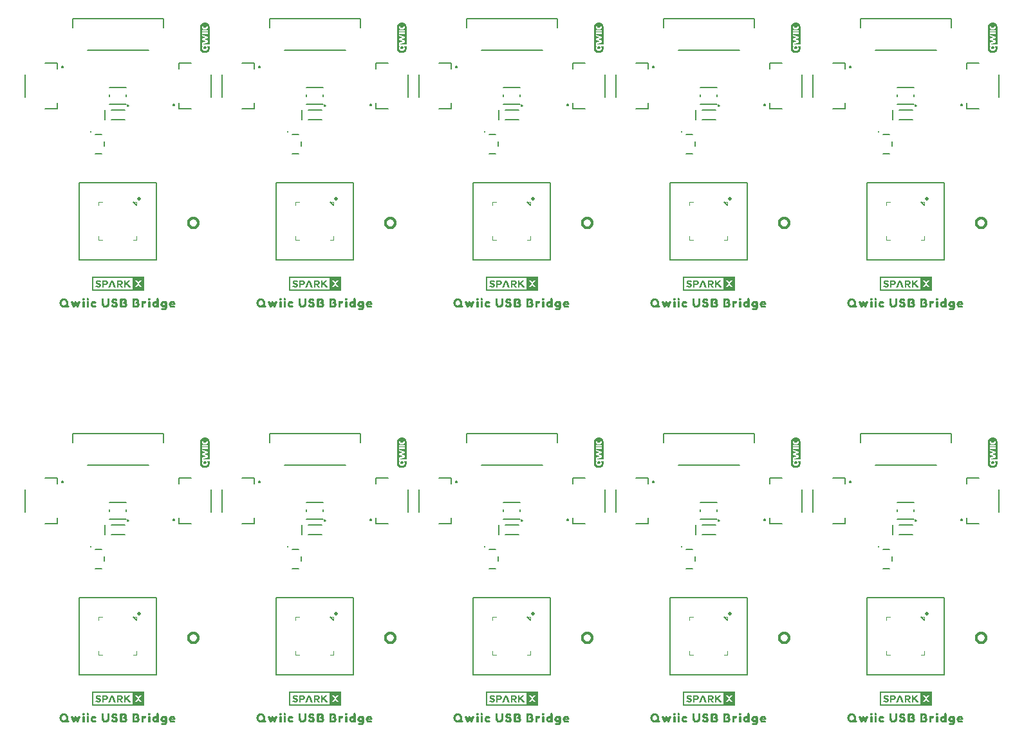
<source format=gto>
G04 EAGLE Gerber RS-274X export*
G75*
%MOMM*%
%FSLAX34Y34*%
%LPD*%
%INSilkscreen Top*%
%IPPOS*%
%AMOC8*
5,1,8,0,0,1.08239X$1,22.5*%
G01*
%ADD10C,0.304800*%
%ADD11C,0.152400*%
%ADD12C,0.203200*%
%ADD13C,0.254000*%
%ADD14C,0.101600*%
%ADD15C,0.508000*%
%ADD16C,0.127000*%

G36*
X420417Y34945D02*
X420417Y34945D01*
X420412Y34953D01*
X420419Y34959D01*
X420419Y53941D01*
X420383Y53989D01*
X420376Y53983D01*
X420370Y53991D01*
X351790Y53991D01*
X351743Y53955D01*
X351748Y53947D01*
X351741Y53941D01*
X351741Y34959D01*
X351777Y34911D01*
X351784Y34917D01*
X351790Y34909D01*
X420370Y34909D01*
X420417Y34945D01*
G37*
G36*
X938577Y581045D02*
X938577Y581045D01*
X938572Y581053D01*
X938579Y581059D01*
X938579Y600041D01*
X938543Y600089D01*
X938536Y600083D01*
X938530Y600091D01*
X869950Y600091D01*
X869903Y600055D01*
X869908Y600047D01*
X869901Y600041D01*
X869901Y581059D01*
X869937Y581011D01*
X869944Y581017D01*
X869950Y581009D01*
X938530Y581009D01*
X938577Y581045D01*
G37*
G36*
X161303Y53989D02*
X161303Y53989D01*
X161296Y53983D01*
X161290Y53991D01*
X92710Y53991D01*
X92663Y53955D01*
X92668Y53947D01*
X92661Y53941D01*
X92661Y34959D01*
X92697Y34911D01*
X92704Y34917D01*
X92710Y34909D01*
X161290Y34909D01*
X161337Y34945D01*
X161332Y34953D01*
X161339Y34959D01*
X161339Y53941D01*
X161303Y53989D01*
G37*
G36*
X679497Y34945D02*
X679497Y34945D01*
X679492Y34953D01*
X679499Y34959D01*
X679499Y53941D01*
X679463Y53989D01*
X679456Y53983D01*
X679450Y53991D01*
X610870Y53991D01*
X610823Y53955D01*
X610828Y53947D01*
X610821Y53941D01*
X610821Y34959D01*
X610857Y34911D01*
X610864Y34917D01*
X610870Y34909D01*
X679450Y34909D01*
X679497Y34945D01*
G37*
G36*
X938577Y34945D02*
X938577Y34945D01*
X938572Y34953D01*
X938579Y34959D01*
X938579Y53941D01*
X938543Y53989D01*
X938536Y53983D01*
X938530Y53991D01*
X869950Y53991D01*
X869903Y53955D01*
X869908Y53947D01*
X869901Y53941D01*
X869901Y34959D01*
X869937Y34911D01*
X869944Y34917D01*
X869950Y34909D01*
X938530Y34909D01*
X938577Y34945D01*
G37*
G36*
X1197657Y34945D02*
X1197657Y34945D01*
X1197652Y34953D01*
X1197659Y34959D01*
X1197659Y53941D01*
X1197623Y53989D01*
X1197616Y53983D01*
X1197610Y53991D01*
X1129030Y53991D01*
X1128983Y53955D01*
X1128988Y53947D01*
X1128981Y53941D01*
X1128981Y34959D01*
X1129017Y34911D01*
X1129024Y34917D01*
X1129030Y34909D01*
X1197610Y34909D01*
X1197657Y34945D01*
G37*
G36*
X679497Y581045D02*
X679497Y581045D01*
X679492Y581053D01*
X679499Y581059D01*
X679499Y600041D01*
X679463Y600089D01*
X679456Y600083D01*
X679450Y600091D01*
X610870Y600091D01*
X610823Y600055D01*
X610828Y600047D01*
X610821Y600041D01*
X610821Y581059D01*
X610857Y581011D01*
X610864Y581017D01*
X610870Y581009D01*
X679450Y581009D01*
X679497Y581045D01*
G37*
G36*
X420417Y581045D02*
X420417Y581045D01*
X420412Y581053D01*
X420419Y581059D01*
X420419Y600041D01*
X420383Y600089D01*
X420376Y600083D01*
X420370Y600091D01*
X351790Y600091D01*
X351743Y600055D01*
X351748Y600047D01*
X351741Y600041D01*
X351741Y581059D01*
X351777Y581011D01*
X351784Y581017D01*
X351790Y581009D01*
X420370Y581009D01*
X420417Y581045D01*
G37*
G36*
X1197657Y581045D02*
X1197657Y581045D01*
X1197652Y581053D01*
X1197659Y581059D01*
X1197659Y600041D01*
X1197623Y600089D01*
X1197616Y600083D01*
X1197610Y600091D01*
X1129030Y600091D01*
X1128983Y600055D01*
X1128988Y600047D01*
X1128981Y600041D01*
X1128981Y581059D01*
X1129017Y581011D01*
X1129024Y581017D01*
X1129030Y581009D01*
X1197610Y581009D01*
X1197657Y581045D01*
G37*
G36*
X161337Y581045D02*
X161337Y581045D01*
X161332Y581053D01*
X161339Y581059D01*
X161339Y600041D01*
X161303Y600089D01*
X161296Y600083D01*
X161290Y600091D01*
X92710Y600091D01*
X92663Y600055D01*
X92668Y600047D01*
X92661Y600041D01*
X92661Y581059D01*
X92697Y581011D01*
X92704Y581017D01*
X92710Y581009D01*
X161290Y581009D01*
X161337Y581045D01*
G37*
%LPC*%
G36*
X94522Y36770D02*
X94522Y36770D01*
X94522Y52130D01*
X145920Y52130D01*
X145920Y36770D01*
X94522Y36770D01*
G37*
%LPD*%
%LPC*%
G36*
X353602Y36770D02*
X353602Y36770D01*
X353602Y52130D01*
X405000Y52130D01*
X405000Y36770D01*
X353602Y36770D01*
G37*
%LPD*%
%LPC*%
G36*
X1130842Y36770D02*
X1130842Y36770D01*
X1130842Y52130D01*
X1182240Y52130D01*
X1182240Y36770D01*
X1130842Y36770D01*
G37*
%LPD*%
%LPC*%
G36*
X871762Y36770D02*
X871762Y36770D01*
X871762Y52130D01*
X923160Y52130D01*
X923160Y36770D01*
X871762Y36770D01*
G37*
%LPD*%
%LPC*%
G36*
X612682Y36770D02*
X612682Y36770D01*
X612682Y52130D01*
X664080Y52130D01*
X664080Y36770D01*
X612682Y36770D01*
G37*
%LPD*%
%LPC*%
G36*
X1130842Y582870D02*
X1130842Y582870D01*
X1130842Y598230D01*
X1182240Y598230D01*
X1182240Y582870D01*
X1130842Y582870D01*
G37*
%LPD*%
%LPC*%
G36*
X871762Y582870D02*
X871762Y582870D01*
X871762Y598230D01*
X923160Y598230D01*
X923160Y582870D01*
X871762Y582870D01*
G37*
%LPD*%
%LPC*%
G36*
X94522Y582870D02*
X94522Y582870D01*
X94522Y598230D01*
X145920Y598230D01*
X145920Y582870D01*
X94522Y582870D01*
G37*
%LPD*%
%LPC*%
G36*
X612682Y582870D02*
X612682Y582870D01*
X612682Y598230D01*
X664080Y598230D01*
X664080Y582870D01*
X612682Y582870D01*
G37*
%LPD*%
%LPC*%
G36*
X353602Y582870D02*
X353602Y582870D01*
X353602Y598230D01*
X405000Y598230D01*
X405000Y582870D01*
X353602Y582870D01*
G37*
%LPD*%
G36*
X759746Y894323D02*
X759746Y894323D01*
X759747Y894324D01*
X759749Y894323D01*
X760276Y894376D01*
X760277Y894377D01*
X760279Y894377D01*
X760800Y894460D01*
X760803Y894463D01*
X760809Y894462D01*
X761821Y894776D01*
X761824Y894780D01*
X761831Y894781D01*
X762767Y895275D01*
X762769Y895278D01*
X762773Y895278D01*
X763209Y895575D01*
X763210Y895578D01*
X763215Y895579D01*
X764020Y896266D01*
X764021Y896270D01*
X764027Y896273D01*
X764702Y897091D01*
X764702Y897095D01*
X764708Y897100D01*
X765228Y898021D01*
X765228Y898024D01*
X765231Y898027D01*
X765440Y898511D01*
X765440Y898514D01*
X765443Y898517D01*
X765752Y899530D01*
X765750Y899535D01*
X765754Y899542D01*
X765860Y900596D01*
X765859Y900598D01*
X765860Y900600D01*
X765883Y901128D01*
X765883Y901129D01*
X765883Y901131D01*
X765883Y902822D01*
X765872Y902840D01*
X765869Y902862D01*
X765852Y902870D01*
X765847Y902879D01*
X765837Y902877D01*
X765822Y902884D01*
X765406Y902896D01*
X765405Y902896D01*
X762226Y902896D01*
X762217Y902890D01*
X762206Y902893D01*
X762190Y902873D01*
X762169Y902860D01*
X762171Y902849D01*
X762164Y902840D01*
X762178Y902797D01*
X762179Y902792D01*
X762180Y902792D01*
X762181Y902791D01*
X762478Y902474D01*
X762793Y902063D01*
X763015Y901598D01*
X763135Y901095D01*
X763169Y900578D01*
X763121Y900060D01*
X763003Y899555D01*
X762818Y899071D01*
X762561Y898622D01*
X762216Y898236D01*
X761812Y897911D01*
X761366Y897646D01*
X760890Y897439D01*
X760384Y897314D01*
X759866Y897241D01*
X759345Y897205D01*
X758824Y897245D01*
X758308Y897328D01*
X757804Y897460D01*
X757332Y897676D01*
X756897Y897958D01*
X756509Y898300D01*
X756182Y898700D01*
X755930Y899153D01*
X755771Y899646D01*
X755683Y900158D01*
X755650Y900677D01*
X755706Y901192D01*
X755855Y901687D01*
X756092Y902145D01*
X756422Y902550D01*
X756422Y902551D01*
X756423Y902552D01*
X756608Y902796D01*
X756608Y902801D01*
X756611Y902802D01*
X756610Y902805D01*
X756615Y902808D01*
X756611Y902836D01*
X756613Y902864D01*
X756606Y902867D01*
X756605Y902875D01*
X756558Y902896D01*
X755953Y902896D01*
X755727Y902907D01*
X755727Y905207D01*
X755973Y905203D01*
X755985Y905211D01*
X765631Y905231D01*
X765632Y905231D01*
X765634Y905231D01*
X765824Y905240D01*
X765841Y905252D01*
X765862Y905255D01*
X765870Y905273D01*
X765879Y905280D01*
X765877Y905289D01*
X765883Y905303D01*
X765881Y927881D01*
X765880Y927883D01*
X765881Y927887D01*
X765775Y928941D01*
X765773Y928944D01*
X765774Y928948D01*
X765662Y929463D01*
X765660Y929466D01*
X765661Y929470D01*
X765332Y930475D01*
X765328Y930479D01*
X765327Y930486D01*
X764822Y931417D01*
X764819Y931419D01*
X764818Y931421D01*
X764817Y931421D01*
X764816Y931426D01*
X764160Y932255D01*
X764157Y932256D01*
X764155Y932260D01*
X763787Y932637D01*
X763784Y932638D01*
X763782Y932642D01*
X762959Y933309D01*
X762954Y933309D01*
X762950Y933315D01*
X762019Y933821D01*
X762015Y933820D01*
X762010Y933824D01*
X761516Y934008D01*
X761514Y934007D01*
X761512Y934009D01*
X761007Y934166D01*
X761005Y934165D01*
X761003Y934167D01*
X760490Y934291D01*
X760486Y934289D01*
X760482Y934292D01*
X759428Y934399D01*
X759423Y934396D01*
X759416Y934399D01*
X758362Y934309D01*
X758360Y934308D01*
X758356Y934309D01*
X757837Y934218D01*
X757834Y934216D01*
X757829Y934216D01*
X756817Y933902D01*
X756814Y933898D01*
X756806Y933898D01*
X755873Y933397D01*
X755872Y933394D01*
X755867Y933393D01*
X755435Y933090D01*
X755434Y933088D01*
X755431Y933087D01*
X755022Y932750D01*
X755022Y932749D01*
X755020Y932748D01*
X754629Y932394D01*
X754628Y932390D01*
X754622Y932387D01*
X753948Y931570D01*
X753948Y931565D01*
X753942Y931561D01*
X753427Y930636D01*
X753427Y930633D01*
X753424Y930629D01*
X753222Y930143D01*
X753222Y930140D01*
X753220Y930136D01*
X752918Y929122D01*
X752919Y929117D01*
X752916Y929111D01*
X752809Y928056D01*
X752790Y927867D01*
X752792Y927864D01*
X752790Y927861D01*
X752790Y900845D01*
X752792Y900843D01*
X752790Y900839D01*
X752895Y899785D01*
X752897Y899782D01*
X752896Y899779D01*
X753000Y899262D01*
X753002Y899260D01*
X753002Y899255D01*
X753324Y898247D01*
X753328Y898243D01*
X753328Y898236D01*
X753834Y897305D01*
X753837Y897303D01*
X753838Y897297D01*
X754152Y896873D01*
X754153Y896872D01*
X754154Y896870D01*
X754491Y896461D01*
X754493Y896461D01*
X754494Y896458D01*
X754857Y896076D01*
X754861Y896075D01*
X754863Y896071D01*
X755681Y895398D01*
X755687Y895398D01*
X755691Y895392D01*
X756622Y894886D01*
X756626Y894886D01*
X756630Y894883D01*
X757122Y894693D01*
X757124Y894693D01*
X757126Y894691D01*
X757631Y894534D01*
X757633Y894535D01*
X757634Y894533D01*
X758146Y894402D01*
X758150Y894404D01*
X758155Y894401D01*
X759209Y894294D01*
X759213Y894296D01*
X759219Y894294D01*
X759746Y894323D01*
G37*
G36*
X500666Y894323D02*
X500666Y894323D01*
X500667Y894324D01*
X500669Y894323D01*
X501196Y894376D01*
X501197Y894377D01*
X501199Y894377D01*
X501720Y894460D01*
X501723Y894463D01*
X501729Y894462D01*
X502741Y894776D01*
X502744Y894780D01*
X502751Y894781D01*
X503687Y895275D01*
X503689Y895278D01*
X503693Y895278D01*
X504129Y895575D01*
X504130Y895578D01*
X504135Y895579D01*
X504940Y896266D01*
X504941Y896270D01*
X504947Y896273D01*
X505622Y897091D01*
X505622Y897095D01*
X505628Y897100D01*
X506148Y898021D01*
X506148Y898024D01*
X506151Y898027D01*
X506360Y898511D01*
X506360Y898514D01*
X506363Y898517D01*
X506672Y899530D01*
X506670Y899535D01*
X506674Y899542D01*
X506780Y900596D01*
X506779Y900598D01*
X506780Y900600D01*
X506803Y901128D01*
X506803Y901129D01*
X506803Y901131D01*
X506803Y902822D01*
X506792Y902840D01*
X506789Y902862D01*
X506772Y902870D01*
X506767Y902879D01*
X506757Y902877D01*
X506742Y902884D01*
X506326Y902896D01*
X506325Y902896D01*
X503146Y902896D01*
X503137Y902890D01*
X503126Y902893D01*
X503110Y902873D01*
X503089Y902860D01*
X503091Y902849D01*
X503084Y902840D01*
X503098Y902797D01*
X503099Y902792D01*
X503100Y902792D01*
X503101Y902791D01*
X503398Y902474D01*
X503713Y902063D01*
X503935Y901598D01*
X504055Y901095D01*
X504089Y900578D01*
X504041Y900060D01*
X503923Y899555D01*
X503738Y899071D01*
X503481Y898622D01*
X503136Y898236D01*
X502732Y897911D01*
X502286Y897646D01*
X501810Y897439D01*
X501304Y897314D01*
X500786Y897241D01*
X500265Y897205D01*
X499744Y897245D01*
X499228Y897328D01*
X498724Y897460D01*
X498252Y897676D01*
X497817Y897958D01*
X497429Y898300D01*
X497102Y898700D01*
X496850Y899153D01*
X496691Y899646D01*
X496603Y900158D01*
X496570Y900677D01*
X496626Y901192D01*
X496775Y901687D01*
X497012Y902145D01*
X497342Y902550D01*
X497342Y902551D01*
X497343Y902552D01*
X497528Y902796D01*
X497528Y902801D01*
X497531Y902802D01*
X497530Y902805D01*
X497535Y902808D01*
X497531Y902836D01*
X497533Y902864D01*
X497526Y902867D01*
X497525Y902875D01*
X497478Y902896D01*
X496873Y902896D01*
X496647Y902907D01*
X496647Y905207D01*
X496893Y905203D01*
X496905Y905211D01*
X506551Y905231D01*
X506552Y905231D01*
X506554Y905231D01*
X506744Y905240D01*
X506761Y905252D01*
X506782Y905255D01*
X506790Y905273D01*
X506799Y905280D01*
X506797Y905289D01*
X506803Y905303D01*
X506801Y927881D01*
X506800Y927883D01*
X506801Y927887D01*
X506695Y928941D01*
X506693Y928944D01*
X506694Y928948D01*
X506582Y929463D01*
X506580Y929466D01*
X506581Y929470D01*
X506252Y930475D01*
X506248Y930479D01*
X506247Y930486D01*
X505742Y931417D01*
X505739Y931419D01*
X505738Y931421D01*
X505737Y931421D01*
X505736Y931426D01*
X505080Y932255D01*
X505077Y932256D01*
X505075Y932260D01*
X504707Y932637D01*
X504704Y932638D01*
X504702Y932642D01*
X503879Y933309D01*
X503874Y933309D01*
X503870Y933315D01*
X502939Y933821D01*
X502935Y933820D01*
X502930Y933824D01*
X502436Y934008D01*
X502434Y934007D01*
X502432Y934009D01*
X501927Y934166D01*
X501925Y934165D01*
X501923Y934167D01*
X501410Y934291D01*
X501406Y934289D01*
X501402Y934292D01*
X500348Y934399D01*
X500343Y934396D01*
X500336Y934399D01*
X499282Y934309D01*
X499280Y934308D01*
X499276Y934309D01*
X498757Y934218D01*
X498754Y934216D01*
X498749Y934216D01*
X497737Y933902D01*
X497734Y933898D01*
X497726Y933898D01*
X496793Y933397D01*
X496792Y933394D01*
X496787Y933393D01*
X496355Y933090D01*
X496354Y933088D01*
X496351Y933087D01*
X495942Y932750D01*
X495942Y932749D01*
X495940Y932748D01*
X495549Y932394D01*
X495548Y932390D01*
X495542Y932387D01*
X494868Y931570D01*
X494868Y931565D01*
X494862Y931561D01*
X494347Y930636D01*
X494347Y930633D01*
X494344Y930629D01*
X494142Y930143D01*
X494142Y930140D01*
X494140Y930136D01*
X493838Y929122D01*
X493839Y929117D01*
X493836Y929111D01*
X493729Y928056D01*
X493710Y927867D01*
X493712Y927864D01*
X493710Y927861D01*
X493710Y900845D01*
X493712Y900843D01*
X493710Y900839D01*
X493815Y899785D01*
X493817Y899782D01*
X493816Y899779D01*
X493920Y899262D01*
X493922Y899260D01*
X493922Y899255D01*
X494244Y898247D01*
X494248Y898243D01*
X494248Y898236D01*
X494754Y897305D01*
X494757Y897303D01*
X494758Y897297D01*
X495072Y896873D01*
X495073Y896872D01*
X495074Y896870D01*
X495411Y896461D01*
X495413Y896461D01*
X495414Y896458D01*
X495777Y896076D01*
X495781Y896075D01*
X495783Y896071D01*
X496601Y895398D01*
X496607Y895398D01*
X496611Y895392D01*
X497542Y894886D01*
X497546Y894886D01*
X497550Y894883D01*
X498042Y894693D01*
X498044Y894693D01*
X498046Y894691D01*
X498551Y894534D01*
X498553Y894535D01*
X498554Y894533D01*
X499066Y894402D01*
X499070Y894404D01*
X499075Y894401D01*
X500129Y894294D01*
X500133Y894296D01*
X500139Y894294D01*
X500666Y894323D01*
G37*
G36*
X241586Y894323D02*
X241586Y894323D01*
X241587Y894324D01*
X241589Y894323D01*
X242116Y894376D01*
X242117Y894377D01*
X242119Y894377D01*
X242640Y894460D01*
X242643Y894463D01*
X242649Y894462D01*
X243661Y894776D01*
X243664Y894780D01*
X243671Y894781D01*
X244607Y895275D01*
X244609Y895278D01*
X244613Y895278D01*
X245049Y895575D01*
X245050Y895578D01*
X245055Y895579D01*
X245860Y896266D01*
X245861Y896270D01*
X245867Y896273D01*
X246542Y897091D01*
X246542Y897095D01*
X246548Y897100D01*
X247068Y898021D01*
X247068Y898024D01*
X247071Y898027D01*
X247280Y898511D01*
X247280Y898514D01*
X247283Y898517D01*
X247592Y899530D01*
X247590Y899535D01*
X247594Y899542D01*
X247700Y900596D01*
X247699Y900598D01*
X247700Y900600D01*
X247723Y901128D01*
X247723Y901129D01*
X247723Y901131D01*
X247723Y902822D01*
X247712Y902840D01*
X247709Y902862D01*
X247692Y902870D01*
X247687Y902879D01*
X247677Y902877D01*
X247662Y902884D01*
X247246Y902896D01*
X247245Y902896D01*
X244066Y902896D01*
X244057Y902890D01*
X244046Y902893D01*
X244030Y902873D01*
X244009Y902860D01*
X244011Y902849D01*
X244004Y902840D01*
X244018Y902797D01*
X244019Y902792D01*
X244020Y902792D01*
X244021Y902791D01*
X244318Y902474D01*
X244633Y902063D01*
X244855Y901598D01*
X244975Y901095D01*
X245009Y900578D01*
X244961Y900060D01*
X244843Y899555D01*
X244658Y899071D01*
X244401Y898622D01*
X244056Y898236D01*
X243652Y897911D01*
X243206Y897646D01*
X242730Y897439D01*
X242224Y897314D01*
X241706Y897241D01*
X241185Y897205D01*
X240664Y897245D01*
X240148Y897328D01*
X239644Y897460D01*
X239172Y897676D01*
X238737Y897958D01*
X238349Y898300D01*
X238022Y898700D01*
X237770Y899153D01*
X237611Y899646D01*
X237523Y900158D01*
X237490Y900677D01*
X237546Y901192D01*
X237695Y901687D01*
X237932Y902145D01*
X238262Y902550D01*
X238262Y902551D01*
X238263Y902552D01*
X238448Y902796D01*
X238448Y902801D01*
X238451Y902802D01*
X238450Y902805D01*
X238455Y902808D01*
X238451Y902836D01*
X238453Y902864D01*
X238446Y902867D01*
X238445Y902875D01*
X238398Y902896D01*
X237793Y902896D01*
X237567Y902907D01*
X237567Y905207D01*
X237813Y905203D01*
X237825Y905211D01*
X247471Y905231D01*
X247472Y905231D01*
X247474Y905231D01*
X247664Y905240D01*
X247681Y905252D01*
X247702Y905255D01*
X247710Y905273D01*
X247719Y905280D01*
X247717Y905289D01*
X247723Y905303D01*
X247721Y927881D01*
X247720Y927883D01*
X247721Y927887D01*
X247615Y928941D01*
X247613Y928944D01*
X247614Y928948D01*
X247502Y929463D01*
X247500Y929466D01*
X247501Y929470D01*
X247172Y930475D01*
X247168Y930479D01*
X247167Y930486D01*
X246662Y931417D01*
X246659Y931419D01*
X246658Y931421D01*
X246657Y931421D01*
X246656Y931426D01*
X246000Y932255D01*
X245997Y932256D01*
X245995Y932260D01*
X245627Y932637D01*
X245624Y932638D01*
X245622Y932642D01*
X244799Y933309D01*
X244794Y933309D01*
X244790Y933315D01*
X243859Y933821D01*
X243855Y933820D01*
X243850Y933824D01*
X243356Y934008D01*
X243354Y934007D01*
X243352Y934009D01*
X242847Y934166D01*
X242845Y934165D01*
X242843Y934167D01*
X242330Y934291D01*
X242326Y934289D01*
X242322Y934292D01*
X241268Y934399D01*
X241263Y934396D01*
X241256Y934399D01*
X240202Y934309D01*
X240200Y934308D01*
X240196Y934309D01*
X239677Y934218D01*
X239674Y934216D01*
X239669Y934216D01*
X238657Y933902D01*
X238654Y933898D01*
X238646Y933898D01*
X237713Y933397D01*
X237712Y933394D01*
X237707Y933393D01*
X237275Y933090D01*
X237274Y933088D01*
X237271Y933087D01*
X236862Y932750D01*
X236862Y932749D01*
X236860Y932748D01*
X236469Y932394D01*
X236468Y932390D01*
X236462Y932387D01*
X235788Y931570D01*
X235788Y931565D01*
X235782Y931561D01*
X235267Y930636D01*
X235267Y930633D01*
X235264Y930629D01*
X235062Y930143D01*
X235062Y930140D01*
X235060Y930136D01*
X234758Y929122D01*
X234759Y929117D01*
X234756Y929111D01*
X234649Y928056D01*
X234630Y927867D01*
X234632Y927864D01*
X234630Y927861D01*
X234630Y900845D01*
X234632Y900843D01*
X234630Y900839D01*
X234735Y899785D01*
X234737Y899782D01*
X234736Y899779D01*
X234840Y899262D01*
X234842Y899260D01*
X234842Y899255D01*
X235164Y898247D01*
X235168Y898243D01*
X235168Y898236D01*
X235674Y897305D01*
X235677Y897303D01*
X235678Y897297D01*
X235992Y896873D01*
X235993Y896872D01*
X235994Y896870D01*
X236331Y896461D01*
X236333Y896461D01*
X236334Y896458D01*
X236697Y896076D01*
X236701Y896075D01*
X236703Y896071D01*
X237521Y895398D01*
X237527Y895398D01*
X237531Y895392D01*
X238462Y894886D01*
X238466Y894886D01*
X238470Y894883D01*
X238962Y894693D01*
X238964Y894693D01*
X238966Y894691D01*
X239471Y894534D01*
X239473Y894535D01*
X239474Y894533D01*
X239986Y894402D01*
X239990Y894404D01*
X239995Y894401D01*
X241049Y894294D01*
X241053Y894296D01*
X241059Y894294D01*
X241586Y894323D01*
G37*
G36*
X1018826Y894323D02*
X1018826Y894323D01*
X1018827Y894324D01*
X1018829Y894323D01*
X1019356Y894376D01*
X1019357Y894377D01*
X1019359Y894377D01*
X1019880Y894460D01*
X1019883Y894463D01*
X1019889Y894462D01*
X1020901Y894776D01*
X1020904Y894780D01*
X1020911Y894781D01*
X1021847Y895275D01*
X1021849Y895278D01*
X1021853Y895278D01*
X1022289Y895575D01*
X1022290Y895578D01*
X1022295Y895579D01*
X1023100Y896266D01*
X1023101Y896270D01*
X1023107Y896273D01*
X1023782Y897091D01*
X1023782Y897095D01*
X1023788Y897100D01*
X1024308Y898021D01*
X1024308Y898024D01*
X1024311Y898027D01*
X1024520Y898511D01*
X1024520Y898514D01*
X1024523Y898517D01*
X1024832Y899530D01*
X1024830Y899535D01*
X1024834Y899542D01*
X1024940Y900596D01*
X1024939Y900598D01*
X1024940Y900600D01*
X1024963Y901128D01*
X1024963Y901129D01*
X1024963Y901131D01*
X1024963Y902822D01*
X1024952Y902840D01*
X1024949Y902862D01*
X1024932Y902870D01*
X1024927Y902879D01*
X1024917Y902877D01*
X1024902Y902884D01*
X1024486Y902896D01*
X1024485Y902896D01*
X1021306Y902896D01*
X1021297Y902890D01*
X1021286Y902893D01*
X1021270Y902873D01*
X1021249Y902860D01*
X1021251Y902849D01*
X1021244Y902840D01*
X1021258Y902797D01*
X1021259Y902792D01*
X1021260Y902792D01*
X1021261Y902791D01*
X1021558Y902474D01*
X1021873Y902063D01*
X1022095Y901598D01*
X1022215Y901095D01*
X1022249Y900578D01*
X1022201Y900060D01*
X1022083Y899555D01*
X1021898Y899071D01*
X1021641Y898622D01*
X1021296Y898236D01*
X1020892Y897911D01*
X1020446Y897646D01*
X1019970Y897439D01*
X1019464Y897314D01*
X1018946Y897241D01*
X1018425Y897205D01*
X1017904Y897245D01*
X1017388Y897328D01*
X1016884Y897460D01*
X1016412Y897676D01*
X1015977Y897958D01*
X1015589Y898300D01*
X1015262Y898700D01*
X1015010Y899153D01*
X1014851Y899646D01*
X1014763Y900158D01*
X1014730Y900677D01*
X1014786Y901192D01*
X1014935Y901687D01*
X1015172Y902145D01*
X1015502Y902550D01*
X1015502Y902551D01*
X1015503Y902552D01*
X1015688Y902796D01*
X1015688Y902801D01*
X1015691Y902802D01*
X1015690Y902805D01*
X1015695Y902808D01*
X1015691Y902836D01*
X1015693Y902864D01*
X1015686Y902867D01*
X1015685Y902875D01*
X1015638Y902896D01*
X1015033Y902896D01*
X1014807Y902907D01*
X1014807Y905207D01*
X1015053Y905203D01*
X1015065Y905211D01*
X1024711Y905231D01*
X1024712Y905231D01*
X1024714Y905231D01*
X1024904Y905240D01*
X1024921Y905252D01*
X1024942Y905255D01*
X1024950Y905273D01*
X1024959Y905280D01*
X1024957Y905289D01*
X1024963Y905303D01*
X1024961Y927881D01*
X1024960Y927883D01*
X1024961Y927887D01*
X1024855Y928941D01*
X1024853Y928944D01*
X1024854Y928948D01*
X1024742Y929463D01*
X1024740Y929466D01*
X1024741Y929470D01*
X1024412Y930475D01*
X1024408Y930479D01*
X1024407Y930486D01*
X1023902Y931417D01*
X1023899Y931419D01*
X1023898Y931421D01*
X1023897Y931421D01*
X1023896Y931426D01*
X1023240Y932255D01*
X1023237Y932256D01*
X1023235Y932260D01*
X1022867Y932637D01*
X1022864Y932638D01*
X1022862Y932642D01*
X1022039Y933309D01*
X1022034Y933309D01*
X1022030Y933315D01*
X1021099Y933821D01*
X1021095Y933820D01*
X1021090Y933824D01*
X1020596Y934008D01*
X1020594Y934007D01*
X1020592Y934009D01*
X1020087Y934166D01*
X1020085Y934165D01*
X1020083Y934167D01*
X1019570Y934291D01*
X1019566Y934289D01*
X1019562Y934292D01*
X1018508Y934399D01*
X1018503Y934396D01*
X1018496Y934399D01*
X1017442Y934309D01*
X1017440Y934308D01*
X1017436Y934309D01*
X1016917Y934218D01*
X1016914Y934216D01*
X1016909Y934216D01*
X1015897Y933902D01*
X1015894Y933898D01*
X1015886Y933898D01*
X1014953Y933397D01*
X1014952Y933394D01*
X1014947Y933393D01*
X1014515Y933090D01*
X1014514Y933088D01*
X1014511Y933087D01*
X1014102Y932750D01*
X1014102Y932749D01*
X1014100Y932748D01*
X1013709Y932394D01*
X1013708Y932390D01*
X1013702Y932387D01*
X1013028Y931570D01*
X1013028Y931565D01*
X1013022Y931561D01*
X1012507Y930636D01*
X1012507Y930633D01*
X1012504Y930629D01*
X1012302Y930143D01*
X1012302Y930140D01*
X1012300Y930136D01*
X1011998Y929122D01*
X1011999Y929117D01*
X1011996Y929111D01*
X1011889Y928056D01*
X1011870Y927867D01*
X1011872Y927864D01*
X1011870Y927861D01*
X1011870Y900845D01*
X1011872Y900843D01*
X1011870Y900839D01*
X1011975Y899785D01*
X1011977Y899782D01*
X1011976Y899779D01*
X1012080Y899262D01*
X1012082Y899260D01*
X1012082Y899255D01*
X1012404Y898247D01*
X1012408Y898243D01*
X1012408Y898236D01*
X1012914Y897305D01*
X1012917Y897303D01*
X1012918Y897297D01*
X1013232Y896873D01*
X1013233Y896872D01*
X1013234Y896870D01*
X1013571Y896461D01*
X1013573Y896461D01*
X1013574Y896458D01*
X1013937Y896076D01*
X1013941Y896075D01*
X1013943Y896071D01*
X1014761Y895398D01*
X1014767Y895398D01*
X1014771Y895392D01*
X1015702Y894886D01*
X1015706Y894886D01*
X1015710Y894883D01*
X1016202Y894693D01*
X1016204Y894693D01*
X1016206Y894691D01*
X1016711Y894534D01*
X1016713Y894535D01*
X1016714Y894533D01*
X1017226Y894402D01*
X1017230Y894404D01*
X1017235Y894401D01*
X1018289Y894294D01*
X1018293Y894296D01*
X1018299Y894294D01*
X1018826Y894323D01*
G37*
G36*
X1277906Y348223D02*
X1277906Y348223D01*
X1277907Y348224D01*
X1277909Y348223D01*
X1278436Y348276D01*
X1278437Y348277D01*
X1278439Y348277D01*
X1278960Y348360D01*
X1278963Y348363D01*
X1278969Y348362D01*
X1279981Y348676D01*
X1279984Y348680D01*
X1279991Y348681D01*
X1280927Y349175D01*
X1280929Y349178D01*
X1280933Y349178D01*
X1281369Y349475D01*
X1281370Y349478D01*
X1281375Y349479D01*
X1282180Y350166D01*
X1282181Y350170D01*
X1282187Y350173D01*
X1282862Y350991D01*
X1282862Y350995D01*
X1282868Y351000D01*
X1283388Y351921D01*
X1283388Y351924D01*
X1283391Y351927D01*
X1283600Y352411D01*
X1283600Y352414D01*
X1283603Y352417D01*
X1283912Y353430D01*
X1283910Y353435D01*
X1283914Y353442D01*
X1284020Y354496D01*
X1284019Y354498D01*
X1284020Y354500D01*
X1284043Y355028D01*
X1284043Y355029D01*
X1284043Y355031D01*
X1284043Y356722D01*
X1284032Y356740D01*
X1284029Y356762D01*
X1284012Y356770D01*
X1284007Y356779D01*
X1283997Y356777D01*
X1283982Y356784D01*
X1283566Y356796D01*
X1283565Y356796D01*
X1280386Y356796D01*
X1280377Y356790D01*
X1280366Y356793D01*
X1280350Y356773D01*
X1280329Y356760D01*
X1280331Y356749D01*
X1280324Y356740D01*
X1280338Y356697D01*
X1280339Y356692D01*
X1280340Y356692D01*
X1280341Y356691D01*
X1280638Y356374D01*
X1280953Y355963D01*
X1281175Y355498D01*
X1281295Y354995D01*
X1281329Y354478D01*
X1281281Y353960D01*
X1281163Y353455D01*
X1280978Y352971D01*
X1280721Y352522D01*
X1280376Y352136D01*
X1279972Y351811D01*
X1279526Y351546D01*
X1279050Y351339D01*
X1278544Y351214D01*
X1278026Y351141D01*
X1277505Y351105D01*
X1276984Y351145D01*
X1276468Y351228D01*
X1275964Y351360D01*
X1275492Y351576D01*
X1275057Y351858D01*
X1274669Y352200D01*
X1274342Y352600D01*
X1274090Y353053D01*
X1273931Y353546D01*
X1273843Y354058D01*
X1273810Y354577D01*
X1273866Y355092D01*
X1274015Y355587D01*
X1274252Y356045D01*
X1274582Y356450D01*
X1274582Y356451D01*
X1274583Y356452D01*
X1274768Y356696D01*
X1274768Y356701D01*
X1274771Y356702D01*
X1274770Y356705D01*
X1274775Y356708D01*
X1274771Y356736D01*
X1274773Y356764D01*
X1274766Y356767D01*
X1274765Y356775D01*
X1274718Y356796D01*
X1274113Y356796D01*
X1273887Y356807D01*
X1273887Y359107D01*
X1274133Y359103D01*
X1274145Y359111D01*
X1283791Y359131D01*
X1283792Y359131D01*
X1283794Y359131D01*
X1283984Y359140D01*
X1284001Y359152D01*
X1284022Y359155D01*
X1284030Y359173D01*
X1284039Y359180D01*
X1284037Y359189D01*
X1284043Y359203D01*
X1284041Y381781D01*
X1284040Y381783D01*
X1284041Y381787D01*
X1283935Y382841D01*
X1283933Y382844D01*
X1283934Y382848D01*
X1283822Y383363D01*
X1283820Y383366D01*
X1283821Y383370D01*
X1283492Y384375D01*
X1283488Y384379D01*
X1283487Y384386D01*
X1282982Y385317D01*
X1282979Y385319D01*
X1282978Y385321D01*
X1282977Y385321D01*
X1282976Y385326D01*
X1282320Y386155D01*
X1282317Y386156D01*
X1282315Y386160D01*
X1281947Y386537D01*
X1281944Y386538D01*
X1281942Y386542D01*
X1281119Y387209D01*
X1281114Y387209D01*
X1281110Y387215D01*
X1280179Y387721D01*
X1280175Y387720D01*
X1280170Y387724D01*
X1279676Y387908D01*
X1279674Y387907D01*
X1279672Y387909D01*
X1279167Y388066D01*
X1279165Y388065D01*
X1279163Y388067D01*
X1278650Y388191D01*
X1278646Y388189D01*
X1278642Y388192D01*
X1277588Y388299D01*
X1277583Y388296D01*
X1277576Y388299D01*
X1276522Y388209D01*
X1276520Y388208D01*
X1276516Y388209D01*
X1275997Y388118D01*
X1275994Y388116D01*
X1275989Y388116D01*
X1274977Y387802D01*
X1274974Y387798D01*
X1274966Y387798D01*
X1274033Y387297D01*
X1274032Y387294D01*
X1274027Y387293D01*
X1273595Y386990D01*
X1273594Y386988D01*
X1273591Y386987D01*
X1273182Y386650D01*
X1273182Y386649D01*
X1273180Y386648D01*
X1272789Y386294D01*
X1272788Y386290D01*
X1272782Y386287D01*
X1272108Y385470D01*
X1272108Y385465D01*
X1272102Y385461D01*
X1271587Y384536D01*
X1271587Y384533D01*
X1271584Y384529D01*
X1271382Y384043D01*
X1271382Y384040D01*
X1271380Y384036D01*
X1271078Y383022D01*
X1271079Y383017D01*
X1271076Y383011D01*
X1270969Y381956D01*
X1270950Y381767D01*
X1270952Y381764D01*
X1270950Y381761D01*
X1270950Y354745D01*
X1270952Y354743D01*
X1270950Y354739D01*
X1271055Y353685D01*
X1271057Y353682D01*
X1271056Y353679D01*
X1271160Y353162D01*
X1271162Y353160D01*
X1271162Y353155D01*
X1271484Y352147D01*
X1271488Y352143D01*
X1271488Y352136D01*
X1271994Y351205D01*
X1271997Y351203D01*
X1271998Y351197D01*
X1272312Y350773D01*
X1272313Y350772D01*
X1272314Y350770D01*
X1272651Y350361D01*
X1272653Y350361D01*
X1272654Y350358D01*
X1273017Y349976D01*
X1273021Y349975D01*
X1273023Y349971D01*
X1273841Y349298D01*
X1273847Y349298D01*
X1273851Y349292D01*
X1274782Y348786D01*
X1274786Y348786D01*
X1274790Y348783D01*
X1275282Y348593D01*
X1275284Y348593D01*
X1275286Y348591D01*
X1275791Y348434D01*
X1275793Y348435D01*
X1275794Y348433D01*
X1276306Y348302D01*
X1276310Y348304D01*
X1276315Y348301D01*
X1277369Y348194D01*
X1277373Y348196D01*
X1277379Y348194D01*
X1277906Y348223D01*
G37*
G36*
X1018826Y348223D02*
X1018826Y348223D01*
X1018827Y348224D01*
X1018829Y348223D01*
X1019356Y348276D01*
X1019357Y348277D01*
X1019359Y348277D01*
X1019880Y348360D01*
X1019883Y348363D01*
X1019889Y348362D01*
X1020901Y348676D01*
X1020904Y348680D01*
X1020911Y348681D01*
X1021847Y349175D01*
X1021849Y349178D01*
X1021853Y349178D01*
X1022289Y349475D01*
X1022290Y349478D01*
X1022295Y349479D01*
X1023100Y350166D01*
X1023101Y350170D01*
X1023107Y350173D01*
X1023782Y350991D01*
X1023782Y350995D01*
X1023788Y351000D01*
X1024308Y351921D01*
X1024308Y351924D01*
X1024311Y351927D01*
X1024520Y352411D01*
X1024520Y352414D01*
X1024523Y352417D01*
X1024832Y353430D01*
X1024830Y353435D01*
X1024834Y353442D01*
X1024940Y354496D01*
X1024939Y354498D01*
X1024940Y354500D01*
X1024963Y355028D01*
X1024963Y355029D01*
X1024963Y355031D01*
X1024963Y356722D01*
X1024952Y356740D01*
X1024949Y356762D01*
X1024932Y356770D01*
X1024927Y356779D01*
X1024917Y356777D01*
X1024902Y356784D01*
X1024486Y356796D01*
X1024485Y356796D01*
X1021306Y356796D01*
X1021297Y356790D01*
X1021286Y356793D01*
X1021270Y356773D01*
X1021249Y356760D01*
X1021251Y356749D01*
X1021244Y356740D01*
X1021258Y356697D01*
X1021259Y356692D01*
X1021260Y356692D01*
X1021261Y356691D01*
X1021558Y356374D01*
X1021873Y355963D01*
X1022095Y355498D01*
X1022215Y354995D01*
X1022249Y354478D01*
X1022201Y353960D01*
X1022083Y353455D01*
X1021898Y352971D01*
X1021641Y352522D01*
X1021296Y352136D01*
X1020892Y351811D01*
X1020446Y351546D01*
X1019970Y351339D01*
X1019464Y351214D01*
X1018946Y351141D01*
X1018425Y351105D01*
X1017904Y351145D01*
X1017388Y351228D01*
X1016884Y351360D01*
X1016412Y351576D01*
X1015977Y351858D01*
X1015589Y352200D01*
X1015262Y352600D01*
X1015010Y353053D01*
X1014851Y353546D01*
X1014763Y354058D01*
X1014730Y354577D01*
X1014786Y355092D01*
X1014935Y355587D01*
X1015172Y356045D01*
X1015502Y356450D01*
X1015502Y356451D01*
X1015503Y356452D01*
X1015688Y356696D01*
X1015688Y356701D01*
X1015691Y356702D01*
X1015690Y356705D01*
X1015695Y356708D01*
X1015691Y356736D01*
X1015693Y356764D01*
X1015686Y356767D01*
X1015685Y356775D01*
X1015638Y356796D01*
X1015033Y356796D01*
X1014807Y356807D01*
X1014807Y359107D01*
X1015053Y359103D01*
X1015065Y359111D01*
X1024711Y359131D01*
X1024712Y359131D01*
X1024714Y359131D01*
X1024904Y359140D01*
X1024921Y359152D01*
X1024942Y359155D01*
X1024950Y359173D01*
X1024959Y359180D01*
X1024957Y359189D01*
X1024963Y359203D01*
X1024961Y381781D01*
X1024960Y381783D01*
X1024961Y381787D01*
X1024855Y382841D01*
X1024853Y382844D01*
X1024854Y382848D01*
X1024742Y383363D01*
X1024740Y383366D01*
X1024741Y383370D01*
X1024412Y384375D01*
X1024408Y384379D01*
X1024407Y384386D01*
X1023902Y385317D01*
X1023899Y385319D01*
X1023898Y385321D01*
X1023897Y385321D01*
X1023896Y385326D01*
X1023240Y386155D01*
X1023237Y386156D01*
X1023235Y386160D01*
X1022867Y386537D01*
X1022864Y386538D01*
X1022862Y386542D01*
X1022039Y387209D01*
X1022034Y387209D01*
X1022030Y387215D01*
X1021099Y387721D01*
X1021095Y387720D01*
X1021090Y387724D01*
X1020596Y387908D01*
X1020594Y387907D01*
X1020592Y387909D01*
X1020087Y388066D01*
X1020085Y388065D01*
X1020083Y388067D01*
X1019570Y388191D01*
X1019566Y388189D01*
X1019562Y388192D01*
X1018508Y388299D01*
X1018503Y388296D01*
X1018496Y388299D01*
X1017442Y388209D01*
X1017440Y388208D01*
X1017436Y388209D01*
X1016917Y388118D01*
X1016914Y388116D01*
X1016909Y388116D01*
X1015897Y387802D01*
X1015894Y387798D01*
X1015886Y387798D01*
X1014953Y387297D01*
X1014952Y387294D01*
X1014947Y387293D01*
X1014515Y386990D01*
X1014514Y386988D01*
X1014511Y386987D01*
X1014102Y386650D01*
X1014102Y386649D01*
X1014100Y386648D01*
X1013709Y386294D01*
X1013708Y386290D01*
X1013702Y386287D01*
X1013028Y385470D01*
X1013028Y385465D01*
X1013022Y385461D01*
X1012507Y384536D01*
X1012507Y384533D01*
X1012504Y384529D01*
X1012302Y384043D01*
X1012302Y384040D01*
X1012300Y384036D01*
X1011998Y383022D01*
X1011999Y383017D01*
X1011996Y383011D01*
X1011889Y381956D01*
X1011870Y381767D01*
X1011872Y381764D01*
X1011870Y381761D01*
X1011870Y354745D01*
X1011872Y354743D01*
X1011870Y354739D01*
X1011975Y353685D01*
X1011977Y353682D01*
X1011976Y353679D01*
X1012080Y353162D01*
X1012082Y353160D01*
X1012082Y353155D01*
X1012404Y352147D01*
X1012408Y352143D01*
X1012408Y352136D01*
X1012914Y351205D01*
X1012917Y351203D01*
X1012918Y351197D01*
X1013232Y350773D01*
X1013233Y350772D01*
X1013234Y350770D01*
X1013571Y350361D01*
X1013573Y350361D01*
X1013574Y350358D01*
X1013937Y349976D01*
X1013941Y349975D01*
X1013943Y349971D01*
X1014761Y349298D01*
X1014767Y349298D01*
X1014771Y349292D01*
X1015702Y348786D01*
X1015706Y348786D01*
X1015710Y348783D01*
X1016202Y348593D01*
X1016204Y348593D01*
X1016206Y348591D01*
X1016711Y348434D01*
X1016713Y348435D01*
X1016714Y348433D01*
X1017226Y348302D01*
X1017230Y348304D01*
X1017235Y348301D01*
X1018289Y348194D01*
X1018293Y348196D01*
X1018299Y348194D01*
X1018826Y348223D01*
G37*
G36*
X241586Y348223D02*
X241586Y348223D01*
X241587Y348224D01*
X241589Y348223D01*
X242116Y348276D01*
X242117Y348277D01*
X242119Y348277D01*
X242640Y348360D01*
X242643Y348363D01*
X242649Y348362D01*
X243661Y348676D01*
X243664Y348680D01*
X243671Y348681D01*
X244607Y349175D01*
X244609Y349178D01*
X244613Y349178D01*
X245049Y349475D01*
X245050Y349478D01*
X245055Y349479D01*
X245860Y350166D01*
X245861Y350170D01*
X245867Y350173D01*
X246542Y350991D01*
X246542Y350995D01*
X246548Y351000D01*
X247068Y351921D01*
X247068Y351924D01*
X247071Y351927D01*
X247280Y352411D01*
X247280Y352414D01*
X247283Y352417D01*
X247592Y353430D01*
X247590Y353435D01*
X247594Y353442D01*
X247700Y354496D01*
X247699Y354498D01*
X247700Y354500D01*
X247723Y355028D01*
X247723Y355029D01*
X247723Y355031D01*
X247723Y356722D01*
X247712Y356740D01*
X247709Y356762D01*
X247692Y356770D01*
X247687Y356779D01*
X247677Y356777D01*
X247662Y356784D01*
X247246Y356796D01*
X247245Y356796D01*
X244066Y356796D01*
X244057Y356790D01*
X244046Y356793D01*
X244030Y356773D01*
X244009Y356760D01*
X244011Y356749D01*
X244004Y356740D01*
X244018Y356697D01*
X244019Y356692D01*
X244020Y356692D01*
X244021Y356691D01*
X244318Y356374D01*
X244633Y355963D01*
X244855Y355498D01*
X244975Y354995D01*
X245009Y354478D01*
X244961Y353960D01*
X244843Y353455D01*
X244658Y352971D01*
X244401Y352522D01*
X244056Y352136D01*
X243652Y351811D01*
X243206Y351546D01*
X242730Y351339D01*
X242224Y351214D01*
X241706Y351141D01*
X241185Y351105D01*
X240664Y351145D01*
X240148Y351228D01*
X239644Y351360D01*
X239172Y351576D01*
X238737Y351858D01*
X238349Y352200D01*
X238022Y352600D01*
X237770Y353053D01*
X237611Y353546D01*
X237523Y354058D01*
X237490Y354577D01*
X237546Y355092D01*
X237695Y355587D01*
X237932Y356045D01*
X238262Y356450D01*
X238262Y356451D01*
X238263Y356452D01*
X238448Y356696D01*
X238448Y356701D01*
X238451Y356702D01*
X238450Y356705D01*
X238455Y356708D01*
X238451Y356736D01*
X238453Y356764D01*
X238446Y356767D01*
X238445Y356775D01*
X238398Y356796D01*
X237793Y356796D01*
X237567Y356807D01*
X237567Y359107D01*
X237813Y359103D01*
X237825Y359111D01*
X247471Y359131D01*
X247472Y359131D01*
X247474Y359131D01*
X247664Y359140D01*
X247681Y359152D01*
X247702Y359155D01*
X247710Y359173D01*
X247719Y359180D01*
X247717Y359189D01*
X247723Y359203D01*
X247721Y381781D01*
X247720Y381783D01*
X247721Y381787D01*
X247615Y382841D01*
X247613Y382844D01*
X247614Y382848D01*
X247502Y383363D01*
X247500Y383366D01*
X247501Y383370D01*
X247172Y384375D01*
X247168Y384379D01*
X247167Y384386D01*
X246662Y385317D01*
X246659Y385319D01*
X246658Y385321D01*
X246657Y385321D01*
X246656Y385326D01*
X246000Y386155D01*
X245997Y386156D01*
X245995Y386160D01*
X245627Y386537D01*
X245624Y386538D01*
X245622Y386542D01*
X244799Y387209D01*
X244794Y387209D01*
X244790Y387215D01*
X243859Y387721D01*
X243855Y387720D01*
X243850Y387724D01*
X243356Y387908D01*
X243354Y387907D01*
X243352Y387909D01*
X242847Y388066D01*
X242845Y388065D01*
X242843Y388067D01*
X242330Y388191D01*
X242326Y388189D01*
X242322Y388192D01*
X241268Y388299D01*
X241263Y388296D01*
X241256Y388299D01*
X240202Y388209D01*
X240200Y388208D01*
X240196Y388209D01*
X239677Y388118D01*
X239674Y388116D01*
X239669Y388116D01*
X238657Y387802D01*
X238654Y387798D01*
X238646Y387798D01*
X237713Y387297D01*
X237712Y387294D01*
X237707Y387293D01*
X237275Y386990D01*
X237274Y386988D01*
X237271Y386987D01*
X236862Y386650D01*
X236862Y386649D01*
X236860Y386648D01*
X236469Y386294D01*
X236468Y386290D01*
X236462Y386287D01*
X235788Y385470D01*
X235788Y385465D01*
X235782Y385461D01*
X235267Y384536D01*
X235267Y384533D01*
X235264Y384529D01*
X235062Y384043D01*
X235062Y384040D01*
X235060Y384036D01*
X234758Y383022D01*
X234759Y383017D01*
X234756Y383011D01*
X234649Y381956D01*
X234630Y381767D01*
X234632Y381764D01*
X234630Y381761D01*
X234630Y354745D01*
X234632Y354743D01*
X234630Y354739D01*
X234735Y353685D01*
X234737Y353682D01*
X234736Y353679D01*
X234840Y353162D01*
X234842Y353160D01*
X234842Y353155D01*
X235164Y352147D01*
X235168Y352143D01*
X235168Y352136D01*
X235674Y351205D01*
X235677Y351203D01*
X235678Y351197D01*
X235992Y350773D01*
X235993Y350772D01*
X235994Y350770D01*
X236331Y350361D01*
X236333Y350361D01*
X236334Y350358D01*
X236697Y349976D01*
X236701Y349975D01*
X236703Y349971D01*
X237521Y349298D01*
X237527Y349298D01*
X237531Y349292D01*
X238462Y348786D01*
X238466Y348786D01*
X238470Y348783D01*
X238962Y348593D01*
X238964Y348593D01*
X238966Y348591D01*
X239471Y348434D01*
X239473Y348435D01*
X239474Y348433D01*
X239986Y348302D01*
X239990Y348304D01*
X239995Y348301D01*
X241049Y348194D01*
X241053Y348196D01*
X241059Y348194D01*
X241586Y348223D01*
G37*
G36*
X759746Y348223D02*
X759746Y348223D01*
X759747Y348224D01*
X759749Y348223D01*
X760276Y348276D01*
X760277Y348277D01*
X760279Y348277D01*
X760800Y348360D01*
X760803Y348363D01*
X760809Y348362D01*
X761821Y348676D01*
X761824Y348680D01*
X761831Y348681D01*
X762767Y349175D01*
X762769Y349178D01*
X762773Y349178D01*
X763209Y349475D01*
X763210Y349478D01*
X763215Y349479D01*
X764020Y350166D01*
X764021Y350170D01*
X764027Y350173D01*
X764702Y350991D01*
X764702Y350995D01*
X764708Y351000D01*
X765228Y351921D01*
X765228Y351924D01*
X765231Y351927D01*
X765440Y352411D01*
X765440Y352414D01*
X765443Y352417D01*
X765752Y353430D01*
X765750Y353435D01*
X765754Y353442D01*
X765860Y354496D01*
X765859Y354498D01*
X765860Y354500D01*
X765883Y355028D01*
X765883Y355029D01*
X765883Y355031D01*
X765883Y356722D01*
X765872Y356740D01*
X765869Y356762D01*
X765852Y356770D01*
X765847Y356779D01*
X765837Y356777D01*
X765822Y356784D01*
X765406Y356796D01*
X765405Y356796D01*
X762226Y356796D01*
X762217Y356790D01*
X762206Y356793D01*
X762190Y356773D01*
X762169Y356760D01*
X762171Y356749D01*
X762164Y356740D01*
X762178Y356697D01*
X762179Y356692D01*
X762180Y356692D01*
X762181Y356691D01*
X762478Y356374D01*
X762793Y355963D01*
X763015Y355498D01*
X763135Y354995D01*
X763169Y354478D01*
X763121Y353960D01*
X763003Y353455D01*
X762818Y352971D01*
X762561Y352522D01*
X762216Y352136D01*
X761812Y351811D01*
X761366Y351546D01*
X760890Y351339D01*
X760384Y351214D01*
X759866Y351141D01*
X759345Y351105D01*
X758824Y351145D01*
X758308Y351228D01*
X757804Y351360D01*
X757332Y351576D01*
X756897Y351858D01*
X756509Y352200D01*
X756182Y352600D01*
X755930Y353053D01*
X755771Y353546D01*
X755683Y354058D01*
X755650Y354577D01*
X755706Y355092D01*
X755855Y355587D01*
X756092Y356045D01*
X756422Y356450D01*
X756422Y356451D01*
X756423Y356452D01*
X756608Y356696D01*
X756608Y356701D01*
X756611Y356702D01*
X756610Y356705D01*
X756615Y356708D01*
X756611Y356736D01*
X756613Y356764D01*
X756606Y356767D01*
X756605Y356775D01*
X756558Y356796D01*
X755953Y356796D01*
X755727Y356807D01*
X755727Y359107D01*
X755973Y359103D01*
X755985Y359111D01*
X765631Y359131D01*
X765632Y359131D01*
X765634Y359131D01*
X765824Y359140D01*
X765841Y359152D01*
X765862Y359155D01*
X765870Y359173D01*
X765879Y359180D01*
X765877Y359189D01*
X765883Y359203D01*
X765881Y381781D01*
X765880Y381783D01*
X765881Y381787D01*
X765775Y382841D01*
X765773Y382844D01*
X765774Y382848D01*
X765662Y383363D01*
X765660Y383366D01*
X765661Y383370D01*
X765332Y384375D01*
X765328Y384379D01*
X765327Y384386D01*
X764822Y385317D01*
X764819Y385319D01*
X764818Y385321D01*
X764817Y385321D01*
X764816Y385326D01*
X764160Y386155D01*
X764157Y386156D01*
X764155Y386160D01*
X763787Y386537D01*
X763784Y386538D01*
X763782Y386542D01*
X762959Y387209D01*
X762954Y387209D01*
X762950Y387215D01*
X762019Y387721D01*
X762015Y387720D01*
X762010Y387724D01*
X761516Y387908D01*
X761514Y387907D01*
X761512Y387909D01*
X761007Y388066D01*
X761005Y388065D01*
X761003Y388067D01*
X760490Y388191D01*
X760486Y388189D01*
X760482Y388192D01*
X759428Y388299D01*
X759423Y388296D01*
X759416Y388299D01*
X758362Y388209D01*
X758360Y388208D01*
X758356Y388209D01*
X757837Y388118D01*
X757834Y388116D01*
X757829Y388116D01*
X756817Y387802D01*
X756814Y387798D01*
X756806Y387798D01*
X755873Y387297D01*
X755872Y387294D01*
X755867Y387293D01*
X755435Y386990D01*
X755434Y386988D01*
X755431Y386987D01*
X755022Y386650D01*
X755022Y386649D01*
X755020Y386648D01*
X754629Y386294D01*
X754628Y386290D01*
X754622Y386287D01*
X753948Y385470D01*
X753948Y385465D01*
X753942Y385461D01*
X753427Y384536D01*
X753427Y384533D01*
X753424Y384529D01*
X753222Y384043D01*
X753222Y384040D01*
X753220Y384036D01*
X752918Y383022D01*
X752919Y383017D01*
X752916Y383011D01*
X752809Y381956D01*
X752790Y381767D01*
X752792Y381764D01*
X752790Y381761D01*
X752790Y354745D01*
X752792Y354743D01*
X752790Y354739D01*
X752895Y353685D01*
X752897Y353682D01*
X752896Y353679D01*
X753000Y353162D01*
X753002Y353160D01*
X753002Y353155D01*
X753324Y352147D01*
X753328Y352143D01*
X753328Y352136D01*
X753834Y351205D01*
X753837Y351203D01*
X753838Y351197D01*
X754152Y350773D01*
X754153Y350772D01*
X754154Y350770D01*
X754491Y350361D01*
X754493Y350361D01*
X754494Y350358D01*
X754857Y349976D01*
X754861Y349975D01*
X754863Y349971D01*
X755681Y349298D01*
X755687Y349298D01*
X755691Y349292D01*
X756622Y348786D01*
X756626Y348786D01*
X756630Y348783D01*
X757122Y348593D01*
X757124Y348593D01*
X757126Y348591D01*
X757631Y348434D01*
X757633Y348435D01*
X757634Y348433D01*
X758146Y348302D01*
X758150Y348304D01*
X758155Y348301D01*
X759209Y348194D01*
X759213Y348196D01*
X759219Y348194D01*
X759746Y348223D01*
G37*
G36*
X500666Y348223D02*
X500666Y348223D01*
X500667Y348224D01*
X500669Y348223D01*
X501196Y348276D01*
X501197Y348277D01*
X501199Y348277D01*
X501720Y348360D01*
X501723Y348363D01*
X501729Y348362D01*
X502741Y348676D01*
X502744Y348680D01*
X502751Y348681D01*
X503687Y349175D01*
X503689Y349178D01*
X503693Y349178D01*
X504129Y349475D01*
X504130Y349478D01*
X504135Y349479D01*
X504940Y350166D01*
X504941Y350170D01*
X504947Y350173D01*
X505622Y350991D01*
X505622Y350995D01*
X505628Y351000D01*
X506148Y351921D01*
X506148Y351924D01*
X506151Y351927D01*
X506360Y352411D01*
X506360Y352414D01*
X506363Y352417D01*
X506672Y353430D01*
X506670Y353435D01*
X506674Y353442D01*
X506780Y354496D01*
X506779Y354498D01*
X506780Y354500D01*
X506803Y355028D01*
X506803Y355029D01*
X506803Y355031D01*
X506803Y356722D01*
X506792Y356740D01*
X506789Y356762D01*
X506772Y356770D01*
X506767Y356779D01*
X506757Y356777D01*
X506742Y356784D01*
X506326Y356796D01*
X506325Y356796D01*
X503146Y356796D01*
X503137Y356790D01*
X503126Y356793D01*
X503110Y356773D01*
X503089Y356760D01*
X503091Y356749D01*
X503084Y356740D01*
X503098Y356697D01*
X503099Y356692D01*
X503100Y356692D01*
X503101Y356691D01*
X503398Y356374D01*
X503713Y355963D01*
X503935Y355498D01*
X504055Y354995D01*
X504089Y354478D01*
X504041Y353960D01*
X503923Y353455D01*
X503738Y352971D01*
X503481Y352522D01*
X503136Y352136D01*
X502732Y351811D01*
X502286Y351546D01*
X501810Y351339D01*
X501304Y351214D01*
X500786Y351141D01*
X500265Y351105D01*
X499744Y351145D01*
X499228Y351228D01*
X498724Y351360D01*
X498252Y351576D01*
X497817Y351858D01*
X497429Y352200D01*
X497102Y352600D01*
X496850Y353053D01*
X496691Y353546D01*
X496603Y354058D01*
X496570Y354577D01*
X496626Y355092D01*
X496775Y355587D01*
X497012Y356045D01*
X497342Y356450D01*
X497342Y356451D01*
X497343Y356452D01*
X497528Y356696D01*
X497528Y356701D01*
X497531Y356702D01*
X497530Y356705D01*
X497535Y356708D01*
X497531Y356736D01*
X497533Y356764D01*
X497526Y356767D01*
X497525Y356775D01*
X497478Y356796D01*
X496873Y356796D01*
X496647Y356807D01*
X496647Y359107D01*
X496893Y359103D01*
X496905Y359111D01*
X506551Y359131D01*
X506552Y359131D01*
X506554Y359131D01*
X506744Y359140D01*
X506761Y359152D01*
X506782Y359155D01*
X506790Y359173D01*
X506799Y359180D01*
X506797Y359189D01*
X506803Y359203D01*
X506801Y381781D01*
X506800Y381783D01*
X506801Y381787D01*
X506695Y382841D01*
X506693Y382844D01*
X506694Y382848D01*
X506582Y383363D01*
X506580Y383366D01*
X506581Y383370D01*
X506252Y384375D01*
X506248Y384379D01*
X506247Y384386D01*
X505742Y385317D01*
X505739Y385319D01*
X505738Y385321D01*
X505737Y385321D01*
X505736Y385326D01*
X505080Y386155D01*
X505077Y386156D01*
X505075Y386160D01*
X504707Y386537D01*
X504704Y386538D01*
X504702Y386542D01*
X503879Y387209D01*
X503874Y387209D01*
X503870Y387215D01*
X502939Y387721D01*
X502935Y387720D01*
X502930Y387724D01*
X502436Y387908D01*
X502434Y387907D01*
X502432Y387909D01*
X501927Y388066D01*
X501925Y388065D01*
X501923Y388067D01*
X501410Y388191D01*
X501406Y388189D01*
X501402Y388192D01*
X500348Y388299D01*
X500343Y388296D01*
X500336Y388299D01*
X499282Y388209D01*
X499280Y388208D01*
X499276Y388209D01*
X498757Y388118D01*
X498754Y388116D01*
X498749Y388116D01*
X497737Y387802D01*
X497734Y387798D01*
X497726Y387798D01*
X496793Y387297D01*
X496792Y387294D01*
X496787Y387293D01*
X496355Y386990D01*
X496354Y386988D01*
X496351Y386987D01*
X495942Y386650D01*
X495942Y386649D01*
X495940Y386648D01*
X495549Y386294D01*
X495548Y386290D01*
X495542Y386287D01*
X494868Y385470D01*
X494868Y385465D01*
X494862Y385461D01*
X494347Y384536D01*
X494347Y384533D01*
X494344Y384529D01*
X494142Y384043D01*
X494142Y384040D01*
X494140Y384036D01*
X493838Y383022D01*
X493839Y383017D01*
X493836Y383011D01*
X493729Y381956D01*
X493710Y381767D01*
X493712Y381764D01*
X493710Y381761D01*
X493710Y354745D01*
X493712Y354743D01*
X493710Y354739D01*
X493815Y353685D01*
X493817Y353682D01*
X493816Y353679D01*
X493920Y353162D01*
X493922Y353160D01*
X493922Y353155D01*
X494244Y352147D01*
X494248Y352143D01*
X494248Y352136D01*
X494754Y351205D01*
X494757Y351203D01*
X494758Y351197D01*
X495072Y350773D01*
X495073Y350772D01*
X495074Y350770D01*
X495411Y350361D01*
X495413Y350361D01*
X495414Y350358D01*
X495777Y349976D01*
X495781Y349975D01*
X495783Y349971D01*
X496601Y349298D01*
X496607Y349298D01*
X496611Y349292D01*
X497542Y348786D01*
X497546Y348786D01*
X497550Y348783D01*
X498042Y348593D01*
X498044Y348593D01*
X498046Y348591D01*
X498551Y348434D01*
X498553Y348435D01*
X498554Y348433D01*
X499066Y348302D01*
X499070Y348304D01*
X499075Y348301D01*
X500129Y348194D01*
X500133Y348196D01*
X500139Y348194D01*
X500666Y348223D01*
G37*
G36*
X1277906Y894323D02*
X1277906Y894323D01*
X1277907Y894324D01*
X1277909Y894323D01*
X1278436Y894376D01*
X1278437Y894377D01*
X1278439Y894377D01*
X1278960Y894460D01*
X1278963Y894463D01*
X1278969Y894462D01*
X1279981Y894776D01*
X1279984Y894780D01*
X1279991Y894781D01*
X1280927Y895275D01*
X1280929Y895278D01*
X1280933Y895278D01*
X1281369Y895575D01*
X1281370Y895578D01*
X1281375Y895579D01*
X1282180Y896266D01*
X1282181Y896270D01*
X1282187Y896273D01*
X1282862Y897091D01*
X1282862Y897095D01*
X1282868Y897100D01*
X1283388Y898021D01*
X1283388Y898024D01*
X1283391Y898027D01*
X1283600Y898511D01*
X1283600Y898514D01*
X1283603Y898517D01*
X1283912Y899530D01*
X1283910Y899535D01*
X1283914Y899542D01*
X1284020Y900596D01*
X1284019Y900598D01*
X1284020Y900600D01*
X1284043Y901128D01*
X1284043Y901129D01*
X1284043Y901131D01*
X1284043Y902822D01*
X1284032Y902840D01*
X1284029Y902862D01*
X1284012Y902870D01*
X1284007Y902879D01*
X1283997Y902877D01*
X1283982Y902884D01*
X1283566Y902896D01*
X1283565Y902896D01*
X1280386Y902896D01*
X1280377Y902890D01*
X1280366Y902893D01*
X1280350Y902873D01*
X1280329Y902860D01*
X1280331Y902849D01*
X1280324Y902840D01*
X1280338Y902797D01*
X1280339Y902792D01*
X1280340Y902792D01*
X1280341Y902791D01*
X1280638Y902474D01*
X1280953Y902063D01*
X1281175Y901598D01*
X1281295Y901095D01*
X1281329Y900578D01*
X1281281Y900060D01*
X1281163Y899555D01*
X1280978Y899071D01*
X1280721Y898622D01*
X1280376Y898236D01*
X1279972Y897911D01*
X1279526Y897646D01*
X1279050Y897439D01*
X1278544Y897314D01*
X1278026Y897241D01*
X1277505Y897205D01*
X1276984Y897245D01*
X1276468Y897328D01*
X1275964Y897460D01*
X1275492Y897676D01*
X1275057Y897958D01*
X1274669Y898300D01*
X1274342Y898700D01*
X1274090Y899153D01*
X1273931Y899646D01*
X1273843Y900158D01*
X1273810Y900677D01*
X1273866Y901192D01*
X1274015Y901687D01*
X1274252Y902145D01*
X1274582Y902550D01*
X1274582Y902551D01*
X1274583Y902552D01*
X1274768Y902796D01*
X1274768Y902801D01*
X1274771Y902802D01*
X1274770Y902805D01*
X1274775Y902808D01*
X1274771Y902836D01*
X1274773Y902864D01*
X1274766Y902867D01*
X1274765Y902875D01*
X1274718Y902896D01*
X1274113Y902896D01*
X1273887Y902907D01*
X1273887Y905207D01*
X1274133Y905203D01*
X1274145Y905211D01*
X1283791Y905231D01*
X1283792Y905231D01*
X1283794Y905231D01*
X1283984Y905240D01*
X1284001Y905252D01*
X1284022Y905255D01*
X1284030Y905273D01*
X1284039Y905280D01*
X1284037Y905289D01*
X1284043Y905303D01*
X1284041Y927881D01*
X1284040Y927883D01*
X1284041Y927887D01*
X1283935Y928941D01*
X1283933Y928944D01*
X1283934Y928948D01*
X1283822Y929463D01*
X1283820Y929466D01*
X1283821Y929470D01*
X1283492Y930475D01*
X1283488Y930479D01*
X1283487Y930486D01*
X1282982Y931417D01*
X1282979Y931419D01*
X1282978Y931421D01*
X1282977Y931421D01*
X1282976Y931426D01*
X1282320Y932255D01*
X1282317Y932256D01*
X1282315Y932260D01*
X1281947Y932637D01*
X1281944Y932638D01*
X1281942Y932642D01*
X1281119Y933309D01*
X1281114Y933309D01*
X1281110Y933315D01*
X1280179Y933821D01*
X1280175Y933820D01*
X1280170Y933824D01*
X1279676Y934008D01*
X1279674Y934007D01*
X1279672Y934009D01*
X1279167Y934166D01*
X1279165Y934165D01*
X1279163Y934167D01*
X1278650Y934291D01*
X1278646Y934289D01*
X1278642Y934292D01*
X1277588Y934399D01*
X1277583Y934396D01*
X1277576Y934399D01*
X1276522Y934309D01*
X1276520Y934308D01*
X1276516Y934309D01*
X1275997Y934218D01*
X1275994Y934216D01*
X1275989Y934216D01*
X1274977Y933902D01*
X1274974Y933898D01*
X1274966Y933898D01*
X1274033Y933397D01*
X1274032Y933394D01*
X1274027Y933393D01*
X1273595Y933090D01*
X1273594Y933088D01*
X1273591Y933087D01*
X1273182Y932750D01*
X1273182Y932749D01*
X1273180Y932748D01*
X1272789Y932394D01*
X1272788Y932390D01*
X1272782Y932387D01*
X1272108Y931570D01*
X1272108Y931565D01*
X1272102Y931561D01*
X1271587Y930636D01*
X1271587Y930633D01*
X1271584Y930629D01*
X1271382Y930143D01*
X1271382Y930140D01*
X1271380Y930136D01*
X1271078Y929122D01*
X1271079Y929117D01*
X1271076Y929111D01*
X1270969Y928056D01*
X1270950Y927867D01*
X1270952Y927864D01*
X1270950Y927861D01*
X1270950Y900845D01*
X1270952Y900843D01*
X1270950Y900839D01*
X1271055Y899785D01*
X1271057Y899782D01*
X1271056Y899779D01*
X1271160Y899262D01*
X1271162Y899260D01*
X1271162Y899255D01*
X1271484Y898247D01*
X1271488Y898243D01*
X1271488Y898236D01*
X1271994Y897305D01*
X1271997Y897303D01*
X1271998Y897297D01*
X1272312Y896873D01*
X1272313Y896872D01*
X1272314Y896870D01*
X1272651Y896461D01*
X1272653Y896461D01*
X1272654Y896458D01*
X1273017Y896076D01*
X1273021Y896075D01*
X1273023Y896071D01*
X1273841Y895398D01*
X1273847Y895398D01*
X1273851Y895392D01*
X1274782Y894886D01*
X1274786Y894886D01*
X1274790Y894883D01*
X1275282Y894693D01*
X1275284Y894693D01*
X1275286Y894691D01*
X1275791Y894534D01*
X1275793Y894535D01*
X1275794Y894533D01*
X1276306Y894402D01*
X1276310Y894404D01*
X1276315Y894401D01*
X1277369Y894294D01*
X1277373Y894296D01*
X1277379Y894294D01*
X1277906Y894323D01*
G37*
G36*
X1092927Y559206D02*
X1092927Y559206D01*
X1092932Y559202D01*
X1093732Y559402D01*
X1093735Y559406D01*
X1093737Y559404D01*
X1094537Y559704D01*
X1094540Y559709D01*
X1094544Y559707D01*
X1095237Y560103D01*
X1095807Y560198D01*
X1096590Y559611D01*
X1096597Y559611D01*
X1096598Y559606D01*
X1097398Y559206D01*
X1097419Y559210D01*
X1097428Y559201D01*
X1098028Y559301D01*
X1098046Y559320D01*
X1098059Y559320D01*
X1098659Y560120D01*
X1098659Y560127D01*
X1098664Y560128D01*
X1099064Y560928D01*
X1099059Y560954D01*
X1099067Y560966D01*
X1098867Y561566D01*
X1098851Y561576D01*
X1098852Y561588D01*
X1098252Y562088D01*
X1098250Y562088D01*
X1098250Y562089D01*
X1097480Y562667D01*
X1097666Y563132D01*
X1097664Y563137D01*
X1097668Y563138D01*
X1098068Y564738D01*
X1098064Y564746D01*
X1098069Y564750D01*
X1098069Y565650D01*
X1098067Y565653D01*
X1098069Y565655D01*
X1097969Y566555D01*
X1097965Y566559D01*
X1097968Y566562D01*
X1097768Y567362D01*
X1097763Y567366D01*
X1097765Y567369D01*
X1097465Y568069D01*
X1097462Y568072D01*
X1097463Y568074D01*
X1097063Y568774D01*
X1097056Y568777D01*
X1097057Y568782D01*
X1096457Y569482D01*
X1096455Y569483D01*
X1096455Y569485D01*
X1095855Y570085D01*
X1095849Y570086D01*
X1095849Y570090D01*
X1095149Y570590D01*
X1095145Y570590D01*
X1095144Y570593D01*
X1094444Y570993D01*
X1094439Y570992D01*
X1094437Y570996D01*
X1093637Y571296D01*
X1093629Y571294D01*
X1093626Y571299D01*
X1092826Y571399D01*
X1092825Y571399D01*
X1091925Y571499D01*
X1091918Y571495D01*
X1091914Y571499D01*
X1091114Y571399D01*
X1091111Y571396D01*
X1091109Y571398D01*
X1090209Y571198D01*
X1090205Y571193D01*
X1090201Y571195D01*
X1089501Y570895D01*
X1089497Y570888D01*
X1089491Y570890D01*
X1088091Y569890D01*
X1088090Y569884D01*
X1088085Y569885D01*
X1087485Y569285D01*
X1087484Y569275D01*
X1087477Y569274D01*
X1087077Y568574D01*
X1087078Y568572D01*
X1087076Y568572D01*
X1086676Y567772D01*
X1086677Y567768D01*
X1086674Y567767D01*
X1086374Y566967D01*
X1086376Y566959D01*
X1086371Y566956D01*
X1086271Y566156D01*
X1086271Y566155D01*
X1086171Y565255D01*
X1086175Y565248D01*
X1086171Y565244D01*
X1086371Y563644D01*
X1086377Y563638D01*
X1086374Y563633D01*
X1086674Y562833D01*
X1086679Y562830D01*
X1086677Y562826D01*
X1087077Y562126D01*
X1087081Y562124D01*
X1087080Y562121D01*
X1087580Y561421D01*
X1087583Y561420D01*
X1087583Y561418D01*
X1088183Y560718D01*
X1088191Y560716D01*
X1088191Y560710D01*
X1088891Y560210D01*
X1088895Y560210D01*
X1088896Y560207D01*
X1090296Y559407D01*
X1090309Y559409D01*
X1090314Y559401D01*
X1091114Y559301D01*
X1091115Y559301D01*
X1092015Y559201D01*
X1092018Y559203D01*
X1092020Y559201D01*
X1092920Y559201D01*
X1092927Y559206D01*
G37*
G36*
X56607Y559206D02*
X56607Y559206D01*
X56612Y559202D01*
X57412Y559402D01*
X57415Y559406D01*
X57417Y559404D01*
X58217Y559704D01*
X58220Y559709D01*
X58224Y559707D01*
X58917Y560103D01*
X59487Y560198D01*
X60270Y559611D01*
X60277Y559611D01*
X60278Y559606D01*
X61078Y559206D01*
X61099Y559210D01*
X61108Y559201D01*
X61708Y559301D01*
X61726Y559320D01*
X61739Y559320D01*
X62339Y560120D01*
X62339Y560127D01*
X62344Y560128D01*
X62744Y560928D01*
X62739Y560954D01*
X62747Y560966D01*
X62547Y561566D01*
X62531Y561576D01*
X62532Y561588D01*
X61932Y562088D01*
X61930Y562088D01*
X61930Y562089D01*
X61160Y562667D01*
X61346Y563132D01*
X61344Y563137D01*
X61348Y563138D01*
X61748Y564738D01*
X61744Y564746D01*
X61749Y564750D01*
X61749Y565650D01*
X61747Y565653D01*
X61749Y565655D01*
X61649Y566555D01*
X61645Y566559D01*
X61648Y566562D01*
X61448Y567362D01*
X61443Y567366D01*
X61445Y567369D01*
X61145Y568069D01*
X61142Y568072D01*
X61143Y568074D01*
X60743Y568774D01*
X60736Y568777D01*
X60737Y568782D01*
X60137Y569482D01*
X60135Y569483D01*
X60135Y569485D01*
X59535Y570085D01*
X59529Y570086D01*
X59529Y570090D01*
X58829Y570590D01*
X58825Y570590D01*
X58824Y570593D01*
X58124Y570993D01*
X58119Y570992D01*
X58117Y570996D01*
X57317Y571296D01*
X57309Y571294D01*
X57306Y571299D01*
X56506Y571399D01*
X56505Y571399D01*
X55605Y571499D01*
X55598Y571495D01*
X55594Y571499D01*
X54794Y571399D01*
X54791Y571396D01*
X54789Y571398D01*
X53889Y571198D01*
X53885Y571193D01*
X53881Y571195D01*
X53181Y570895D01*
X53177Y570888D01*
X53171Y570890D01*
X51771Y569890D01*
X51770Y569884D01*
X51765Y569885D01*
X51165Y569285D01*
X51164Y569275D01*
X51157Y569274D01*
X50757Y568574D01*
X50758Y568572D01*
X50756Y568572D01*
X50356Y567772D01*
X50357Y567768D01*
X50354Y567767D01*
X50054Y566967D01*
X50056Y566959D01*
X50051Y566956D01*
X49951Y566156D01*
X49951Y566155D01*
X49851Y565255D01*
X49855Y565248D01*
X49851Y565244D01*
X50051Y563644D01*
X50057Y563638D01*
X50054Y563633D01*
X50354Y562833D01*
X50359Y562830D01*
X50357Y562826D01*
X50757Y562126D01*
X50761Y562124D01*
X50760Y562121D01*
X51260Y561421D01*
X51263Y561420D01*
X51263Y561418D01*
X51863Y560718D01*
X51871Y560716D01*
X51871Y560710D01*
X52571Y560210D01*
X52575Y560210D01*
X52576Y560207D01*
X53976Y559407D01*
X53989Y559409D01*
X53994Y559401D01*
X54794Y559301D01*
X54795Y559301D01*
X55695Y559201D01*
X55698Y559203D01*
X55700Y559201D01*
X56600Y559201D01*
X56607Y559206D01*
G37*
G36*
X574767Y559206D02*
X574767Y559206D01*
X574772Y559202D01*
X575572Y559402D01*
X575575Y559406D01*
X575577Y559404D01*
X576377Y559704D01*
X576380Y559709D01*
X576384Y559707D01*
X577077Y560103D01*
X577647Y560198D01*
X578430Y559611D01*
X578437Y559611D01*
X578438Y559606D01*
X579238Y559206D01*
X579259Y559210D01*
X579268Y559201D01*
X579868Y559301D01*
X579886Y559320D01*
X579899Y559320D01*
X580499Y560120D01*
X580499Y560127D01*
X580504Y560128D01*
X580904Y560928D01*
X580899Y560954D01*
X580907Y560966D01*
X580707Y561566D01*
X580691Y561576D01*
X580692Y561588D01*
X580092Y562088D01*
X580090Y562088D01*
X580090Y562089D01*
X579320Y562667D01*
X579506Y563132D01*
X579504Y563137D01*
X579508Y563138D01*
X579908Y564738D01*
X579904Y564746D01*
X579909Y564750D01*
X579909Y565650D01*
X579907Y565653D01*
X579909Y565655D01*
X579809Y566555D01*
X579805Y566559D01*
X579808Y566562D01*
X579608Y567362D01*
X579603Y567366D01*
X579605Y567369D01*
X579305Y568069D01*
X579302Y568072D01*
X579303Y568074D01*
X578903Y568774D01*
X578896Y568777D01*
X578897Y568782D01*
X578297Y569482D01*
X578295Y569483D01*
X578295Y569485D01*
X577695Y570085D01*
X577689Y570086D01*
X577689Y570090D01*
X576989Y570590D01*
X576985Y570590D01*
X576984Y570593D01*
X576284Y570993D01*
X576279Y570992D01*
X576277Y570996D01*
X575477Y571296D01*
X575469Y571294D01*
X575466Y571299D01*
X574666Y571399D01*
X574665Y571399D01*
X573765Y571499D01*
X573758Y571495D01*
X573754Y571499D01*
X572954Y571399D01*
X572951Y571396D01*
X572949Y571398D01*
X572049Y571198D01*
X572045Y571193D01*
X572041Y571195D01*
X571341Y570895D01*
X571337Y570888D01*
X571331Y570890D01*
X569931Y569890D01*
X569930Y569884D01*
X569925Y569885D01*
X569325Y569285D01*
X569324Y569275D01*
X569317Y569274D01*
X568917Y568574D01*
X568918Y568572D01*
X568916Y568572D01*
X568516Y567772D01*
X568517Y567768D01*
X568514Y567767D01*
X568214Y566967D01*
X568216Y566959D01*
X568211Y566956D01*
X568111Y566156D01*
X568111Y566155D01*
X568011Y565255D01*
X568015Y565248D01*
X568011Y565244D01*
X568211Y563644D01*
X568217Y563638D01*
X568214Y563633D01*
X568514Y562833D01*
X568519Y562830D01*
X568517Y562826D01*
X568917Y562126D01*
X568921Y562124D01*
X568920Y562121D01*
X569420Y561421D01*
X569423Y561420D01*
X569423Y561418D01*
X570023Y560718D01*
X570031Y560716D01*
X570031Y560710D01*
X570731Y560210D01*
X570735Y560210D01*
X570736Y560207D01*
X572136Y559407D01*
X572149Y559409D01*
X572154Y559401D01*
X572954Y559301D01*
X572955Y559301D01*
X573855Y559201D01*
X573858Y559203D01*
X573860Y559201D01*
X574760Y559201D01*
X574767Y559206D01*
G37*
G36*
X315687Y559206D02*
X315687Y559206D01*
X315692Y559202D01*
X316492Y559402D01*
X316495Y559406D01*
X316497Y559404D01*
X317297Y559704D01*
X317300Y559709D01*
X317304Y559707D01*
X317997Y560103D01*
X318567Y560198D01*
X319350Y559611D01*
X319357Y559611D01*
X319358Y559606D01*
X320158Y559206D01*
X320179Y559210D01*
X320188Y559201D01*
X320788Y559301D01*
X320806Y559320D01*
X320819Y559320D01*
X321419Y560120D01*
X321419Y560127D01*
X321424Y560128D01*
X321824Y560928D01*
X321819Y560954D01*
X321827Y560966D01*
X321627Y561566D01*
X321611Y561576D01*
X321612Y561588D01*
X321012Y562088D01*
X321010Y562088D01*
X321010Y562089D01*
X320240Y562667D01*
X320426Y563132D01*
X320424Y563137D01*
X320428Y563138D01*
X320828Y564738D01*
X320824Y564746D01*
X320829Y564750D01*
X320829Y565650D01*
X320827Y565653D01*
X320829Y565655D01*
X320729Y566555D01*
X320725Y566559D01*
X320728Y566562D01*
X320528Y567362D01*
X320523Y567366D01*
X320525Y567369D01*
X320225Y568069D01*
X320222Y568072D01*
X320223Y568074D01*
X319823Y568774D01*
X319816Y568777D01*
X319817Y568782D01*
X319217Y569482D01*
X319215Y569483D01*
X319215Y569485D01*
X318615Y570085D01*
X318609Y570086D01*
X318609Y570090D01*
X317909Y570590D01*
X317905Y570590D01*
X317904Y570593D01*
X317204Y570993D01*
X317199Y570992D01*
X317197Y570996D01*
X316397Y571296D01*
X316389Y571294D01*
X316386Y571299D01*
X315586Y571399D01*
X315585Y571399D01*
X314685Y571499D01*
X314678Y571495D01*
X314674Y571499D01*
X313874Y571399D01*
X313871Y571396D01*
X313869Y571398D01*
X312969Y571198D01*
X312965Y571193D01*
X312961Y571195D01*
X312261Y570895D01*
X312257Y570888D01*
X312251Y570890D01*
X310851Y569890D01*
X310850Y569884D01*
X310845Y569885D01*
X310245Y569285D01*
X310244Y569275D01*
X310237Y569274D01*
X309837Y568574D01*
X309838Y568572D01*
X309836Y568572D01*
X309436Y567772D01*
X309437Y567768D01*
X309434Y567767D01*
X309134Y566967D01*
X309136Y566959D01*
X309131Y566956D01*
X309031Y566156D01*
X309031Y566155D01*
X308931Y565255D01*
X308935Y565248D01*
X308931Y565244D01*
X309131Y563644D01*
X309137Y563638D01*
X309134Y563633D01*
X309434Y562833D01*
X309439Y562830D01*
X309437Y562826D01*
X309837Y562126D01*
X309841Y562124D01*
X309840Y562121D01*
X310340Y561421D01*
X310343Y561420D01*
X310343Y561418D01*
X310943Y560718D01*
X310951Y560716D01*
X310951Y560710D01*
X311651Y560210D01*
X311655Y560210D01*
X311656Y560207D01*
X313056Y559407D01*
X313069Y559409D01*
X313074Y559401D01*
X313874Y559301D01*
X313875Y559301D01*
X314775Y559201D01*
X314778Y559203D01*
X314780Y559201D01*
X315680Y559201D01*
X315687Y559206D01*
G37*
G36*
X833847Y559206D02*
X833847Y559206D01*
X833852Y559202D01*
X834652Y559402D01*
X834655Y559406D01*
X834657Y559404D01*
X835457Y559704D01*
X835460Y559709D01*
X835464Y559707D01*
X836157Y560103D01*
X836727Y560198D01*
X837510Y559611D01*
X837517Y559611D01*
X837518Y559606D01*
X838318Y559206D01*
X838339Y559210D01*
X838348Y559201D01*
X838948Y559301D01*
X838966Y559320D01*
X838979Y559320D01*
X839579Y560120D01*
X839579Y560127D01*
X839584Y560128D01*
X839984Y560928D01*
X839979Y560954D01*
X839987Y560966D01*
X839787Y561566D01*
X839771Y561576D01*
X839772Y561588D01*
X839172Y562088D01*
X839170Y562088D01*
X839170Y562089D01*
X838400Y562667D01*
X838586Y563132D01*
X838584Y563137D01*
X838588Y563138D01*
X838988Y564738D01*
X838984Y564746D01*
X838989Y564750D01*
X838989Y565650D01*
X838987Y565653D01*
X838989Y565655D01*
X838889Y566555D01*
X838885Y566559D01*
X838888Y566562D01*
X838688Y567362D01*
X838683Y567366D01*
X838685Y567369D01*
X838385Y568069D01*
X838382Y568072D01*
X838383Y568074D01*
X837983Y568774D01*
X837976Y568777D01*
X837977Y568782D01*
X837377Y569482D01*
X837375Y569483D01*
X837375Y569485D01*
X836775Y570085D01*
X836769Y570086D01*
X836769Y570090D01*
X836069Y570590D01*
X836065Y570590D01*
X836064Y570593D01*
X835364Y570993D01*
X835359Y570992D01*
X835357Y570996D01*
X834557Y571296D01*
X834549Y571294D01*
X834546Y571299D01*
X833746Y571399D01*
X833745Y571399D01*
X832845Y571499D01*
X832838Y571495D01*
X832834Y571499D01*
X832034Y571399D01*
X832031Y571396D01*
X832029Y571398D01*
X831129Y571198D01*
X831125Y571193D01*
X831121Y571195D01*
X830421Y570895D01*
X830417Y570888D01*
X830411Y570890D01*
X829011Y569890D01*
X829010Y569884D01*
X829005Y569885D01*
X828405Y569285D01*
X828404Y569275D01*
X828397Y569274D01*
X827997Y568574D01*
X827998Y568572D01*
X827996Y568572D01*
X827596Y567772D01*
X827597Y567768D01*
X827594Y567767D01*
X827294Y566967D01*
X827296Y566959D01*
X827291Y566956D01*
X827191Y566156D01*
X827191Y566155D01*
X827091Y565255D01*
X827095Y565248D01*
X827091Y565244D01*
X827291Y563644D01*
X827297Y563638D01*
X827294Y563633D01*
X827594Y562833D01*
X827599Y562830D01*
X827597Y562826D01*
X827997Y562126D01*
X828001Y562124D01*
X828000Y562121D01*
X828500Y561421D01*
X828503Y561420D01*
X828503Y561418D01*
X829103Y560718D01*
X829111Y560716D01*
X829111Y560710D01*
X829811Y560210D01*
X829815Y560210D01*
X829816Y560207D01*
X831216Y559407D01*
X831229Y559409D01*
X831234Y559401D01*
X832034Y559301D01*
X832035Y559301D01*
X832935Y559201D01*
X832938Y559203D01*
X832940Y559201D01*
X833840Y559201D01*
X833847Y559206D01*
G37*
G36*
X315687Y13106D02*
X315687Y13106D01*
X315692Y13102D01*
X316492Y13302D01*
X316495Y13306D01*
X316497Y13304D01*
X317297Y13604D01*
X317300Y13609D01*
X317304Y13607D01*
X317997Y14003D01*
X318567Y14098D01*
X319350Y13511D01*
X319357Y13511D01*
X319358Y13506D01*
X320158Y13106D01*
X320179Y13110D01*
X320188Y13101D01*
X320788Y13201D01*
X320806Y13220D01*
X320819Y13220D01*
X321419Y14020D01*
X321419Y14027D01*
X321424Y14028D01*
X321824Y14828D01*
X321819Y14854D01*
X321827Y14866D01*
X321627Y15466D01*
X321611Y15476D01*
X321612Y15488D01*
X321012Y15988D01*
X321010Y15988D01*
X321010Y15989D01*
X320240Y16567D01*
X320426Y17032D01*
X320424Y17037D01*
X320428Y17038D01*
X320828Y18638D01*
X320824Y18646D01*
X320829Y18650D01*
X320829Y19550D01*
X320827Y19553D01*
X320829Y19555D01*
X320729Y20455D01*
X320725Y20459D01*
X320728Y20462D01*
X320528Y21262D01*
X320523Y21266D01*
X320525Y21269D01*
X320225Y21969D01*
X320222Y21972D01*
X320223Y21974D01*
X319823Y22674D01*
X319816Y22677D01*
X319817Y22682D01*
X319217Y23382D01*
X319215Y23383D01*
X319215Y23385D01*
X318615Y23985D01*
X318609Y23986D01*
X318609Y23990D01*
X317909Y24490D01*
X317905Y24490D01*
X317904Y24493D01*
X317204Y24893D01*
X317199Y24892D01*
X317197Y24896D01*
X316397Y25196D01*
X316389Y25194D01*
X316386Y25199D01*
X315586Y25299D01*
X315585Y25299D01*
X314685Y25399D01*
X314678Y25395D01*
X314674Y25399D01*
X313874Y25299D01*
X313871Y25296D01*
X313869Y25298D01*
X312969Y25098D01*
X312965Y25093D01*
X312961Y25095D01*
X312261Y24795D01*
X312257Y24788D01*
X312251Y24790D01*
X310851Y23790D01*
X310850Y23784D01*
X310845Y23785D01*
X310245Y23185D01*
X310244Y23175D01*
X310237Y23174D01*
X309837Y22474D01*
X309838Y22472D01*
X309836Y22472D01*
X309436Y21672D01*
X309437Y21668D01*
X309434Y21667D01*
X309134Y20867D01*
X309136Y20859D01*
X309131Y20856D01*
X309031Y20056D01*
X309031Y20055D01*
X308931Y19155D01*
X308935Y19148D01*
X308931Y19144D01*
X309131Y17544D01*
X309137Y17538D01*
X309134Y17533D01*
X309434Y16733D01*
X309439Y16730D01*
X309437Y16726D01*
X309837Y16026D01*
X309841Y16024D01*
X309840Y16021D01*
X310340Y15321D01*
X310343Y15320D01*
X310343Y15318D01*
X310943Y14618D01*
X310951Y14616D01*
X310951Y14610D01*
X311651Y14110D01*
X311655Y14110D01*
X311656Y14107D01*
X313056Y13307D01*
X313069Y13309D01*
X313074Y13301D01*
X313874Y13201D01*
X313875Y13201D01*
X314775Y13101D01*
X314778Y13103D01*
X314780Y13101D01*
X315680Y13101D01*
X315687Y13106D01*
G37*
G36*
X1092927Y13106D02*
X1092927Y13106D01*
X1092932Y13102D01*
X1093732Y13302D01*
X1093735Y13306D01*
X1093737Y13304D01*
X1094537Y13604D01*
X1094540Y13609D01*
X1094544Y13607D01*
X1095237Y14003D01*
X1095807Y14098D01*
X1096590Y13511D01*
X1096597Y13511D01*
X1096598Y13506D01*
X1097398Y13106D01*
X1097419Y13110D01*
X1097428Y13101D01*
X1098028Y13201D01*
X1098046Y13220D01*
X1098059Y13220D01*
X1098659Y14020D01*
X1098659Y14027D01*
X1098664Y14028D01*
X1099064Y14828D01*
X1099059Y14854D01*
X1099067Y14866D01*
X1098867Y15466D01*
X1098851Y15476D01*
X1098852Y15488D01*
X1098252Y15988D01*
X1098250Y15988D01*
X1098250Y15989D01*
X1097480Y16567D01*
X1097666Y17032D01*
X1097664Y17037D01*
X1097668Y17038D01*
X1098068Y18638D01*
X1098064Y18646D01*
X1098069Y18650D01*
X1098069Y19550D01*
X1098067Y19553D01*
X1098069Y19555D01*
X1097969Y20455D01*
X1097965Y20459D01*
X1097968Y20462D01*
X1097768Y21262D01*
X1097763Y21266D01*
X1097765Y21269D01*
X1097465Y21969D01*
X1097462Y21972D01*
X1097463Y21974D01*
X1097063Y22674D01*
X1097056Y22677D01*
X1097057Y22682D01*
X1096457Y23382D01*
X1096455Y23383D01*
X1096455Y23385D01*
X1095855Y23985D01*
X1095849Y23986D01*
X1095849Y23990D01*
X1095149Y24490D01*
X1095145Y24490D01*
X1095144Y24493D01*
X1094444Y24893D01*
X1094439Y24892D01*
X1094437Y24896D01*
X1093637Y25196D01*
X1093629Y25194D01*
X1093626Y25199D01*
X1092826Y25299D01*
X1092825Y25299D01*
X1091925Y25399D01*
X1091918Y25395D01*
X1091914Y25399D01*
X1091114Y25299D01*
X1091111Y25296D01*
X1091109Y25298D01*
X1090209Y25098D01*
X1090205Y25093D01*
X1090201Y25095D01*
X1089501Y24795D01*
X1089497Y24788D01*
X1089491Y24790D01*
X1088091Y23790D01*
X1088090Y23784D01*
X1088085Y23785D01*
X1087485Y23185D01*
X1087484Y23175D01*
X1087477Y23174D01*
X1087077Y22474D01*
X1087078Y22472D01*
X1087076Y22472D01*
X1086676Y21672D01*
X1086677Y21668D01*
X1086674Y21667D01*
X1086374Y20867D01*
X1086376Y20859D01*
X1086371Y20856D01*
X1086271Y20056D01*
X1086271Y20055D01*
X1086171Y19155D01*
X1086175Y19148D01*
X1086171Y19144D01*
X1086371Y17544D01*
X1086377Y17538D01*
X1086374Y17533D01*
X1086674Y16733D01*
X1086679Y16730D01*
X1086677Y16726D01*
X1087077Y16026D01*
X1087081Y16024D01*
X1087080Y16021D01*
X1087580Y15321D01*
X1087583Y15320D01*
X1087583Y15318D01*
X1088183Y14618D01*
X1088191Y14616D01*
X1088191Y14610D01*
X1088891Y14110D01*
X1088895Y14110D01*
X1088896Y14107D01*
X1090296Y13307D01*
X1090309Y13309D01*
X1090314Y13301D01*
X1091114Y13201D01*
X1091115Y13201D01*
X1092015Y13101D01*
X1092018Y13103D01*
X1092020Y13101D01*
X1092920Y13101D01*
X1092927Y13106D01*
G37*
G36*
X56607Y13106D02*
X56607Y13106D01*
X56612Y13102D01*
X57412Y13302D01*
X57415Y13306D01*
X57417Y13304D01*
X58217Y13604D01*
X58220Y13609D01*
X58224Y13607D01*
X58917Y14003D01*
X59487Y14098D01*
X60270Y13511D01*
X60277Y13511D01*
X60278Y13506D01*
X61078Y13106D01*
X61099Y13110D01*
X61108Y13101D01*
X61708Y13201D01*
X61726Y13220D01*
X61739Y13220D01*
X62339Y14020D01*
X62339Y14027D01*
X62344Y14028D01*
X62744Y14828D01*
X62739Y14854D01*
X62747Y14866D01*
X62547Y15466D01*
X62531Y15476D01*
X62532Y15488D01*
X61932Y15988D01*
X61930Y15988D01*
X61930Y15989D01*
X61160Y16567D01*
X61346Y17032D01*
X61344Y17037D01*
X61348Y17038D01*
X61748Y18638D01*
X61744Y18646D01*
X61749Y18650D01*
X61749Y19550D01*
X61747Y19553D01*
X61749Y19555D01*
X61649Y20455D01*
X61645Y20459D01*
X61648Y20462D01*
X61448Y21262D01*
X61443Y21266D01*
X61445Y21269D01*
X61145Y21969D01*
X61142Y21972D01*
X61143Y21974D01*
X60743Y22674D01*
X60736Y22677D01*
X60737Y22682D01*
X60137Y23382D01*
X60135Y23383D01*
X60135Y23385D01*
X59535Y23985D01*
X59529Y23986D01*
X59529Y23990D01*
X58829Y24490D01*
X58825Y24490D01*
X58824Y24493D01*
X58124Y24893D01*
X58119Y24892D01*
X58117Y24896D01*
X57317Y25196D01*
X57309Y25194D01*
X57306Y25199D01*
X56506Y25299D01*
X56505Y25299D01*
X55605Y25399D01*
X55598Y25395D01*
X55594Y25399D01*
X54794Y25299D01*
X54791Y25296D01*
X54789Y25298D01*
X53889Y25098D01*
X53885Y25093D01*
X53881Y25095D01*
X53181Y24795D01*
X53177Y24788D01*
X53171Y24790D01*
X51771Y23790D01*
X51770Y23784D01*
X51765Y23785D01*
X51165Y23185D01*
X51164Y23175D01*
X51157Y23174D01*
X50757Y22474D01*
X50758Y22472D01*
X50756Y22472D01*
X50356Y21672D01*
X50357Y21668D01*
X50354Y21667D01*
X50054Y20867D01*
X50056Y20859D01*
X50051Y20856D01*
X49951Y20056D01*
X49951Y20055D01*
X49851Y19155D01*
X49855Y19148D01*
X49851Y19144D01*
X50051Y17544D01*
X50057Y17538D01*
X50054Y17533D01*
X50354Y16733D01*
X50359Y16730D01*
X50357Y16726D01*
X50757Y16026D01*
X50761Y16024D01*
X50760Y16021D01*
X51260Y15321D01*
X51263Y15320D01*
X51263Y15318D01*
X51863Y14618D01*
X51871Y14616D01*
X51871Y14610D01*
X52571Y14110D01*
X52575Y14110D01*
X52576Y14107D01*
X53976Y13307D01*
X53989Y13309D01*
X53994Y13301D01*
X54794Y13201D01*
X54795Y13201D01*
X55695Y13101D01*
X55698Y13103D01*
X55700Y13101D01*
X56600Y13101D01*
X56607Y13106D01*
G37*
G36*
X574767Y13106D02*
X574767Y13106D01*
X574772Y13102D01*
X575572Y13302D01*
X575575Y13306D01*
X575577Y13304D01*
X576377Y13604D01*
X576380Y13609D01*
X576384Y13607D01*
X577077Y14003D01*
X577647Y14098D01*
X578430Y13511D01*
X578437Y13511D01*
X578438Y13506D01*
X579238Y13106D01*
X579259Y13110D01*
X579268Y13101D01*
X579868Y13201D01*
X579886Y13220D01*
X579899Y13220D01*
X580499Y14020D01*
X580499Y14027D01*
X580504Y14028D01*
X580904Y14828D01*
X580899Y14854D01*
X580907Y14866D01*
X580707Y15466D01*
X580691Y15476D01*
X580692Y15488D01*
X580092Y15988D01*
X580090Y15988D01*
X580090Y15989D01*
X579320Y16567D01*
X579506Y17032D01*
X579504Y17037D01*
X579508Y17038D01*
X579908Y18638D01*
X579904Y18646D01*
X579909Y18650D01*
X579909Y19550D01*
X579907Y19553D01*
X579909Y19555D01*
X579809Y20455D01*
X579805Y20459D01*
X579808Y20462D01*
X579608Y21262D01*
X579603Y21266D01*
X579605Y21269D01*
X579305Y21969D01*
X579302Y21972D01*
X579303Y21974D01*
X578903Y22674D01*
X578896Y22677D01*
X578897Y22682D01*
X578297Y23382D01*
X578295Y23383D01*
X578295Y23385D01*
X577695Y23985D01*
X577689Y23986D01*
X577689Y23990D01*
X576989Y24490D01*
X576985Y24490D01*
X576984Y24493D01*
X576284Y24893D01*
X576279Y24892D01*
X576277Y24896D01*
X575477Y25196D01*
X575469Y25194D01*
X575466Y25199D01*
X574666Y25299D01*
X574665Y25299D01*
X573765Y25399D01*
X573758Y25395D01*
X573754Y25399D01*
X572954Y25299D01*
X572951Y25296D01*
X572949Y25298D01*
X572049Y25098D01*
X572045Y25093D01*
X572041Y25095D01*
X571341Y24795D01*
X571337Y24788D01*
X571331Y24790D01*
X569931Y23790D01*
X569930Y23784D01*
X569925Y23785D01*
X569325Y23185D01*
X569324Y23175D01*
X569317Y23174D01*
X568917Y22474D01*
X568918Y22472D01*
X568916Y22472D01*
X568516Y21672D01*
X568517Y21668D01*
X568514Y21667D01*
X568214Y20867D01*
X568216Y20859D01*
X568211Y20856D01*
X568111Y20056D01*
X568111Y20055D01*
X568011Y19155D01*
X568015Y19148D01*
X568011Y19144D01*
X568211Y17544D01*
X568217Y17538D01*
X568214Y17533D01*
X568514Y16733D01*
X568519Y16730D01*
X568517Y16726D01*
X568917Y16026D01*
X568921Y16024D01*
X568920Y16021D01*
X569420Y15321D01*
X569423Y15320D01*
X569423Y15318D01*
X570023Y14618D01*
X570031Y14616D01*
X570031Y14610D01*
X570731Y14110D01*
X570735Y14110D01*
X570736Y14107D01*
X572136Y13307D01*
X572149Y13309D01*
X572154Y13301D01*
X572954Y13201D01*
X572955Y13201D01*
X573855Y13101D01*
X573858Y13103D01*
X573860Y13101D01*
X574760Y13101D01*
X574767Y13106D01*
G37*
G36*
X833847Y13106D02*
X833847Y13106D01*
X833852Y13102D01*
X834652Y13302D01*
X834655Y13306D01*
X834657Y13304D01*
X835457Y13604D01*
X835460Y13609D01*
X835464Y13607D01*
X836157Y14003D01*
X836727Y14098D01*
X837510Y13511D01*
X837517Y13511D01*
X837518Y13506D01*
X838318Y13106D01*
X838339Y13110D01*
X838348Y13101D01*
X838948Y13201D01*
X838966Y13220D01*
X838979Y13220D01*
X839579Y14020D01*
X839579Y14027D01*
X839584Y14028D01*
X839984Y14828D01*
X839979Y14854D01*
X839987Y14866D01*
X839787Y15466D01*
X839771Y15476D01*
X839772Y15488D01*
X839172Y15988D01*
X839170Y15988D01*
X839170Y15989D01*
X838400Y16567D01*
X838586Y17032D01*
X838584Y17037D01*
X838588Y17038D01*
X838988Y18638D01*
X838984Y18646D01*
X838989Y18650D01*
X838989Y19550D01*
X838987Y19553D01*
X838989Y19555D01*
X838889Y20455D01*
X838885Y20459D01*
X838888Y20462D01*
X838688Y21262D01*
X838683Y21266D01*
X838685Y21269D01*
X838385Y21969D01*
X838382Y21972D01*
X838383Y21974D01*
X837983Y22674D01*
X837976Y22677D01*
X837977Y22682D01*
X837377Y23382D01*
X837375Y23383D01*
X837375Y23385D01*
X836775Y23985D01*
X836769Y23986D01*
X836769Y23990D01*
X836069Y24490D01*
X836065Y24490D01*
X836064Y24493D01*
X835364Y24893D01*
X835359Y24892D01*
X835357Y24896D01*
X834557Y25196D01*
X834549Y25194D01*
X834546Y25199D01*
X833746Y25299D01*
X833745Y25299D01*
X832845Y25399D01*
X832838Y25395D01*
X832834Y25399D01*
X832034Y25299D01*
X832031Y25296D01*
X832029Y25298D01*
X831129Y25098D01*
X831125Y25093D01*
X831121Y25095D01*
X830421Y24795D01*
X830417Y24788D01*
X830411Y24790D01*
X829011Y23790D01*
X829010Y23784D01*
X829005Y23785D01*
X828405Y23185D01*
X828404Y23175D01*
X828397Y23174D01*
X827997Y22474D01*
X827998Y22472D01*
X827996Y22472D01*
X827596Y21672D01*
X827597Y21668D01*
X827594Y21667D01*
X827294Y20867D01*
X827296Y20859D01*
X827291Y20856D01*
X827191Y20056D01*
X827191Y20055D01*
X827091Y19155D01*
X827095Y19148D01*
X827091Y19144D01*
X827291Y17544D01*
X827297Y17538D01*
X827294Y17533D01*
X827594Y16733D01*
X827599Y16730D01*
X827597Y16726D01*
X827997Y16026D01*
X828001Y16024D01*
X828000Y16021D01*
X828500Y15321D01*
X828503Y15320D01*
X828503Y15318D01*
X829103Y14618D01*
X829111Y14616D01*
X829111Y14610D01*
X829811Y14110D01*
X829815Y14110D01*
X829816Y14107D01*
X831216Y13307D01*
X831229Y13309D01*
X831234Y13301D01*
X832034Y13201D01*
X832035Y13201D01*
X832935Y13101D01*
X832938Y13103D01*
X832940Y13101D01*
X833840Y13101D01*
X833847Y13106D01*
G37*
G36*
X912643Y13103D02*
X912643Y13103D01*
X912645Y13101D01*
X913545Y13201D01*
X913553Y13208D01*
X913559Y13205D01*
X914259Y13505D01*
X914263Y13512D01*
X914269Y13510D01*
X914969Y14010D01*
X914971Y14018D01*
X914977Y14018D01*
X915577Y14718D01*
X915578Y14725D01*
X915583Y14726D01*
X915983Y15426D01*
X915981Y15435D01*
X915988Y15438D01*
X916188Y16238D01*
X916187Y16239D01*
X916188Y16239D01*
X916187Y16241D01*
X916186Y16243D01*
X916189Y16245D01*
X916289Y17145D01*
X916283Y17155D01*
X916288Y17162D01*
X916088Y17962D01*
X916084Y17965D01*
X916086Y17967D01*
X915786Y18767D01*
X915781Y18770D01*
X915783Y18774D01*
X915394Y19455D01*
X915486Y19733D01*
X915786Y20533D01*
X915784Y20541D01*
X915789Y20545D01*
X915889Y21445D01*
X915887Y21448D01*
X915889Y21450D01*
X915889Y22250D01*
X915882Y22260D01*
X915886Y22267D01*
X915586Y23067D01*
X915578Y23072D01*
X915580Y23079D01*
X915080Y23779D01*
X915074Y23780D01*
X915075Y23785D01*
X914475Y24385D01*
X914465Y24386D01*
X914464Y24393D01*
X913764Y24793D01*
X913759Y24792D01*
X913757Y24796D01*
X912957Y25096D01*
X912945Y25093D01*
X912940Y25099D01*
X907640Y25099D01*
X907624Y25087D01*
X907613Y25091D01*
X907013Y24691D01*
X907005Y24668D01*
X906993Y24664D01*
X906793Y23964D01*
X906796Y23954D01*
X906791Y23950D01*
X906791Y14550D01*
X906793Y14547D01*
X906791Y14545D01*
X906891Y13645D01*
X906910Y13625D01*
X906909Y13612D01*
X907409Y13212D01*
X907429Y13211D01*
X907435Y13201D01*
X908435Y13101D01*
X908438Y13103D01*
X908440Y13101D01*
X912640Y13101D01*
X912643Y13103D01*
G37*
G36*
X394483Y13103D02*
X394483Y13103D01*
X394485Y13101D01*
X395385Y13201D01*
X395393Y13208D01*
X395399Y13205D01*
X396099Y13505D01*
X396103Y13512D01*
X396109Y13510D01*
X396809Y14010D01*
X396811Y14018D01*
X396817Y14018D01*
X397417Y14718D01*
X397418Y14725D01*
X397423Y14726D01*
X397823Y15426D01*
X397821Y15435D01*
X397828Y15438D01*
X398028Y16238D01*
X398027Y16239D01*
X398028Y16239D01*
X398027Y16241D01*
X398026Y16243D01*
X398029Y16245D01*
X398129Y17145D01*
X398123Y17155D01*
X398128Y17162D01*
X397928Y17962D01*
X397924Y17965D01*
X397926Y17967D01*
X397626Y18767D01*
X397621Y18770D01*
X397623Y18774D01*
X397234Y19455D01*
X397326Y19733D01*
X397626Y20533D01*
X397624Y20541D01*
X397629Y20545D01*
X397729Y21445D01*
X397727Y21448D01*
X397729Y21450D01*
X397729Y22250D01*
X397722Y22260D01*
X397726Y22267D01*
X397426Y23067D01*
X397418Y23072D01*
X397420Y23079D01*
X396920Y23779D01*
X396914Y23780D01*
X396915Y23785D01*
X396315Y24385D01*
X396305Y24386D01*
X396304Y24393D01*
X395604Y24793D01*
X395599Y24792D01*
X395597Y24796D01*
X394797Y25096D01*
X394785Y25093D01*
X394780Y25099D01*
X389480Y25099D01*
X389464Y25087D01*
X389453Y25091D01*
X388853Y24691D01*
X388845Y24668D01*
X388833Y24664D01*
X388633Y23964D01*
X388636Y23954D01*
X388631Y23950D01*
X388631Y14550D01*
X388633Y14547D01*
X388631Y14545D01*
X388731Y13645D01*
X388750Y13625D01*
X388749Y13612D01*
X389249Y13212D01*
X389269Y13211D01*
X389275Y13201D01*
X390275Y13101D01*
X390278Y13103D01*
X390280Y13101D01*
X394480Y13101D01*
X394483Y13103D01*
G37*
G36*
X1171723Y13103D02*
X1171723Y13103D01*
X1171725Y13101D01*
X1172625Y13201D01*
X1172633Y13208D01*
X1172639Y13205D01*
X1173339Y13505D01*
X1173343Y13512D01*
X1173349Y13510D01*
X1174049Y14010D01*
X1174051Y14018D01*
X1174057Y14018D01*
X1174657Y14718D01*
X1174658Y14725D01*
X1174663Y14726D01*
X1175063Y15426D01*
X1175061Y15435D01*
X1175068Y15438D01*
X1175268Y16238D01*
X1175267Y16239D01*
X1175268Y16239D01*
X1175267Y16241D01*
X1175266Y16243D01*
X1175269Y16245D01*
X1175369Y17145D01*
X1175363Y17155D01*
X1175368Y17162D01*
X1175168Y17962D01*
X1175164Y17965D01*
X1175166Y17967D01*
X1174866Y18767D01*
X1174861Y18770D01*
X1174863Y18774D01*
X1174474Y19455D01*
X1174566Y19733D01*
X1174866Y20533D01*
X1174864Y20541D01*
X1174869Y20545D01*
X1174969Y21445D01*
X1174967Y21448D01*
X1174969Y21450D01*
X1174969Y22250D01*
X1174962Y22260D01*
X1174966Y22267D01*
X1174666Y23067D01*
X1174658Y23072D01*
X1174660Y23079D01*
X1174160Y23779D01*
X1174154Y23780D01*
X1174155Y23785D01*
X1173555Y24385D01*
X1173545Y24386D01*
X1173544Y24393D01*
X1172844Y24793D01*
X1172839Y24792D01*
X1172837Y24796D01*
X1172037Y25096D01*
X1172025Y25093D01*
X1172020Y25099D01*
X1166720Y25099D01*
X1166704Y25087D01*
X1166693Y25091D01*
X1166093Y24691D01*
X1166085Y24668D01*
X1166073Y24664D01*
X1165873Y23964D01*
X1165876Y23954D01*
X1165871Y23950D01*
X1165871Y14550D01*
X1165873Y14547D01*
X1165871Y14545D01*
X1165971Y13645D01*
X1165990Y13625D01*
X1165989Y13612D01*
X1166489Y13212D01*
X1166509Y13211D01*
X1166515Y13201D01*
X1167515Y13101D01*
X1167518Y13103D01*
X1167520Y13101D01*
X1171720Y13101D01*
X1171723Y13103D01*
G37*
G36*
X394483Y559203D02*
X394483Y559203D01*
X394485Y559201D01*
X395385Y559301D01*
X395393Y559308D01*
X395399Y559305D01*
X396099Y559605D01*
X396103Y559612D01*
X396109Y559610D01*
X396809Y560110D01*
X396811Y560118D01*
X396817Y560118D01*
X397417Y560818D01*
X397418Y560825D01*
X397423Y560826D01*
X397823Y561526D01*
X397821Y561535D01*
X397828Y561538D01*
X398028Y562338D01*
X398027Y562339D01*
X398028Y562339D01*
X398027Y562341D01*
X398026Y562343D01*
X398029Y562345D01*
X398129Y563245D01*
X398123Y563255D01*
X398128Y563262D01*
X397928Y564062D01*
X397924Y564065D01*
X397926Y564067D01*
X397626Y564867D01*
X397621Y564870D01*
X397623Y564874D01*
X397234Y565555D01*
X397326Y565833D01*
X397626Y566633D01*
X397624Y566641D01*
X397629Y566645D01*
X397729Y567545D01*
X397727Y567548D01*
X397729Y567550D01*
X397729Y568350D01*
X397722Y568360D01*
X397726Y568367D01*
X397426Y569167D01*
X397418Y569172D01*
X397420Y569179D01*
X396920Y569879D01*
X396914Y569880D01*
X396915Y569885D01*
X396315Y570485D01*
X396305Y570486D01*
X396304Y570493D01*
X395604Y570893D01*
X395599Y570892D01*
X395597Y570896D01*
X394797Y571196D01*
X394785Y571193D01*
X394780Y571199D01*
X389480Y571199D01*
X389464Y571187D01*
X389453Y571191D01*
X388853Y570791D01*
X388845Y570768D01*
X388833Y570764D01*
X388633Y570064D01*
X388636Y570054D01*
X388631Y570050D01*
X388631Y560650D01*
X388633Y560647D01*
X388631Y560645D01*
X388731Y559745D01*
X388750Y559725D01*
X388749Y559712D01*
X389249Y559312D01*
X389269Y559311D01*
X389275Y559301D01*
X390275Y559201D01*
X390278Y559203D01*
X390280Y559201D01*
X394480Y559201D01*
X394483Y559203D01*
G37*
G36*
X653563Y559203D02*
X653563Y559203D01*
X653565Y559201D01*
X654465Y559301D01*
X654473Y559308D01*
X654479Y559305D01*
X655179Y559605D01*
X655183Y559612D01*
X655189Y559610D01*
X655889Y560110D01*
X655891Y560118D01*
X655897Y560118D01*
X656497Y560818D01*
X656498Y560825D01*
X656503Y560826D01*
X656903Y561526D01*
X656901Y561535D01*
X656908Y561538D01*
X657108Y562338D01*
X657107Y562339D01*
X657108Y562339D01*
X657107Y562341D01*
X657106Y562343D01*
X657109Y562345D01*
X657209Y563245D01*
X657203Y563255D01*
X657208Y563262D01*
X657008Y564062D01*
X657004Y564065D01*
X657006Y564067D01*
X656706Y564867D01*
X656701Y564870D01*
X656703Y564874D01*
X656314Y565555D01*
X656406Y565833D01*
X656706Y566633D01*
X656704Y566641D01*
X656709Y566645D01*
X656809Y567545D01*
X656807Y567548D01*
X656809Y567550D01*
X656809Y568350D01*
X656802Y568360D01*
X656806Y568367D01*
X656506Y569167D01*
X656498Y569172D01*
X656500Y569179D01*
X656000Y569879D01*
X655994Y569880D01*
X655995Y569885D01*
X655395Y570485D01*
X655385Y570486D01*
X655384Y570493D01*
X654684Y570893D01*
X654679Y570892D01*
X654677Y570896D01*
X653877Y571196D01*
X653865Y571193D01*
X653860Y571199D01*
X648560Y571199D01*
X648544Y571187D01*
X648533Y571191D01*
X647933Y570791D01*
X647925Y570768D01*
X647913Y570764D01*
X647713Y570064D01*
X647716Y570054D01*
X647711Y570050D01*
X647711Y560650D01*
X647713Y560647D01*
X647711Y560645D01*
X647811Y559745D01*
X647830Y559725D01*
X647829Y559712D01*
X648329Y559312D01*
X648349Y559311D01*
X648355Y559301D01*
X649355Y559201D01*
X649358Y559203D01*
X649360Y559201D01*
X653560Y559201D01*
X653563Y559203D01*
G37*
G36*
X135403Y559203D02*
X135403Y559203D01*
X135405Y559201D01*
X136305Y559301D01*
X136313Y559308D01*
X136319Y559305D01*
X137019Y559605D01*
X137023Y559612D01*
X137029Y559610D01*
X137729Y560110D01*
X137731Y560118D01*
X137737Y560118D01*
X138337Y560818D01*
X138338Y560825D01*
X138343Y560826D01*
X138743Y561526D01*
X138741Y561535D01*
X138748Y561538D01*
X138948Y562338D01*
X138947Y562339D01*
X138948Y562339D01*
X138947Y562341D01*
X138946Y562343D01*
X138949Y562345D01*
X139049Y563245D01*
X139043Y563255D01*
X139048Y563262D01*
X138848Y564062D01*
X138844Y564065D01*
X138846Y564067D01*
X138546Y564867D01*
X138541Y564870D01*
X138543Y564874D01*
X138154Y565555D01*
X138246Y565833D01*
X138546Y566633D01*
X138544Y566641D01*
X138549Y566645D01*
X138649Y567545D01*
X138647Y567548D01*
X138649Y567550D01*
X138649Y568350D01*
X138642Y568360D01*
X138646Y568367D01*
X138346Y569167D01*
X138338Y569172D01*
X138340Y569179D01*
X137840Y569879D01*
X137834Y569880D01*
X137835Y569885D01*
X137235Y570485D01*
X137225Y570486D01*
X137224Y570493D01*
X136524Y570893D01*
X136519Y570892D01*
X136517Y570896D01*
X135717Y571196D01*
X135705Y571193D01*
X135700Y571199D01*
X130400Y571199D01*
X130384Y571187D01*
X130373Y571191D01*
X129773Y570791D01*
X129765Y570768D01*
X129753Y570764D01*
X129553Y570064D01*
X129556Y570054D01*
X129551Y570050D01*
X129551Y560650D01*
X129553Y560647D01*
X129551Y560645D01*
X129651Y559745D01*
X129670Y559725D01*
X129669Y559712D01*
X130169Y559312D01*
X130189Y559311D01*
X130195Y559301D01*
X131195Y559201D01*
X131198Y559203D01*
X131200Y559201D01*
X135400Y559201D01*
X135403Y559203D01*
G37*
G36*
X912643Y559203D02*
X912643Y559203D01*
X912645Y559201D01*
X913545Y559301D01*
X913553Y559308D01*
X913559Y559305D01*
X914259Y559605D01*
X914263Y559612D01*
X914269Y559610D01*
X914969Y560110D01*
X914971Y560118D01*
X914977Y560118D01*
X915577Y560818D01*
X915578Y560825D01*
X915583Y560826D01*
X915983Y561526D01*
X915981Y561535D01*
X915988Y561538D01*
X916188Y562338D01*
X916187Y562339D01*
X916188Y562339D01*
X916187Y562341D01*
X916186Y562343D01*
X916189Y562345D01*
X916289Y563245D01*
X916283Y563255D01*
X916288Y563262D01*
X916088Y564062D01*
X916084Y564065D01*
X916086Y564067D01*
X915786Y564867D01*
X915781Y564870D01*
X915783Y564874D01*
X915394Y565555D01*
X915486Y565833D01*
X915786Y566633D01*
X915784Y566641D01*
X915789Y566645D01*
X915889Y567545D01*
X915887Y567548D01*
X915889Y567550D01*
X915889Y568350D01*
X915882Y568360D01*
X915886Y568367D01*
X915586Y569167D01*
X915578Y569172D01*
X915580Y569179D01*
X915080Y569879D01*
X915074Y569880D01*
X915075Y569885D01*
X914475Y570485D01*
X914465Y570486D01*
X914464Y570493D01*
X913764Y570893D01*
X913759Y570892D01*
X913757Y570896D01*
X912957Y571196D01*
X912945Y571193D01*
X912940Y571199D01*
X907640Y571199D01*
X907624Y571187D01*
X907613Y571191D01*
X907013Y570791D01*
X907005Y570768D01*
X906993Y570764D01*
X906793Y570064D01*
X906796Y570054D01*
X906791Y570050D01*
X906791Y560650D01*
X906793Y560647D01*
X906791Y560645D01*
X906891Y559745D01*
X906910Y559725D01*
X906909Y559712D01*
X907409Y559312D01*
X907429Y559311D01*
X907435Y559301D01*
X908435Y559201D01*
X908438Y559203D01*
X908440Y559201D01*
X912640Y559201D01*
X912643Y559203D01*
G37*
G36*
X1171723Y559203D02*
X1171723Y559203D01*
X1171725Y559201D01*
X1172625Y559301D01*
X1172633Y559308D01*
X1172639Y559305D01*
X1173339Y559605D01*
X1173343Y559612D01*
X1173349Y559610D01*
X1174049Y560110D01*
X1174051Y560118D01*
X1174057Y560118D01*
X1174657Y560818D01*
X1174658Y560825D01*
X1174663Y560826D01*
X1175063Y561526D01*
X1175061Y561535D01*
X1175068Y561538D01*
X1175268Y562338D01*
X1175267Y562339D01*
X1175268Y562339D01*
X1175267Y562341D01*
X1175266Y562343D01*
X1175269Y562345D01*
X1175369Y563245D01*
X1175363Y563255D01*
X1175368Y563262D01*
X1175168Y564062D01*
X1175164Y564065D01*
X1175166Y564067D01*
X1174866Y564867D01*
X1174861Y564870D01*
X1174863Y564874D01*
X1174474Y565555D01*
X1174566Y565833D01*
X1174866Y566633D01*
X1174864Y566641D01*
X1174869Y566645D01*
X1174969Y567545D01*
X1174967Y567548D01*
X1174969Y567550D01*
X1174969Y568350D01*
X1174962Y568360D01*
X1174966Y568367D01*
X1174666Y569167D01*
X1174658Y569172D01*
X1174660Y569179D01*
X1174160Y569879D01*
X1174154Y569880D01*
X1174155Y569885D01*
X1173555Y570485D01*
X1173545Y570486D01*
X1173544Y570493D01*
X1172844Y570893D01*
X1172839Y570892D01*
X1172837Y570896D01*
X1172037Y571196D01*
X1172025Y571193D01*
X1172020Y571199D01*
X1166720Y571199D01*
X1166704Y571187D01*
X1166693Y571191D01*
X1166093Y570791D01*
X1166085Y570768D01*
X1166073Y570764D01*
X1165873Y570064D01*
X1165876Y570054D01*
X1165871Y570050D01*
X1165871Y560650D01*
X1165873Y560647D01*
X1165871Y560645D01*
X1165971Y559745D01*
X1165990Y559725D01*
X1165989Y559712D01*
X1166489Y559312D01*
X1166509Y559311D01*
X1166515Y559301D01*
X1167515Y559201D01*
X1167518Y559203D01*
X1167520Y559201D01*
X1171720Y559201D01*
X1171723Y559203D01*
G37*
G36*
X653563Y13103D02*
X653563Y13103D01*
X653565Y13101D01*
X654465Y13201D01*
X654473Y13208D01*
X654479Y13205D01*
X655179Y13505D01*
X655183Y13512D01*
X655189Y13510D01*
X655889Y14010D01*
X655891Y14018D01*
X655897Y14018D01*
X656497Y14718D01*
X656498Y14725D01*
X656503Y14726D01*
X656903Y15426D01*
X656901Y15435D01*
X656908Y15438D01*
X657108Y16238D01*
X657107Y16239D01*
X657108Y16239D01*
X657107Y16241D01*
X657106Y16243D01*
X657109Y16245D01*
X657209Y17145D01*
X657203Y17155D01*
X657208Y17162D01*
X657008Y17962D01*
X657004Y17965D01*
X657006Y17967D01*
X656706Y18767D01*
X656701Y18770D01*
X656703Y18774D01*
X656314Y19455D01*
X656406Y19733D01*
X656706Y20533D01*
X656704Y20541D01*
X656709Y20545D01*
X656809Y21445D01*
X656807Y21448D01*
X656809Y21450D01*
X656809Y22250D01*
X656802Y22260D01*
X656806Y22267D01*
X656506Y23067D01*
X656498Y23072D01*
X656500Y23079D01*
X656000Y23779D01*
X655994Y23780D01*
X655995Y23785D01*
X655395Y24385D01*
X655385Y24386D01*
X655384Y24393D01*
X654684Y24793D01*
X654679Y24792D01*
X654677Y24796D01*
X653877Y25096D01*
X653865Y25093D01*
X653860Y25099D01*
X648560Y25099D01*
X648544Y25087D01*
X648533Y25091D01*
X647933Y24691D01*
X647925Y24668D01*
X647913Y24664D01*
X647713Y23964D01*
X647716Y23954D01*
X647711Y23950D01*
X647711Y14550D01*
X647713Y14547D01*
X647711Y14545D01*
X647811Y13645D01*
X647830Y13625D01*
X647829Y13612D01*
X648329Y13212D01*
X648349Y13211D01*
X648355Y13201D01*
X649355Y13101D01*
X649358Y13103D01*
X649360Y13101D01*
X653560Y13101D01*
X653563Y13103D01*
G37*
G36*
X135403Y13103D02*
X135403Y13103D01*
X135405Y13101D01*
X136305Y13201D01*
X136313Y13208D01*
X136319Y13205D01*
X137019Y13505D01*
X137023Y13512D01*
X137029Y13510D01*
X137729Y14010D01*
X137731Y14018D01*
X137737Y14018D01*
X138337Y14718D01*
X138338Y14725D01*
X138343Y14726D01*
X138743Y15426D01*
X138741Y15435D01*
X138748Y15438D01*
X138948Y16238D01*
X138947Y16239D01*
X138948Y16239D01*
X138947Y16241D01*
X138946Y16243D01*
X138949Y16245D01*
X139049Y17145D01*
X139043Y17155D01*
X139048Y17162D01*
X138848Y17962D01*
X138844Y17965D01*
X138846Y17967D01*
X138546Y18767D01*
X138541Y18770D01*
X138543Y18774D01*
X138154Y19455D01*
X138246Y19733D01*
X138546Y20533D01*
X138544Y20541D01*
X138549Y20545D01*
X138649Y21445D01*
X138647Y21448D01*
X138649Y21450D01*
X138649Y22250D01*
X138642Y22260D01*
X138646Y22267D01*
X138346Y23067D01*
X138338Y23072D01*
X138340Y23079D01*
X137840Y23779D01*
X137834Y23780D01*
X137835Y23785D01*
X137235Y24385D01*
X137225Y24386D01*
X137224Y24393D01*
X136524Y24793D01*
X136519Y24792D01*
X136517Y24796D01*
X135717Y25096D01*
X135705Y25093D01*
X135700Y25099D01*
X130400Y25099D01*
X130384Y25087D01*
X130373Y25091D01*
X129773Y24691D01*
X129765Y24668D01*
X129753Y24664D01*
X129553Y23964D01*
X129556Y23954D01*
X129551Y23950D01*
X129551Y14550D01*
X129553Y14547D01*
X129551Y14545D01*
X129651Y13645D01*
X129670Y13625D01*
X129669Y13612D01*
X130169Y13212D01*
X130189Y13211D01*
X130195Y13201D01*
X131195Y13101D01*
X131198Y13103D01*
X131200Y13101D01*
X135400Y13101D01*
X135403Y13103D01*
G37*
G36*
X669764Y559204D02*
X669764Y559204D01*
X669766Y559201D01*
X670566Y559301D01*
X670572Y559307D01*
X670577Y559304D01*
X671377Y559604D01*
X671382Y559612D01*
X671389Y559610D01*
X672089Y560110D01*
X672091Y560118D01*
X672097Y560118D01*
X672697Y560818D01*
X672698Y560825D01*
X672703Y560826D01*
X673103Y561526D01*
X673101Y561535D01*
X673108Y561538D01*
X673308Y562338D01*
X673307Y562339D01*
X673307Y562340D01*
X673304Y562346D01*
X673309Y562350D01*
X673309Y563250D01*
X673306Y563254D01*
X673309Y563256D01*
X673209Y564056D01*
X673203Y564062D01*
X673206Y564067D01*
X672906Y564867D01*
X672898Y564872D01*
X672900Y564879D01*
X672420Y565551D01*
X672601Y565823D01*
X672600Y565831D01*
X672606Y565833D01*
X672906Y566633D01*
X672904Y566641D01*
X672909Y566645D01*
X673009Y567545D01*
X673005Y567552D01*
X673009Y567556D01*
X672909Y568356D01*
X672906Y568359D01*
X672908Y568362D01*
X672708Y569162D01*
X672697Y569170D01*
X672700Y569179D01*
X672200Y569879D01*
X672194Y569880D01*
X672195Y569885D01*
X671595Y570485D01*
X671585Y570486D01*
X671584Y570493D01*
X670884Y570893D01*
X670879Y570892D01*
X670877Y570896D01*
X670077Y571196D01*
X670065Y571193D01*
X670060Y571199D01*
X664760Y571199D01*
X664746Y571188D01*
X664736Y571193D01*
X664036Y570793D01*
X664023Y570764D01*
X664011Y570757D01*
X663911Y570057D01*
X663914Y570052D01*
X663911Y570050D01*
X663911Y559750D01*
X663930Y559725D01*
X663929Y559712D01*
X664429Y559312D01*
X664449Y559311D01*
X664455Y559301D01*
X665455Y559201D01*
X665458Y559203D01*
X665460Y559201D01*
X669760Y559201D01*
X669764Y559204D01*
G37*
G36*
X151604Y559204D02*
X151604Y559204D01*
X151606Y559201D01*
X152406Y559301D01*
X152412Y559307D01*
X152417Y559304D01*
X153217Y559604D01*
X153222Y559612D01*
X153229Y559610D01*
X153929Y560110D01*
X153931Y560118D01*
X153937Y560118D01*
X154537Y560818D01*
X154538Y560825D01*
X154543Y560826D01*
X154943Y561526D01*
X154941Y561535D01*
X154948Y561538D01*
X155148Y562338D01*
X155147Y562339D01*
X155147Y562340D01*
X155144Y562346D01*
X155149Y562350D01*
X155149Y563250D01*
X155146Y563254D01*
X155149Y563256D01*
X155049Y564056D01*
X155043Y564062D01*
X155046Y564067D01*
X154746Y564867D01*
X154738Y564872D01*
X154740Y564879D01*
X154260Y565551D01*
X154441Y565823D01*
X154440Y565831D01*
X154446Y565833D01*
X154746Y566633D01*
X154744Y566641D01*
X154749Y566645D01*
X154849Y567545D01*
X154845Y567552D01*
X154849Y567556D01*
X154749Y568356D01*
X154746Y568359D01*
X154748Y568362D01*
X154548Y569162D01*
X154537Y569170D01*
X154540Y569179D01*
X154040Y569879D01*
X154034Y569880D01*
X154035Y569885D01*
X153435Y570485D01*
X153425Y570486D01*
X153424Y570493D01*
X152724Y570893D01*
X152719Y570892D01*
X152717Y570896D01*
X151917Y571196D01*
X151905Y571193D01*
X151900Y571199D01*
X146600Y571199D01*
X146586Y571188D01*
X146576Y571193D01*
X145876Y570793D01*
X145863Y570764D01*
X145851Y570757D01*
X145751Y570057D01*
X145754Y570052D01*
X145751Y570050D01*
X145751Y559750D01*
X145770Y559725D01*
X145769Y559712D01*
X146269Y559312D01*
X146289Y559311D01*
X146295Y559301D01*
X147295Y559201D01*
X147298Y559203D01*
X147300Y559201D01*
X151600Y559201D01*
X151604Y559204D01*
G37*
G36*
X928844Y13104D02*
X928844Y13104D01*
X928846Y13101D01*
X929646Y13201D01*
X929652Y13207D01*
X929657Y13204D01*
X930457Y13504D01*
X930462Y13512D01*
X930469Y13510D01*
X931169Y14010D01*
X931171Y14018D01*
X931177Y14018D01*
X931777Y14718D01*
X931778Y14725D01*
X931783Y14726D01*
X932183Y15426D01*
X932181Y15435D01*
X932188Y15438D01*
X932388Y16238D01*
X932387Y16239D01*
X932387Y16240D01*
X932384Y16246D01*
X932389Y16250D01*
X932389Y17150D01*
X932386Y17154D01*
X932389Y17156D01*
X932289Y17956D01*
X932283Y17962D01*
X932286Y17967D01*
X931986Y18767D01*
X931978Y18772D01*
X931980Y18779D01*
X931500Y19451D01*
X931681Y19723D01*
X931680Y19731D01*
X931686Y19733D01*
X931986Y20533D01*
X931984Y20541D01*
X931989Y20545D01*
X932089Y21445D01*
X932085Y21452D01*
X932089Y21456D01*
X931989Y22256D01*
X931986Y22259D01*
X931988Y22262D01*
X931788Y23062D01*
X931777Y23070D01*
X931780Y23079D01*
X931280Y23779D01*
X931274Y23780D01*
X931275Y23785D01*
X930675Y24385D01*
X930665Y24386D01*
X930664Y24393D01*
X929964Y24793D01*
X929959Y24792D01*
X929957Y24796D01*
X929157Y25096D01*
X929145Y25093D01*
X929140Y25099D01*
X923840Y25099D01*
X923826Y25088D01*
X923816Y25093D01*
X923116Y24693D01*
X923103Y24664D01*
X923091Y24657D01*
X922991Y23957D01*
X922994Y23952D01*
X922991Y23950D01*
X922991Y13650D01*
X923010Y13625D01*
X923009Y13612D01*
X923509Y13212D01*
X923529Y13211D01*
X923535Y13201D01*
X924535Y13101D01*
X924538Y13103D01*
X924540Y13101D01*
X928840Y13101D01*
X928844Y13104D01*
G37*
G36*
X410684Y559204D02*
X410684Y559204D01*
X410686Y559201D01*
X411486Y559301D01*
X411492Y559307D01*
X411497Y559304D01*
X412297Y559604D01*
X412302Y559612D01*
X412309Y559610D01*
X413009Y560110D01*
X413011Y560118D01*
X413017Y560118D01*
X413617Y560818D01*
X413618Y560825D01*
X413623Y560826D01*
X414023Y561526D01*
X414021Y561535D01*
X414028Y561538D01*
X414228Y562338D01*
X414227Y562339D01*
X414227Y562340D01*
X414224Y562346D01*
X414229Y562350D01*
X414229Y563250D01*
X414226Y563254D01*
X414229Y563256D01*
X414129Y564056D01*
X414123Y564062D01*
X414126Y564067D01*
X413826Y564867D01*
X413818Y564872D01*
X413820Y564879D01*
X413340Y565551D01*
X413521Y565823D01*
X413520Y565831D01*
X413526Y565833D01*
X413826Y566633D01*
X413824Y566641D01*
X413829Y566645D01*
X413929Y567545D01*
X413925Y567552D01*
X413929Y567556D01*
X413829Y568356D01*
X413826Y568359D01*
X413828Y568362D01*
X413628Y569162D01*
X413617Y569170D01*
X413620Y569179D01*
X413120Y569879D01*
X413114Y569880D01*
X413115Y569885D01*
X412515Y570485D01*
X412505Y570486D01*
X412504Y570493D01*
X411804Y570893D01*
X411799Y570892D01*
X411797Y570896D01*
X410997Y571196D01*
X410985Y571193D01*
X410980Y571199D01*
X405680Y571199D01*
X405666Y571188D01*
X405656Y571193D01*
X404956Y570793D01*
X404943Y570764D01*
X404931Y570757D01*
X404831Y570057D01*
X404834Y570052D01*
X404831Y570050D01*
X404831Y559750D01*
X404850Y559725D01*
X404849Y559712D01*
X405349Y559312D01*
X405369Y559311D01*
X405375Y559301D01*
X406375Y559201D01*
X406378Y559203D01*
X406380Y559201D01*
X410680Y559201D01*
X410684Y559204D01*
G37*
G36*
X928844Y559204D02*
X928844Y559204D01*
X928846Y559201D01*
X929646Y559301D01*
X929652Y559307D01*
X929657Y559304D01*
X930457Y559604D01*
X930462Y559612D01*
X930469Y559610D01*
X931169Y560110D01*
X931171Y560118D01*
X931177Y560118D01*
X931777Y560818D01*
X931778Y560825D01*
X931783Y560826D01*
X932183Y561526D01*
X932181Y561535D01*
X932188Y561538D01*
X932388Y562338D01*
X932387Y562339D01*
X932387Y562340D01*
X932384Y562346D01*
X932389Y562350D01*
X932389Y563250D01*
X932386Y563254D01*
X932389Y563256D01*
X932289Y564056D01*
X932283Y564062D01*
X932286Y564067D01*
X931986Y564867D01*
X931978Y564872D01*
X931980Y564879D01*
X931500Y565551D01*
X931681Y565823D01*
X931680Y565831D01*
X931686Y565833D01*
X931986Y566633D01*
X931984Y566641D01*
X931989Y566645D01*
X932089Y567545D01*
X932085Y567552D01*
X932089Y567556D01*
X931989Y568356D01*
X931986Y568359D01*
X931988Y568362D01*
X931788Y569162D01*
X931777Y569170D01*
X931780Y569179D01*
X931280Y569879D01*
X931274Y569880D01*
X931275Y569885D01*
X930675Y570485D01*
X930665Y570486D01*
X930664Y570493D01*
X929964Y570893D01*
X929959Y570892D01*
X929957Y570896D01*
X929157Y571196D01*
X929145Y571193D01*
X929140Y571199D01*
X923840Y571199D01*
X923826Y571188D01*
X923816Y571193D01*
X923116Y570793D01*
X923103Y570764D01*
X923091Y570757D01*
X922991Y570057D01*
X922994Y570052D01*
X922991Y570050D01*
X922991Y559750D01*
X923010Y559725D01*
X923009Y559712D01*
X923509Y559312D01*
X923529Y559311D01*
X923535Y559301D01*
X924535Y559201D01*
X924538Y559203D01*
X924540Y559201D01*
X928840Y559201D01*
X928844Y559204D01*
G37*
G36*
X669764Y13104D02*
X669764Y13104D01*
X669766Y13101D01*
X670566Y13201D01*
X670572Y13207D01*
X670577Y13204D01*
X671377Y13504D01*
X671382Y13512D01*
X671389Y13510D01*
X672089Y14010D01*
X672091Y14018D01*
X672097Y14018D01*
X672697Y14718D01*
X672698Y14725D01*
X672703Y14726D01*
X673103Y15426D01*
X673101Y15435D01*
X673108Y15438D01*
X673308Y16238D01*
X673307Y16239D01*
X673307Y16240D01*
X673304Y16246D01*
X673309Y16250D01*
X673309Y17150D01*
X673306Y17154D01*
X673309Y17156D01*
X673209Y17956D01*
X673203Y17962D01*
X673206Y17967D01*
X672906Y18767D01*
X672898Y18772D01*
X672900Y18779D01*
X672420Y19451D01*
X672601Y19723D01*
X672600Y19731D01*
X672606Y19733D01*
X672906Y20533D01*
X672904Y20541D01*
X672909Y20545D01*
X673009Y21445D01*
X673005Y21452D01*
X673009Y21456D01*
X672909Y22256D01*
X672906Y22259D01*
X672908Y22262D01*
X672708Y23062D01*
X672697Y23070D01*
X672700Y23079D01*
X672200Y23779D01*
X672194Y23780D01*
X672195Y23785D01*
X671595Y24385D01*
X671585Y24386D01*
X671584Y24393D01*
X670884Y24793D01*
X670879Y24792D01*
X670877Y24796D01*
X670077Y25096D01*
X670065Y25093D01*
X670060Y25099D01*
X664760Y25099D01*
X664746Y25088D01*
X664736Y25093D01*
X664036Y24693D01*
X664023Y24664D01*
X664011Y24657D01*
X663911Y23957D01*
X663914Y23952D01*
X663911Y23950D01*
X663911Y13650D01*
X663930Y13625D01*
X663929Y13612D01*
X664429Y13212D01*
X664449Y13211D01*
X664455Y13201D01*
X665455Y13101D01*
X665458Y13103D01*
X665460Y13101D01*
X669760Y13101D01*
X669764Y13104D01*
G37*
G36*
X1187924Y559204D02*
X1187924Y559204D01*
X1187926Y559201D01*
X1188726Y559301D01*
X1188732Y559307D01*
X1188737Y559304D01*
X1189537Y559604D01*
X1189542Y559612D01*
X1189549Y559610D01*
X1190249Y560110D01*
X1190251Y560118D01*
X1190257Y560118D01*
X1190857Y560818D01*
X1190858Y560825D01*
X1190863Y560826D01*
X1191263Y561526D01*
X1191261Y561535D01*
X1191268Y561538D01*
X1191468Y562338D01*
X1191467Y562339D01*
X1191467Y562340D01*
X1191464Y562346D01*
X1191469Y562350D01*
X1191469Y563250D01*
X1191466Y563254D01*
X1191469Y563256D01*
X1191369Y564056D01*
X1191363Y564062D01*
X1191366Y564067D01*
X1191066Y564867D01*
X1191058Y564872D01*
X1191060Y564879D01*
X1190580Y565551D01*
X1190761Y565823D01*
X1190760Y565831D01*
X1190766Y565833D01*
X1191066Y566633D01*
X1191064Y566641D01*
X1191069Y566645D01*
X1191169Y567545D01*
X1191165Y567552D01*
X1191169Y567556D01*
X1191069Y568356D01*
X1191066Y568359D01*
X1191068Y568362D01*
X1190868Y569162D01*
X1190857Y569170D01*
X1190860Y569179D01*
X1190360Y569879D01*
X1190354Y569880D01*
X1190355Y569885D01*
X1189755Y570485D01*
X1189745Y570486D01*
X1189744Y570493D01*
X1189044Y570893D01*
X1189039Y570892D01*
X1189037Y570896D01*
X1188237Y571196D01*
X1188225Y571193D01*
X1188220Y571199D01*
X1182920Y571199D01*
X1182906Y571188D01*
X1182896Y571193D01*
X1182196Y570793D01*
X1182183Y570764D01*
X1182171Y570757D01*
X1182071Y570057D01*
X1182074Y570052D01*
X1182071Y570050D01*
X1182071Y559750D01*
X1182090Y559725D01*
X1182089Y559712D01*
X1182589Y559312D01*
X1182609Y559311D01*
X1182615Y559301D01*
X1183615Y559201D01*
X1183618Y559203D01*
X1183620Y559201D01*
X1187920Y559201D01*
X1187924Y559204D01*
G37*
G36*
X151604Y13104D02*
X151604Y13104D01*
X151606Y13101D01*
X152406Y13201D01*
X152412Y13207D01*
X152417Y13204D01*
X153217Y13504D01*
X153222Y13512D01*
X153229Y13510D01*
X153929Y14010D01*
X153931Y14018D01*
X153937Y14018D01*
X154537Y14718D01*
X154538Y14725D01*
X154543Y14726D01*
X154943Y15426D01*
X154941Y15435D01*
X154948Y15438D01*
X155148Y16238D01*
X155147Y16239D01*
X155147Y16240D01*
X155144Y16246D01*
X155149Y16250D01*
X155149Y17150D01*
X155146Y17154D01*
X155149Y17156D01*
X155049Y17956D01*
X155043Y17962D01*
X155046Y17967D01*
X154746Y18767D01*
X154738Y18772D01*
X154740Y18779D01*
X154260Y19451D01*
X154441Y19723D01*
X154440Y19731D01*
X154446Y19733D01*
X154746Y20533D01*
X154744Y20541D01*
X154749Y20545D01*
X154849Y21445D01*
X154845Y21452D01*
X154849Y21456D01*
X154749Y22256D01*
X154746Y22259D01*
X154748Y22262D01*
X154548Y23062D01*
X154537Y23070D01*
X154540Y23079D01*
X154040Y23779D01*
X154034Y23780D01*
X154035Y23785D01*
X153435Y24385D01*
X153425Y24386D01*
X153424Y24393D01*
X152724Y24793D01*
X152719Y24792D01*
X152717Y24796D01*
X151917Y25096D01*
X151905Y25093D01*
X151900Y25099D01*
X146600Y25099D01*
X146586Y25088D01*
X146576Y25093D01*
X145876Y24693D01*
X145863Y24664D01*
X145851Y24657D01*
X145751Y23957D01*
X145754Y23952D01*
X145751Y23950D01*
X145751Y13650D01*
X145770Y13625D01*
X145769Y13612D01*
X146269Y13212D01*
X146289Y13211D01*
X146295Y13201D01*
X147295Y13101D01*
X147298Y13103D01*
X147300Y13101D01*
X151600Y13101D01*
X151604Y13104D01*
G37*
G36*
X1187924Y13104D02*
X1187924Y13104D01*
X1187926Y13101D01*
X1188726Y13201D01*
X1188732Y13207D01*
X1188737Y13204D01*
X1189537Y13504D01*
X1189542Y13512D01*
X1189549Y13510D01*
X1190249Y14010D01*
X1190251Y14018D01*
X1190257Y14018D01*
X1190857Y14718D01*
X1190858Y14725D01*
X1190863Y14726D01*
X1191263Y15426D01*
X1191261Y15435D01*
X1191268Y15438D01*
X1191468Y16238D01*
X1191467Y16239D01*
X1191467Y16240D01*
X1191464Y16246D01*
X1191469Y16250D01*
X1191469Y17150D01*
X1191466Y17154D01*
X1191469Y17156D01*
X1191369Y17956D01*
X1191363Y17962D01*
X1191366Y17967D01*
X1191066Y18767D01*
X1191058Y18772D01*
X1191060Y18779D01*
X1190580Y19451D01*
X1190761Y19723D01*
X1190760Y19731D01*
X1190766Y19733D01*
X1191066Y20533D01*
X1191064Y20541D01*
X1191069Y20545D01*
X1191169Y21445D01*
X1191165Y21452D01*
X1191169Y21456D01*
X1191069Y22256D01*
X1191066Y22259D01*
X1191068Y22262D01*
X1190868Y23062D01*
X1190857Y23070D01*
X1190860Y23079D01*
X1190360Y23779D01*
X1190354Y23780D01*
X1190355Y23785D01*
X1189755Y24385D01*
X1189745Y24386D01*
X1189744Y24393D01*
X1189044Y24793D01*
X1189039Y24792D01*
X1189037Y24796D01*
X1188237Y25096D01*
X1188225Y25093D01*
X1188220Y25099D01*
X1182920Y25099D01*
X1182906Y25088D01*
X1182896Y25093D01*
X1182196Y24693D01*
X1182183Y24664D01*
X1182171Y24657D01*
X1182071Y23957D01*
X1182074Y23952D01*
X1182071Y23950D01*
X1182071Y13650D01*
X1182090Y13625D01*
X1182089Y13612D01*
X1182589Y13212D01*
X1182609Y13211D01*
X1182615Y13201D01*
X1183615Y13101D01*
X1183618Y13103D01*
X1183620Y13101D01*
X1187920Y13101D01*
X1187924Y13104D01*
G37*
G36*
X410684Y13104D02*
X410684Y13104D01*
X410686Y13101D01*
X411486Y13201D01*
X411492Y13207D01*
X411497Y13204D01*
X412297Y13504D01*
X412302Y13512D01*
X412309Y13510D01*
X413009Y14010D01*
X413011Y14018D01*
X413017Y14018D01*
X413617Y14718D01*
X413618Y14725D01*
X413623Y14726D01*
X414023Y15426D01*
X414021Y15435D01*
X414028Y15438D01*
X414228Y16238D01*
X414227Y16239D01*
X414227Y16240D01*
X414224Y16246D01*
X414229Y16250D01*
X414229Y17150D01*
X414226Y17154D01*
X414229Y17156D01*
X414129Y17956D01*
X414123Y17962D01*
X414126Y17967D01*
X413826Y18767D01*
X413818Y18772D01*
X413820Y18779D01*
X413340Y19451D01*
X413521Y19723D01*
X413520Y19731D01*
X413526Y19733D01*
X413826Y20533D01*
X413824Y20541D01*
X413829Y20545D01*
X413929Y21445D01*
X413925Y21452D01*
X413929Y21456D01*
X413829Y22256D01*
X413826Y22259D01*
X413828Y22262D01*
X413628Y23062D01*
X413617Y23070D01*
X413620Y23079D01*
X413120Y23779D01*
X413114Y23780D01*
X413115Y23785D01*
X412515Y24385D01*
X412505Y24386D01*
X412504Y24393D01*
X411804Y24793D01*
X411799Y24792D01*
X411797Y24796D01*
X410997Y25096D01*
X410985Y25093D01*
X410980Y25099D01*
X405680Y25099D01*
X405666Y25088D01*
X405656Y25093D01*
X404956Y24693D01*
X404943Y24664D01*
X404931Y24657D01*
X404831Y23957D01*
X404834Y23952D01*
X404831Y23950D01*
X404831Y13650D01*
X404850Y13625D01*
X404849Y13612D01*
X405349Y13212D01*
X405369Y13211D01*
X405375Y13201D01*
X406375Y13101D01*
X406378Y13103D01*
X406380Y13101D01*
X410680Y13101D01*
X410684Y13104D01*
G37*
G36*
X447486Y9601D02*
X447486Y9601D01*
X447495Y9610D01*
X447502Y9606D01*
X448302Y10006D01*
X448303Y10008D01*
X448304Y10007D01*
X449004Y10407D01*
X449008Y10416D01*
X449015Y10415D01*
X449615Y11015D01*
X449616Y11021D01*
X449620Y11021D01*
X450120Y11721D01*
X450120Y11731D01*
X450126Y11733D01*
X450426Y12533D01*
X450425Y12537D01*
X450428Y12539D01*
X450425Y12542D01*
X450429Y12545D01*
X450529Y13445D01*
X450527Y13448D01*
X450529Y13450D01*
X450529Y20150D01*
X450527Y20153D01*
X450529Y20155D01*
X450429Y21055D01*
X450415Y21070D01*
X450418Y21082D01*
X449918Y21682D01*
X449898Y21686D01*
X449894Y21697D01*
X449194Y21897D01*
X449181Y21893D01*
X449175Y21899D01*
X448175Y21799D01*
X448153Y21778D01*
X448139Y21777D01*
X447757Y21205D01*
X447296Y21297D01*
X446502Y21694D01*
X446490Y21692D01*
X446485Y21699D01*
X445585Y21799D01*
X445578Y21795D01*
X445574Y21799D01*
X444774Y21699D01*
X444764Y21689D01*
X444756Y21693D01*
X444056Y21293D01*
X444054Y21289D01*
X444051Y21290D01*
X443351Y20790D01*
X443349Y20782D01*
X443343Y20782D01*
X442743Y20082D01*
X442742Y20075D01*
X442737Y20074D01*
X442337Y19374D01*
X442338Y19369D01*
X442334Y19367D01*
X442034Y18567D01*
X442036Y18559D01*
X442031Y18556D01*
X441931Y17756D01*
X441935Y17749D01*
X441931Y17745D01*
X442031Y16845D01*
X442035Y16841D01*
X442032Y16838D01*
X442232Y16038D01*
X442240Y16032D01*
X442237Y16026D01*
X442637Y15326D01*
X442641Y15324D01*
X442640Y15321D01*
X443140Y14621D01*
X443150Y14618D01*
X443150Y14611D01*
X443950Y14011D01*
X443955Y14011D01*
X443956Y14007D01*
X444656Y13607D01*
X444665Y13609D01*
X444668Y13602D01*
X445468Y13402D01*
X445480Y13407D01*
X445486Y13401D01*
X446286Y13501D01*
X446289Y13504D01*
X446292Y13502D01*
X447092Y13702D01*
X447104Y13717D01*
X447115Y13715D01*
X447631Y14231D01*
X447631Y13855D01*
X447435Y12972D01*
X446952Y12394D01*
X446177Y12200D01*
X445495Y12298D01*
X444702Y12694D01*
X444698Y12693D01*
X444697Y12696D01*
X443897Y12996D01*
X443890Y12994D01*
X443889Y12996D01*
X443876Y12996D01*
X443863Y12986D01*
X443860Y12985D01*
X443848Y12988D01*
X443248Y12488D01*
X443245Y12474D01*
X443236Y12472D01*
X442836Y11672D01*
X442838Y11661D01*
X442831Y11657D01*
X442731Y10957D01*
X442749Y10925D01*
X442748Y10912D01*
X443348Y10412D01*
X443355Y10412D01*
X443356Y10407D01*
X444256Y9907D01*
X444262Y9908D01*
X444263Y9904D01*
X445063Y9604D01*
X445067Y9605D01*
X445068Y9602D01*
X445868Y9402D01*
X445880Y9407D01*
X445886Y9401D01*
X447486Y9601D01*
G37*
G36*
X965646Y9601D02*
X965646Y9601D01*
X965655Y9610D01*
X965662Y9606D01*
X966462Y10006D01*
X966463Y10008D01*
X966464Y10007D01*
X967164Y10407D01*
X967168Y10416D01*
X967175Y10415D01*
X967775Y11015D01*
X967776Y11021D01*
X967780Y11021D01*
X968280Y11721D01*
X968280Y11731D01*
X968286Y11733D01*
X968586Y12533D01*
X968585Y12537D01*
X968588Y12539D01*
X968585Y12542D01*
X968589Y12545D01*
X968689Y13445D01*
X968687Y13448D01*
X968689Y13450D01*
X968689Y20150D01*
X968687Y20153D01*
X968689Y20155D01*
X968589Y21055D01*
X968575Y21070D01*
X968578Y21082D01*
X968078Y21682D01*
X968058Y21686D01*
X968054Y21697D01*
X967354Y21897D01*
X967341Y21893D01*
X967335Y21899D01*
X966335Y21799D01*
X966313Y21778D01*
X966299Y21777D01*
X965917Y21205D01*
X965456Y21297D01*
X964662Y21694D01*
X964650Y21692D01*
X964645Y21699D01*
X963745Y21799D01*
X963738Y21795D01*
X963734Y21799D01*
X962934Y21699D01*
X962924Y21689D01*
X962916Y21693D01*
X962216Y21293D01*
X962214Y21289D01*
X962211Y21290D01*
X961511Y20790D01*
X961509Y20782D01*
X961503Y20782D01*
X960903Y20082D01*
X960902Y20075D01*
X960897Y20074D01*
X960497Y19374D01*
X960498Y19369D01*
X960494Y19367D01*
X960194Y18567D01*
X960196Y18559D01*
X960191Y18556D01*
X960091Y17756D01*
X960095Y17749D01*
X960091Y17745D01*
X960191Y16845D01*
X960195Y16841D01*
X960192Y16838D01*
X960392Y16038D01*
X960400Y16032D01*
X960397Y16026D01*
X960797Y15326D01*
X960801Y15324D01*
X960800Y15321D01*
X961300Y14621D01*
X961310Y14618D01*
X961310Y14611D01*
X962110Y14011D01*
X962115Y14011D01*
X962116Y14007D01*
X962816Y13607D01*
X962825Y13609D01*
X962828Y13602D01*
X963628Y13402D01*
X963640Y13407D01*
X963646Y13401D01*
X964446Y13501D01*
X964449Y13504D01*
X964452Y13502D01*
X965252Y13702D01*
X965264Y13717D01*
X965275Y13715D01*
X965791Y14231D01*
X965791Y13855D01*
X965595Y12972D01*
X965112Y12394D01*
X964337Y12200D01*
X963655Y12298D01*
X962862Y12694D01*
X962858Y12693D01*
X962857Y12696D01*
X962057Y12996D01*
X962050Y12994D01*
X962049Y12996D01*
X962036Y12996D01*
X962023Y12986D01*
X962020Y12985D01*
X962008Y12988D01*
X961408Y12488D01*
X961405Y12474D01*
X961396Y12472D01*
X960996Y11672D01*
X960998Y11661D01*
X960991Y11657D01*
X960891Y10957D01*
X960909Y10925D01*
X960908Y10912D01*
X961508Y10412D01*
X961515Y10412D01*
X961516Y10407D01*
X962416Y9907D01*
X962422Y9908D01*
X962423Y9904D01*
X963223Y9604D01*
X963227Y9605D01*
X963228Y9602D01*
X964028Y9402D01*
X964040Y9407D01*
X964046Y9401D01*
X965646Y9601D01*
G37*
G36*
X706566Y9601D02*
X706566Y9601D01*
X706575Y9610D01*
X706582Y9606D01*
X707382Y10006D01*
X707383Y10008D01*
X707384Y10007D01*
X708084Y10407D01*
X708088Y10416D01*
X708095Y10415D01*
X708695Y11015D01*
X708696Y11021D01*
X708700Y11021D01*
X709200Y11721D01*
X709200Y11731D01*
X709206Y11733D01*
X709506Y12533D01*
X709505Y12537D01*
X709508Y12539D01*
X709505Y12542D01*
X709509Y12545D01*
X709609Y13445D01*
X709607Y13448D01*
X709609Y13450D01*
X709609Y20150D01*
X709607Y20153D01*
X709609Y20155D01*
X709509Y21055D01*
X709495Y21070D01*
X709498Y21082D01*
X708998Y21682D01*
X708978Y21686D01*
X708974Y21697D01*
X708274Y21897D01*
X708261Y21893D01*
X708255Y21899D01*
X707255Y21799D01*
X707233Y21778D01*
X707219Y21777D01*
X706837Y21205D01*
X706376Y21297D01*
X705582Y21694D01*
X705570Y21692D01*
X705565Y21699D01*
X704665Y21799D01*
X704658Y21795D01*
X704654Y21799D01*
X703854Y21699D01*
X703844Y21689D01*
X703836Y21693D01*
X703136Y21293D01*
X703134Y21289D01*
X703131Y21290D01*
X702431Y20790D01*
X702429Y20782D01*
X702423Y20782D01*
X701823Y20082D01*
X701822Y20075D01*
X701817Y20074D01*
X701417Y19374D01*
X701418Y19369D01*
X701414Y19367D01*
X701114Y18567D01*
X701116Y18559D01*
X701111Y18556D01*
X701011Y17756D01*
X701015Y17749D01*
X701011Y17745D01*
X701111Y16845D01*
X701115Y16841D01*
X701112Y16838D01*
X701312Y16038D01*
X701320Y16032D01*
X701317Y16026D01*
X701717Y15326D01*
X701721Y15324D01*
X701720Y15321D01*
X702220Y14621D01*
X702230Y14618D01*
X702230Y14611D01*
X703030Y14011D01*
X703035Y14011D01*
X703036Y14007D01*
X703736Y13607D01*
X703745Y13609D01*
X703748Y13602D01*
X704548Y13402D01*
X704560Y13407D01*
X704566Y13401D01*
X705366Y13501D01*
X705369Y13504D01*
X705372Y13502D01*
X706172Y13702D01*
X706184Y13717D01*
X706195Y13715D01*
X706711Y14231D01*
X706711Y13855D01*
X706515Y12972D01*
X706032Y12394D01*
X705257Y12200D01*
X704575Y12298D01*
X703782Y12694D01*
X703778Y12693D01*
X703777Y12696D01*
X702977Y12996D01*
X702970Y12994D01*
X702969Y12996D01*
X702956Y12996D01*
X702943Y12986D01*
X702940Y12985D01*
X702928Y12988D01*
X702328Y12488D01*
X702325Y12474D01*
X702316Y12472D01*
X701916Y11672D01*
X701918Y11661D01*
X701911Y11657D01*
X701811Y10957D01*
X701829Y10925D01*
X701828Y10912D01*
X702428Y10412D01*
X702435Y10412D01*
X702436Y10407D01*
X703336Y9907D01*
X703342Y9908D01*
X703343Y9904D01*
X704143Y9604D01*
X704147Y9605D01*
X704148Y9602D01*
X704948Y9402D01*
X704960Y9407D01*
X704966Y9401D01*
X706566Y9601D01*
G37*
G36*
X1224726Y9601D02*
X1224726Y9601D01*
X1224735Y9610D01*
X1224742Y9606D01*
X1225542Y10006D01*
X1225543Y10008D01*
X1225544Y10007D01*
X1226244Y10407D01*
X1226248Y10416D01*
X1226255Y10415D01*
X1226855Y11015D01*
X1226856Y11021D01*
X1226860Y11021D01*
X1227360Y11721D01*
X1227360Y11731D01*
X1227366Y11733D01*
X1227666Y12533D01*
X1227665Y12537D01*
X1227668Y12539D01*
X1227665Y12542D01*
X1227669Y12545D01*
X1227769Y13445D01*
X1227767Y13448D01*
X1227769Y13450D01*
X1227769Y20150D01*
X1227767Y20153D01*
X1227769Y20155D01*
X1227669Y21055D01*
X1227655Y21070D01*
X1227658Y21082D01*
X1227158Y21682D01*
X1227138Y21686D01*
X1227134Y21697D01*
X1226434Y21897D01*
X1226421Y21893D01*
X1226415Y21899D01*
X1225415Y21799D01*
X1225393Y21778D01*
X1225379Y21777D01*
X1224997Y21205D01*
X1224536Y21297D01*
X1223742Y21694D01*
X1223730Y21692D01*
X1223725Y21699D01*
X1222825Y21799D01*
X1222818Y21795D01*
X1222814Y21799D01*
X1222014Y21699D01*
X1222004Y21689D01*
X1221996Y21693D01*
X1221296Y21293D01*
X1221294Y21289D01*
X1221291Y21290D01*
X1220591Y20790D01*
X1220589Y20782D01*
X1220583Y20782D01*
X1219983Y20082D01*
X1219982Y20075D01*
X1219977Y20074D01*
X1219577Y19374D01*
X1219578Y19369D01*
X1219574Y19367D01*
X1219274Y18567D01*
X1219276Y18559D01*
X1219271Y18556D01*
X1219171Y17756D01*
X1219175Y17749D01*
X1219171Y17745D01*
X1219271Y16845D01*
X1219275Y16841D01*
X1219272Y16838D01*
X1219472Y16038D01*
X1219480Y16032D01*
X1219477Y16026D01*
X1219877Y15326D01*
X1219881Y15324D01*
X1219880Y15321D01*
X1220380Y14621D01*
X1220390Y14618D01*
X1220390Y14611D01*
X1221190Y14011D01*
X1221195Y14011D01*
X1221196Y14007D01*
X1221896Y13607D01*
X1221905Y13609D01*
X1221908Y13602D01*
X1222708Y13402D01*
X1222720Y13407D01*
X1222726Y13401D01*
X1223526Y13501D01*
X1223529Y13504D01*
X1223532Y13502D01*
X1224332Y13702D01*
X1224344Y13717D01*
X1224355Y13715D01*
X1224871Y14231D01*
X1224871Y13855D01*
X1224675Y12972D01*
X1224192Y12394D01*
X1223417Y12200D01*
X1222735Y12298D01*
X1221942Y12694D01*
X1221938Y12693D01*
X1221937Y12696D01*
X1221137Y12996D01*
X1221130Y12994D01*
X1221129Y12996D01*
X1221116Y12996D01*
X1221103Y12986D01*
X1221100Y12985D01*
X1221088Y12988D01*
X1220488Y12488D01*
X1220485Y12474D01*
X1220476Y12472D01*
X1220076Y11672D01*
X1220078Y11661D01*
X1220071Y11657D01*
X1219971Y10957D01*
X1219989Y10925D01*
X1219988Y10912D01*
X1220588Y10412D01*
X1220595Y10412D01*
X1220596Y10407D01*
X1221496Y9907D01*
X1221502Y9908D01*
X1221503Y9904D01*
X1222303Y9604D01*
X1222307Y9605D01*
X1222308Y9602D01*
X1223108Y9402D01*
X1223120Y9407D01*
X1223126Y9401D01*
X1224726Y9601D01*
G37*
G36*
X706566Y555701D02*
X706566Y555701D01*
X706575Y555710D01*
X706582Y555706D01*
X707382Y556106D01*
X707383Y556108D01*
X707384Y556107D01*
X708084Y556507D01*
X708088Y556516D01*
X708095Y556515D01*
X708695Y557115D01*
X708696Y557121D01*
X708700Y557121D01*
X709200Y557821D01*
X709200Y557831D01*
X709206Y557833D01*
X709506Y558633D01*
X709505Y558637D01*
X709508Y558639D01*
X709505Y558642D01*
X709509Y558645D01*
X709609Y559545D01*
X709607Y559548D01*
X709609Y559550D01*
X709609Y566250D01*
X709607Y566253D01*
X709609Y566255D01*
X709509Y567155D01*
X709495Y567170D01*
X709498Y567182D01*
X708998Y567782D01*
X708978Y567786D01*
X708974Y567797D01*
X708274Y567997D01*
X708261Y567993D01*
X708255Y567999D01*
X707255Y567899D01*
X707233Y567878D01*
X707219Y567877D01*
X706837Y567305D01*
X706376Y567397D01*
X705582Y567794D01*
X705570Y567792D01*
X705565Y567799D01*
X704665Y567899D01*
X704658Y567895D01*
X704654Y567899D01*
X703854Y567799D01*
X703844Y567789D01*
X703836Y567793D01*
X703136Y567393D01*
X703134Y567389D01*
X703131Y567390D01*
X702431Y566890D01*
X702429Y566882D01*
X702423Y566882D01*
X701823Y566182D01*
X701822Y566175D01*
X701817Y566174D01*
X701417Y565474D01*
X701418Y565469D01*
X701414Y565467D01*
X701114Y564667D01*
X701116Y564659D01*
X701111Y564656D01*
X701011Y563856D01*
X701015Y563849D01*
X701011Y563845D01*
X701111Y562945D01*
X701115Y562941D01*
X701112Y562938D01*
X701312Y562138D01*
X701320Y562132D01*
X701317Y562126D01*
X701717Y561426D01*
X701721Y561424D01*
X701720Y561421D01*
X702220Y560721D01*
X702230Y560718D01*
X702230Y560711D01*
X703030Y560111D01*
X703035Y560111D01*
X703036Y560107D01*
X703736Y559707D01*
X703745Y559709D01*
X703748Y559702D01*
X704548Y559502D01*
X704560Y559507D01*
X704566Y559501D01*
X705366Y559601D01*
X705369Y559604D01*
X705372Y559602D01*
X706172Y559802D01*
X706184Y559817D01*
X706195Y559815D01*
X706711Y560331D01*
X706711Y559955D01*
X706515Y559072D01*
X706032Y558494D01*
X705257Y558300D01*
X704575Y558398D01*
X703782Y558794D01*
X703778Y558793D01*
X703777Y558796D01*
X702977Y559096D01*
X702970Y559094D01*
X702969Y559096D01*
X702956Y559096D01*
X702943Y559086D01*
X702940Y559085D01*
X702928Y559088D01*
X702328Y558588D01*
X702325Y558574D01*
X702316Y558572D01*
X701916Y557772D01*
X701918Y557761D01*
X701911Y557757D01*
X701811Y557057D01*
X701829Y557025D01*
X701828Y557012D01*
X702428Y556512D01*
X702435Y556512D01*
X702436Y556507D01*
X703336Y556007D01*
X703342Y556008D01*
X703343Y556004D01*
X704143Y555704D01*
X704147Y555705D01*
X704148Y555702D01*
X704948Y555502D01*
X704960Y555507D01*
X704966Y555501D01*
X706566Y555701D01*
G37*
G36*
X1224726Y555701D02*
X1224726Y555701D01*
X1224735Y555710D01*
X1224742Y555706D01*
X1225542Y556106D01*
X1225543Y556108D01*
X1225544Y556107D01*
X1226244Y556507D01*
X1226248Y556516D01*
X1226255Y556515D01*
X1226855Y557115D01*
X1226856Y557121D01*
X1226860Y557121D01*
X1227360Y557821D01*
X1227360Y557831D01*
X1227366Y557833D01*
X1227666Y558633D01*
X1227665Y558637D01*
X1227668Y558639D01*
X1227665Y558642D01*
X1227669Y558645D01*
X1227769Y559545D01*
X1227767Y559548D01*
X1227769Y559550D01*
X1227769Y566250D01*
X1227767Y566253D01*
X1227769Y566255D01*
X1227669Y567155D01*
X1227655Y567170D01*
X1227658Y567182D01*
X1227158Y567782D01*
X1227138Y567786D01*
X1227134Y567797D01*
X1226434Y567997D01*
X1226421Y567993D01*
X1226415Y567999D01*
X1225415Y567899D01*
X1225393Y567878D01*
X1225379Y567877D01*
X1224997Y567305D01*
X1224536Y567397D01*
X1223742Y567794D01*
X1223730Y567792D01*
X1223725Y567799D01*
X1222825Y567899D01*
X1222818Y567895D01*
X1222814Y567899D01*
X1222014Y567799D01*
X1222004Y567789D01*
X1221996Y567793D01*
X1221296Y567393D01*
X1221294Y567389D01*
X1221291Y567390D01*
X1220591Y566890D01*
X1220589Y566882D01*
X1220583Y566882D01*
X1219983Y566182D01*
X1219982Y566175D01*
X1219977Y566174D01*
X1219577Y565474D01*
X1219578Y565469D01*
X1219574Y565467D01*
X1219274Y564667D01*
X1219276Y564659D01*
X1219271Y564656D01*
X1219171Y563856D01*
X1219175Y563849D01*
X1219171Y563845D01*
X1219271Y562945D01*
X1219275Y562941D01*
X1219272Y562938D01*
X1219472Y562138D01*
X1219480Y562132D01*
X1219477Y562126D01*
X1219877Y561426D01*
X1219881Y561424D01*
X1219880Y561421D01*
X1220380Y560721D01*
X1220390Y560718D01*
X1220390Y560711D01*
X1221190Y560111D01*
X1221195Y560111D01*
X1221196Y560107D01*
X1221896Y559707D01*
X1221905Y559709D01*
X1221908Y559702D01*
X1222708Y559502D01*
X1222720Y559507D01*
X1222726Y559501D01*
X1223526Y559601D01*
X1223529Y559604D01*
X1223532Y559602D01*
X1224332Y559802D01*
X1224344Y559817D01*
X1224355Y559815D01*
X1224871Y560331D01*
X1224871Y559955D01*
X1224675Y559072D01*
X1224192Y558494D01*
X1223417Y558300D01*
X1222735Y558398D01*
X1221942Y558794D01*
X1221938Y558793D01*
X1221937Y558796D01*
X1221137Y559096D01*
X1221130Y559094D01*
X1221129Y559096D01*
X1221116Y559096D01*
X1221103Y559086D01*
X1221100Y559085D01*
X1221088Y559088D01*
X1220488Y558588D01*
X1220485Y558574D01*
X1220476Y558572D01*
X1220076Y557772D01*
X1220078Y557761D01*
X1220071Y557757D01*
X1219971Y557057D01*
X1219989Y557025D01*
X1219988Y557012D01*
X1220588Y556512D01*
X1220595Y556512D01*
X1220596Y556507D01*
X1221496Y556007D01*
X1221502Y556008D01*
X1221503Y556004D01*
X1222303Y555704D01*
X1222307Y555705D01*
X1222308Y555702D01*
X1223108Y555502D01*
X1223120Y555507D01*
X1223126Y555501D01*
X1224726Y555701D01*
G37*
G36*
X188406Y555701D02*
X188406Y555701D01*
X188415Y555710D01*
X188422Y555706D01*
X189222Y556106D01*
X189223Y556108D01*
X189224Y556107D01*
X189924Y556507D01*
X189928Y556516D01*
X189935Y556515D01*
X190535Y557115D01*
X190536Y557121D01*
X190540Y557121D01*
X191040Y557821D01*
X191040Y557831D01*
X191046Y557833D01*
X191346Y558633D01*
X191345Y558637D01*
X191348Y558639D01*
X191345Y558642D01*
X191349Y558645D01*
X191449Y559545D01*
X191447Y559548D01*
X191449Y559550D01*
X191449Y566250D01*
X191447Y566253D01*
X191449Y566255D01*
X191349Y567155D01*
X191335Y567170D01*
X191338Y567182D01*
X190838Y567782D01*
X190818Y567786D01*
X190814Y567797D01*
X190114Y567997D01*
X190101Y567993D01*
X190095Y567999D01*
X189095Y567899D01*
X189073Y567878D01*
X189059Y567877D01*
X188677Y567305D01*
X188216Y567397D01*
X187422Y567794D01*
X187410Y567792D01*
X187405Y567799D01*
X186505Y567899D01*
X186498Y567895D01*
X186494Y567899D01*
X185694Y567799D01*
X185684Y567789D01*
X185676Y567793D01*
X184976Y567393D01*
X184974Y567389D01*
X184971Y567390D01*
X184271Y566890D01*
X184269Y566882D01*
X184263Y566882D01*
X183663Y566182D01*
X183662Y566175D01*
X183657Y566174D01*
X183257Y565474D01*
X183258Y565469D01*
X183254Y565467D01*
X182954Y564667D01*
X182956Y564659D01*
X182951Y564656D01*
X182851Y563856D01*
X182855Y563849D01*
X182851Y563845D01*
X182951Y562945D01*
X182955Y562941D01*
X182952Y562938D01*
X183152Y562138D01*
X183160Y562132D01*
X183157Y562126D01*
X183557Y561426D01*
X183561Y561424D01*
X183560Y561421D01*
X184060Y560721D01*
X184070Y560718D01*
X184070Y560711D01*
X184870Y560111D01*
X184875Y560111D01*
X184876Y560107D01*
X185576Y559707D01*
X185585Y559709D01*
X185588Y559702D01*
X186388Y559502D01*
X186400Y559507D01*
X186406Y559501D01*
X187206Y559601D01*
X187209Y559604D01*
X187212Y559602D01*
X188012Y559802D01*
X188024Y559817D01*
X188035Y559815D01*
X188551Y560331D01*
X188551Y559955D01*
X188355Y559072D01*
X187872Y558494D01*
X187097Y558300D01*
X186415Y558398D01*
X185622Y558794D01*
X185618Y558793D01*
X185617Y558796D01*
X184817Y559096D01*
X184810Y559094D01*
X184809Y559096D01*
X184796Y559096D01*
X184783Y559086D01*
X184780Y559085D01*
X184768Y559088D01*
X184168Y558588D01*
X184165Y558574D01*
X184156Y558572D01*
X183756Y557772D01*
X183758Y557761D01*
X183751Y557757D01*
X183651Y557057D01*
X183669Y557025D01*
X183668Y557012D01*
X184268Y556512D01*
X184275Y556512D01*
X184276Y556507D01*
X185176Y556007D01*
X185182Y556008D01*
X185183Y556004D01*
X185983Y555704D01*
X185987Y555705D01*
X185988Y555702D01*
X186788Y555502D01*
X186800Y555507D01*
X186806Y555501D01*
X188406Y555701D01*
G37*
G36*
X447486Y555701D02*
X447486Y555701D01*
X447495Y555710D01*
X447502Y555706D01*
X448302Y556106D01*
X448303Y556108D01*
X448304Y556107D01*
X449004Y556507D01*
X449008Y556516D01*
X449015Y556515D01*
X449615Y557115D01*
X449616Y557121D01*
X449620Y557121D01*
X450120Y557821D01*
X450120Y557831D01*
X450126Y557833D01*
X450426Y558633D01*
X450425Y558637D01*
X450428Y558639D01*
X450425Y558642D01*
X450429Y558645D01*
X450529Y559545D01*
X450527Y559548D01*
X450529Y559550D01*
X450529Y566250D01*
X450527Y566253D01*
X450529Y566255D01*
X450429Y567155D01*
X450415Y567170D01*
X450418Y567182D01*
X449918Y567782D01*
X449898Y567786D01*
X449894Y567797D01*
X449194Y567997D01*
X449181Y567993D01*
X449175Y567999D01*
X448175Y567899D01*
X448153Y567878D01*
X448139Y567877D01*
X447757Y567305D01*
X447296Y567397D01*
X446502Y567794D01*
X446490Y567792D01*
X446485Y567799D01*
X445585Y567899D01*
X445578Y567895D01*
X445574Y567899D01*
X444774Y567799D01*
X444764Y567789D01*
X444756Y567793D01*
X444056Y567393D01*
X444054Y567389D01*
X444051Y567390D01*
X443351Y566890D01*
X443349Y566882D01*
X443343Y566882D01*
X442743Y566182D01*
X442742Y566175D01*
X442737Y566174D01*
X442337Y565474D01*
X442338Y565469D01*
X442334Y565467D01*
X442034Y564667D01*
X442036Y564659D01*
X442031Y564656D01*
X441931Y563856D01*
X441935Y563849D01*
X441931Y563845D01*
X442031Y562945D01*
X442035Y562941D01*
X442032Y562938D01*
X442232Y562138D01*
X442240Y562132D01*
X442237Y562126D01*
X442637Y561426D01*
X442641Y561424D01*
X442640Y561421D01*
X443140Y560721D01*
X443150Y560718D01*
X443150Y560711D01*
X443950Y560111D01*
X443955Y560111D01*
X443956Y560107D01*
X444656Y559707D01*
X444665Y559709D01*
X444668Y559702D01*
X445468Y559502D01*
X445480Y559507D01*
X445486Y559501D01*
X446286Y559601D01*
X446289Y559604D01*
X446292Y559602D01*
X447092Y559802D01*
X447104Y559817D01*
X447115Y559815D01*
X447631Y560331D01*
X447631Y559955D01*
X447435Y559072D01*
X446952Y558494D01*
X446177Y558300D01*
X445495Y558398D01*
X444702Y558794D01*
X444698Y558793D01*
X444697Y558796D01*
X443897Y559096D01*
X443890Y559094D01*
X443889Y559096D01*
X443876Y559096D01*
X443863Y559086D01*
X443860Y559085D01*
X443848Y559088D01*
X443248Y558588D01*
X443245Y558574D01*
X443236Y558572D01*
X442836Y557772D01*
X442838Y557761D01*
X442831Y557757D01*
X442731Y557057D01*
X442749Y557025D01*
X442748Y557012D01*
X443348Y556512D01*
X443355Y556512D01*
X443356Y556507D01*
X444256Y556007D01*
X444262Y556008D01*
X444263Y556004D01*
X445063Y555704D01*
X445067Y555705D01*
X445068Y555702D01*
X445868Y555502D01*
X445880Y555507D01*
X445886Y555501D01*
X447486Y555701D01*
G37*
G36*
X965646Y555701D02*
X965646Y555701D01*
X965655Y555710D01*
X965662Y555706D01*
X966462Y556106D01*
X966463Y556108D01*
X966464Y556107D01*
X967164Y556507D01*
X967168Y556516D01*
X967175Y556515D01*
X967775Y557115D01*
X967776Y557121D01*
X967780Y557121D01*
X968280Y557821D01*
X968280Y557831D01*
X968286Y557833D01*
X968586Y558633D01*
X968585Y558637D01*
X968588Y558639D01*
X968585Y558642D01*
X968589Y558645D01*
X968689Y559545D01*
X968687Y559548D01*
X968689Y559550D01*
X968689Y566250D01*
X968687Y566253D01*
X968689Y566255D01*
X968589Y567155D01*
X968575Y567170D01*
X968578Y567182D01*
X968078Y567782D01*
X968058Y567786D01*
X968054Y567797D01*
X967354Y567997D01*
X967341Y567993D01*
X967335Y567999D01*
X966335Y567899D01*
X966313Y567878D01*
X966299Y567877D01*
X965917Y567305D01*
X965456Y567397D01*
X964662Y567794D01*
X964650Y567792D01*
X964645Y567799D01*
X963745Y567899D01*
X963738Y567895D01*
X963734Y567899D01*
X962934Y567799D01*
X962924Y567789D01*
X962916Y567793D01*
X962216Y567393D01*
X962214Y567389D01*
X962211Y567390D01*
X961511Y566890D01*
X961509Y566882D01*
X961503Y566882D01*
X960903Y566182D01*
X960902Y566175D01*
X960897Y566174D01*
X960497Y565474D01*
X960498Y565469D01*
X960494Y565467D01*
X960194Y564667D01*
X960196Y564659D01*
X960191Y564656D01*
X960091Y563856D01*
X960095Y563849D01*
X960091Y563845D01*
X960191Y562945D01*
X960195Y562941D01*
X960192Y562938D01*
X960392Y562138D01*
X960400Y562132D01*
X960397Y562126D01*
X960797Y561426D01*
X960801Y561424D01*
X960800Y561421D01*
X961300Y560721D01*
X961310Y560718D01*
X961310Y560711D01*
X962110Y560111D01*
X962115Y560111D01*
X962116Y560107D01*
X962816Y559707D01*
X962825Y559709D01*
X962828Y559702D01*
X963628Y559502D01*
X963640Y559507D01*
X963646Y559501D01*
X964446Y559601D01*
X964449Y559604D01*
X964452Y559602D01*
X965252Y559802D01*
X965264Y559817D01*
X965275Y559815D01*
X965791Y560331D01*
X965791Y559955D01*
X965595Y559072D01*
X965112Y558494D01*
X964337Y558300D01*
X963655Y558398D01*
X962862Y558794D01*
X962858Y558793D01*
X962857Y558796D01*
X962057Y559096D01*
X962050Y559094D01*
X962049Y559096D01*
X962036Y559096D01*
X962023Y559086D01*
X962020Y559085D01*
X962008Y559088D01*
X961408Y558588D01*
X961405Y558574D01*
X961396Y558572D01*
X960996Y557772D01*
X960998Y557761D01*
X960991Y557757D01*
X960891Y557057D01*
X960909Y557025D01*
X960908Y557012D01*
X961508Y556512D01*
X961515Y556512D01*
X961516Y556507D01*
X962416Y556007D01*
X962422Y556008D01*
X962423Y556004D01*
X963223Y555704D01*
X963227Y555705D01*
X963228Y555702D01*
X964028Y555502D01*
X964040Y555507D01*
X964046Y555501D01*
X965646Y555701D01*
G37*
G36*
X188406Y9601D02*
X188406Y9601D01*
X188415Y9610D01*
X188422Y9606D01*
X189222Y10006D01*
X189223Y10008D01*
X189224Y10007D01*
X189924Y10407D01*
X189928Y10416D01*
X189935Y10415D01*
X190535Y11015D01*
X190536Y11021D01*
X190540Y11021D01*
X191040Y11721D01*
X191040Y11731D01*
X191046Y11733D01*
X191346Y12533D01*
X191345Y12537D01*
X191348Y12539D01*
X191345Y12542D01*
X191349Y12545D01*
X191449Y13445D01*
X191447Y13448D01*
X191449Y13450D01*
X191449Y20150D01*
X191447Y20153D01*
X191449Y20155D01*
X191349Y21055D01*
X191335Y21070D01*
X191338Y21082D01*
X190838Y21682D01*
X190818Y21686D01*
X190814Y21697D01*
X190114Y21897D01*
X190101Y21893D01*
X190095Y21899D01*
X189095Y21799D01*
X189073Y21778D01*
X189059Y21777D01*
X188677Y21205D01*
X188216Y21297D01*
X187422Y21694D01*
X187410Y21692D01*
X187405Y21699D01*
X186505Y21799D01*
X186498Y21795D01*
X186494Y21799D01*
X185694Y21699D01*
X185684Y21689D01*
X185676Y21693D01*
X184976Y21293D01*
X184974Y21289D01*
X184971Y21290D01*
X184271Y20790D01*
X184269Y20782D01*
X184263Y20782D01*
X183663Y20082D01*
X183662Y20075D01*
X183657Y20074D01*
X183257Y19374D01*
X183258Y19369D01*
X183254Y19367D01*
X182954Y18567D01*
X182956Y18559D01*
X182951Y18556D01*
X182851Y17756D01*
X182855Y17749D01*
X182851Y17745D01*
X182951Y16845D01*
X182955Y16841D01*
X182952Y16838D01*
X183152Y16038D01*
X183160Y16032D01*
X183157Y16026D01*
X183557Y15326D01*
X183561Y15324D01*
X183560Y15321D01*
X184060Y14621D01*
X184070Y14618D01*
X184070Y14611D01*
X184870Y14011D01*
X184875Y14011D01*
X184876Y14007D01*
X185576Y13607D01*
X185585Y13609D01*
X185588Y13602D01*
X186388Y13402D01*
X186400Y13407D01*
X186406Y13401D01*
X187206Y13501D01*
X187209Y13504D01*
X187212Y13502D01*
X188012Y13702D01*
X188024Y13717D01*
X188035Y13715D01*
X188551Y14231D01*
X188551Y13855D01*
X188355Y12972D01*
X187872Y12394D01*
X187097Y12200D01*
X186415Y12298D01*
X185622Y12694D01*
X185618Y12693D01*
X185617Y12696D01*
X184817Y12996D01*
X184810Y12994D01*
X184809Y12996D01*
X184796Y12996D01*
X184783Y12986D01*
X184780Y12985D01*
X184768Y12988D01*
X184168Y12488D01*
X184165Y12474D01*
X184156Y12472D01*
X183756Y11672D01*
X183758Y11661D01*
X183751Y11657D01*
X183651Y10957D01*
X183669Y10925D01*
X183668Y10912D01*
X184268Y10412D01*
X184275Y10412D01*
X184276Y10407D01*
X185176Y9907D01*
X185182Y9908D01*
X185183Y9904D01*
X185983Y9604D01*
X185987Y9605D01*
X185988Y9602D01*
X186788Y9402D01*
X186800Y9407D01*
X186806Y9401D01*
X188406Y9601D01*
G37*
G36*
X435087Y559206D02*
X435087Y559206D01*
X435092Y559202D01*
X435892Y559402D01*
X435898Y559410D01*
X435904Y559407D01*
X436576Y559791D01*
X436950Y559511D01*
X436959Y559511D01*
X436961Y559505D01*
X437661Y559205D01*
X437674Y559208D01*
X437680Y559201D01*
X438780Y559201D01*
X438796Y559213D01*
X438807Y559209D01*
X439407Y559609D01*
X439414Y559627D01*
X439418Y559631D01*
X439417Y559632D01*
X439427Y559636D01*
X439627Y560336D01*
X439624Y560346D01*
X439629Y560350D01*
X439629Y570550D01*
X439624Y570557D01*
X439628Y570562D01*
X439428Y571362D01*
X439406Y571379D01*
X439404Y571393D01*
X438704Y571793D01*
X438687Y571790D01*
X438680Y571799D01*
X437780Y571799D01*
X437773Y571794D01*
X437768Y571798D01*
X436968Y571598D01*
X436949Y571575D01*
X436936Y571572D01*
X436836Y571372D01*
X436838Y571360D01*
X436831Y571356D01*
X436731Y570556D01*
X436733Y570552D01*
X436731Y570550D01*
X436731Y567223D01*
X436299Y567395D01*
X435599Y567695D01*
X435589Y567693D01*
X435585Y567699D01*
X434685Y567799D01*
X434678Y567795D01*
X434674Y567799D01*
X433874Y567699D01*
X433865Y567690D01*
X433858Y567694D01*
X433058Y567294D01*
X433055Y567289D01*
X433051Y567290D01*
X432351Y566790D01*
X432349Y566782D01*
X432343Y566782D01*
X431743Y566082D01*
X431742Y566075D01*
X431737Y566074D01*
X431337Y565374D01*
X431338Y565371D01*
X431337Y565370D01*
X431338Y565369D01*
X431334Y565367D01*
X431034Y564567D01*
X431036Y564559D01*
X431031Y564556D01*
X430931Y563756D01*
X430935Y563749D01*
X430931Y563745D01*
X431031Y562845D01*
X431035Y562841D01*
X431032Y562838D01*
X431232Y562038D01*
X431237Y562034D01*
X431235Y562031D01*
X431535Y561331D01*
X431542Y561327D01*
X431540Y561321D01*
X432040Y560621D01*
X432046Y560620D01*
X432045Y560615D01*
X432745Y559915D01*
X432755Y559914D01*
X432756Y559907D01*
X433456Y559507D01*
X433461Y559508D01*
X433463Y559504D01*
X434263Y559204D01*
X434275Y559208D01*
X434280Y559201D01*
X435080Y559201D01*
X435087Y559206D01*
G37*
G36*
X953247Y559206D02*
X953247Y559206D01*
X953252Y559202D01*
X954052Y559402D01*
X954058Y559410D01*
X954064Y559407D01*
X954736Y559791D01*
X955110Y559511D01*
X955119Y559511D01*
X955121Y559505D01*
X955821Y559205D01*
X955834Y559208D01*
X955840Y559201D01*
X956940Y559201D01*
X956956Y559213D01*
X956967Y559209D01*
X957567Y559609D01*
X957574Y559627D01*
X957578Y559631D01*
X957577Y559632D01*
X957587Y559636D01*
X957787Y560336D01*
X957784Y560346D01*
X957789Y560350D01*
X957789Y570550D01*
X957784Y570557D01*
X957788Y570562D01*
X957588Y571362D01*
X957566Y571379D01*
X957564Y571393D01*
X956864Y571793D01*
X956847Y571790D01*
X956840Y571799D01*
X955940Y571799D01*
X955933Y571794D01*
X955928Y571798D01*
X955128Y571598D01*
X955109Y571575D01*
X955096Y571572D01*
X954996Y571372D01*
X954998Y571360D01*
X954991Y571356D01*
X954891Y570556D01*
X954893Y570552D01*
X954891Y570550D01*
X954891Y567223D01*
X954459Y567395D01*
X953759Y567695D01*
X953749Y567693D01*
X953745Y567699D01*
X952845Y567799D01*
X952838Y567795D01*
X952834Y567799D01*
X952034Y567699D01*
X952025Y567690D01*
X952018Y567694D01*
X951218Y567294D01*
X951215Y567289D01*
X951211Y567290D01*
X950511Y566790D01*
X950509Y566782D01*
X950503Y566782D01*
X949903Y566082D01*
X949902Y566075D01*
X949897Y566074D01*
X949497Y565374D01*
X949498Y565371D01*
X949497Y565370D01*
X949498Y565369D01*
X949494Y565367D01*
X949194Y564567D01*
X949196Y564559D01*
X949191Y564556D01*
X949091Y563756D01*
X949095Y563749D01*
X949091Y563745D01*
X949191Y562845D01*
X949195Y562841D01*
X949192Y562838D01*
X949392Y562038D01*
X949397Y562034D01*
X949395Y562031D01*
X949695Y561331D01*
X949702Y561327D01*
X949700Y561321D01*
X950200Y560621D01*
X950206Y560620D01*
X950205Y560615D01*
X950905Y559915D01*
X950915Y559914D01*
X950916Y559907D01*
X951616Y559507D01*
X951621Y559508D01*
X951623Y559504D01*
X952423Y559204D01*
X952435Y559208D01*
X952440Y559201D01*
X953240Y559201D01*
X953247Y559206D01*
G37*
G36*
X435087Y13106D02*
X435087Y13106D01*
X435092Y13102D01*
X435892Y13302D01*
X435898Y13310D01*
X435904Y13307D01*
X436576Y13691D01*
X436950Y13411D01*
X436959Y13411D01*
X436961Y13405D01*
X437661Y13105D01*
X437674Y13108D01*
X437680Y13101D01*
X438780Y13101D01*
X438796Y13113D01*
X438807Y13109D01*
X439407Y13509D01*
X439414Y13527D01*
X439418Y13531D01*
X439417Y13532D01*
X439427Y13536D01*
X439627Y14236D01*
X439624Y14246D01*
X439629Y14250D01*
X439629Y24450D01*
X439624Y24457D01*
X439628Y24462D01*
X439428Y25262D01*
X439406Y25279D01*
X439404Y25293D01*
X438704Y25693D01*
X438687Y25690D01*
X438680Y25699D01*
X437780Y25699D01*
X437773Y25694D01*
X437768Y25698D01*
X436968Y25498D01*
X436949Y25475D01*
X436936Y25472D01*
X436836Y25272D01*
X436838Y25260D01*
X436831Y25256D01*
X436731Y24456D01*
X436733Y24452D01*
X436731Y24450D01*
X436731Y21123D01*
X436299Y21295D01*
X435599Y21595D01*
X435589Y21593D01*
X435585Y21599D01*
X434685Y21699D01*
X434678Y21695D01*
X434674Y21699D01*
X433874Y21599D01*
X433865Y21590D01*
X433858Y21594D01*
X433058Y21194D01*
X433055Y21189D01*
X433051Y21190D01*
X432351Y20690D01*
X432349Y20682D01*
X432343Y20682D01*
X431743Y19982D01*
X431742Y19975D01*
X431737Y19974D01*
X431337Y19274D01*
X431338Y19271D01*
X431337Y19270D01*
X431338Y19269D01*
X431334Y19267D01*
X431034Y18467D01*
X431036Y18459D01*
X431031Y18456D01*
X430931Y17656D01*
X430935Y17649D01*
X430931Y17645D01*
X431031Y16745D01*
X431035Y16741D01*
X431032Y16738D01*
X431232Y15938D01*
X431237Y15934D01*
X431235Y15931D01*
X431535Y15231D01*
X431542Y15227D01*
X431540Y15221D01*
X432040Y14521D01*
X432046Y14520D01*
X432045Y14515D01*
X432745Y13815D01*
X432755Y13814D01*
X432756Y13807D01*
X433456Y13407D01*
X433461Y13408D01*
X433463Y13404D01*
X434263Y13104D01*
X434275Y13108D01*
X434280Y13101D01*
X435080Y13101D01*
X435087Y13106D01*
G37*
G36*
X176007Y13106D02*
X176007Y13106D01*
X176012Y13102D01*
X176812Y13302D01*
X176818Y13310D01*
X176824Y13307D01*
X177496Y13691D01*
X177870Y13411D01*
X177879Y13411D01*
X177881Y13405D01*
X178581Y13105D01*
X178594Y13108D01*
X178600Y13101D01*
X179700Y13101D01*
X179716Y13113D01*
X179727Y13109D01*
X180327Y13509D01*
X180334Y13527D01*
X180338Y13531D01*
X180337Y13532D01*
X180347Y13536D01*
X180547Y14236D01*
X180544Y14246D01*
X180549Y14250D01*
X180549Y24450D01*
X180544Y24457D01*
X180548Y24462D01*
X180348Y25262D01*
X180326Y25279D01*
X180324Y25293D01*
X179624Y25693D01*
X179607Y25690D01*
X179600Y25699D01*
X178700Y25699D01*
X178693Y25694D01*
X178688Y25698D01*
X177888Y25498D01*
X177869Y25475D01*
X177856Y25472D01*
X177756Y25272D01*
X177758Y25260D01*
X177751Y25256D01*
X177651Y24456D01*
X177653Y24452D01*
X177651Y24450D01*
X177651Y21123D01*
X177219Y21295D01*
X176519Y21595D01*
X176509Y21593D01*
X176505Y21599D01*
X175605Y21699D01*
X175598Y21695D01*
X175594Y21699D01*
X174794Y21599D01*
X174785Y21590D01*
X174778Y21594D01*
X173978Y21194D01*
X173975Y21189D01*
X173971Y21190D01*
X173271Y20690D01*
X173269Y20682D01*
X173263Y20682D01*
X172663Y19982D01*
X172662Y19975D01*
X172657Y19974D01*
X172257Y19274D01*
X172258Y19271D01*
X172257Y19270D01*
X172258Y19269D01*
X172254Y19267D01*
X171954Y18467D01*
X171956Y18459D01*
X171951Y18456D01*
X171851Y17656D01*
X171855Y17649D01*
X171851Y17645D01*
X171951Y16745D01*
X171955Y16741D01*
X171952Y16738D01*
X172152Y15938D01*
X172157Y15934D01*
X172155Y15931D01*
X172455Y15231D01*
X172462Y15227D01*
X172460Y15221D01*
X172960Y14521D01*
X172966Y14520D01*
X172965Y14515D01*
X173665Y13815D01*
X173675Y13814D01*
X173676Y13807D01*
X174376Y13407D01*
X174381Y13408D01*
X174383Y13404D01*
X175183Y13104D01*
X175195Y13108D01*
X175200Y13101D01*
X176000Y13101D01*
X176007Y13106D01*
G37*
G36*
X1212327Y13106D02*
X1212327Y13106D01*
X1212332Y13102D01*
X1213132Y13302D01*
X1213138Y13310D01*
X1213144Y13307D01*
X1213816Y13691D01*
X1214190Y13411D01*
X1214199Y13411D01*
X1214201Y13405D01*
X1214901Y13105D01*
X1214914Y13108D01*
X1214920Y13101D01*
X1216020Y13101D01*
X1216036Y13113D01*
X1216047Y13109D01*
X1216647Y13509D01*
X1216654Y13527D01*
X1216658Y13531D01*
X1216657Y13532D01*
X1216667Y13536D01*
X1216867Y14236D01*
X1216864Y14246D01*
X1216869Y14250D01*
X1216869Y24450D01*
X1216864Y24457D01*
X1216868Y24462D01*
X1216668Y25262D01*
X1216646Y25279D01*
X1216644Y25293D01*
X1215944Y25693D01*
X1215927Y25690D01*
X1215920Y25699D01*
X1215020Y25699D01*
X1215013Y25694D01*
X1215008Y25698D01*
X1214208Y25498D01*
X1214189Y25475D01*
X1214176Y25472D01*
X1214076Y25272D01*
X1214078Y25260D01*
X1214071Y25256D01*
X1213971Y24456D01*
X1213973Y24452D01*
X1213971Y24450D01*
X1213971Y21123D01*
X1213539Y21295D01*
X1212839Y21595D01*
X1212829Y21593D01*
X1212825Y21599D01*
X1211925Y21699D01*
X1211918Y21695D01*
X1211914Y21699D01*
X1211114Y21599D01*
X1211105Y21590D01*
X1211098Y21594D01*
X1210298Y21194D01*
X1210295Y21189D01*
X1210291Y21190D01*
X1209591Y20690D01*
X1209589Y20682D01*
X1209583Y20682D01*
X1208983Y19982D01*
X1208982Y19975D01*
X1208977Y19974D01*
X1208577Y19274D01*
X1208578Y19271D01*
X1208577Y19270D01*
X1208578Y19269D01*
X1208574Y19267D01*
X1208274Y18467D01*
X1208276Y18459D01*
X1208271Y18456D01*
X1208171Y17656D01*
X1208175Y17649D01*
X1208171Y17645D01*
X1208271Y16745D01*
X1208275Y16741D01*
X1208272Y16738D01*
X1208472Y15938D01*
X1208477Y15934D01*
X1208475Y15931D01*
X1208775Y15231D01*
X1208782Y15227D01*
X1208780Y15221D01*
X1209280Y14521D01*
X1209286Y14520D01*
X1209285Y14515D01*
X1209985Y13815D01*
X1209995Y13814D01*
X1209996Y13807D01*
X1210696Y13407D01*
X1210701Y13408D01*
X1210703Y13404D01*
X1211503Y13104D01*
X1211515Y13108D01*
X1211520Y13101D01*
X1212320Y13101D01*
X1212327Y13106D01*
G37*
G36*
X953247Y13106D02*
X953247Y13106D01*
X953252Y13102D01*
X954052Y13302D01*
X954058Y13310D01*
X954064Y13307D01*
X954736Y13691D01*
X955110Y13411D01*
X955119Y13411D01*
X955121Y13405D01*
X955821Y13105D01*
X955834Y13108D01*
X955840Y13101D01*
X956940Y13101D01*
X956956Y13113D01*
X956967Y13109D01*
X957567Y13509D01*
X957574Y13527D01*
X957578Y13531D01*
X957577Y13532D01*
X957587Y13536D01*
X957787Y14236D01*
X957784Y14246D01*
X957789Y14250D01*
X957789Y24450D01*
X957784Y24457D01*
X957788Y24462D01*
X957588Y25262D01*
X957566Y25279D01*
X957564Y25293D01*
X956864Y25693D01*
X956847Y25690D01*
X956840Y25699D01*
X955940Y25699D01*
X955933Y25694D01*
X955928Y25698D01*
X955128Y25498D01*
X955109Y25475D01*
X955096Y25472D01*
X954996Y25272D01*
X954998Y25260D01*
X954991Y25256D01*
X954891Y24456D01*
X954893Y24452D01*
X954891Y24450D01*
X954891Y21123D01*
X954459Y21295D01*
X953759Y21595D01*
X953749Y21593D01*
X953745Y21599D01*
X952845Y21699D01*
X952838Y21695D01*
X952834Y21699D01*
X952034Y21599D01*
X952025Y21590D01*
X952018Y21594D01*
X951218Y21194D01*
X951215Y21189D01*
X951211Y21190D01*
X950511Y20690D01*
X950509Y20682D01*
X950503Y20682D01*
X949903Y19982D01*
X949902Y19975D01*
X949897Y19974D01*
X949497Y19274D01*
X949498Y19271D01*
X949497Y19270D01*
X949498Y19269D01*
X949494Y19267D01*
X949194Y18467D01*
X949196Y18459D01*
X949191Y18456D01*
X949091Y17656D01*
X949095Y17649D01*
X949091Y17645D01*
X949191Y16745D01*
X949195Y16741D01*
X949192Y16738D01*
X949392Y15938D01*
X949397Y15934D01*
X949395Y15931D01*
X949695Y15231D01*
X949702Y15227D01*
X949700Y15221D01*
X950200Y14521D01*
X950206Y14520D01*
X950205Y14515D01*
X950905Y13815D01*
X950915Y13814D01*
X950916Y13807D01*
X951616Y13407D01*
X951621Y13408D01*
X951623Y13404D01*
X952423Y13104D01*
X952435Y13108D01*
X952440Y13101D01*
X953240Y13101D01*
X953247Y13106D01*
G37*
G36*
X694167Y13106D02*
X694167Y13106D01*
X694172Y13102D01*
X694972Y13302D01*
X694978Y13310D01*
X694984Y13307D01*
X695656Y13691D01*
X696030Y13411D01*
X696039Y13411D01*
X696041Y13405D01*
X696741Y13105D01*
X696754Y13108D01*
X696760Y13101D01*
X697860Y13101D01*
X697876Y13113D01*
X697887Y13109D01*
X698487Y13509D01*
X698494Y13527D01*
X698498Y13531D01*
X698497Y13532D01*
X698507Y13536D01*
X698707Y14236D01*
X698704Y14246D01*
X698709Y14250D01*
X698709Y24450D01*
X698704Y24457D01*
X698708Y24462D01*
X698508Y25262D01*
X698486Y25279D01*
X698484Y25293D01*
X697784Y25693D01*
X697767Y25690D01*
X697760Y25699D01*
X696860Y25699D01*
X696853Y25694D01*
X696848Y25698D01*
X696048Y25498D01*
X696029Y25475D01*
X696016Y25472D01*
X695916Y25272D01*
X695918Y25260D01*
X695911Y25256D01*
X695811Y24456D01*
X695813Y24452D01*
X695811Y24450D01*
X695811Y21123D01*
X695379Y21295D01*
X694679Y21595D01*
X694669Y21593D01*
X694665Y21599D01*
X693765Y21699D01*
X693758Y21695D01*
X693754Y21699D01*
X692954Y21599D01*
X692945Y21590D01*
X692938Y21594D01*
X692138Y21194D01*
X692135Y21189D01*
X692131Y21190D01*
X691431Y20690D01*
X691429Y20682D01*
X691423Y20682D01*
X690823Y19982D01*
X690822Y19975D01*
X690817Y19974D01*
X690417Y19274D01*
X690418Y19271D01*
X690417Y19270D01*
X690418Y19269D01*
X690414Y19267D01*
X690114Y18467D01*
X690116Y18459D01*
X690111Y18456D01*
X690011Y17656D01*
X690015Y17649D01*
X690011Y17645D01*
X690111Y16745D01*
X690115Y16741D01*
X690112Y16738D01*
X690312Y15938D01*
X690317Y15934D01*
X690315Y15931D01*
X690615Y15231D01*
X690622Y15227D01*
X690620Y15221D01*
X691120Y14521D01*
X691126Y14520D01*
X691125Y14515D01*
X691825Y13815D01*
X691835Y13814D01*
X691836Y13807D01*
X692536Y13407D01*
X692541Y13408D01*
X692543Y13404D01*
X693343Y13104D01*
X693355Y13108D01*
X693360Y13101D01*
X694160Y13101D01*
X694167Y13106D01*
G37*
G36*
X694167Y559206D02*
X694167Y559206D01*
X694172Y559202D01*
X694972Y559402D01*
X694978Y559410D01*
X694984Y559407D01*
X695656Y559791D01*
X696030Y559511D01*
X696039Y559511D01*
X696041Y559505D01*
X696741Y559205D01*
X696754Y559208D01*
X696760Y559201D01*
X697860Y559201D01*
X697876Y559213D01*
X697887Y559209D01*
X698487Y559609D01*
X698494Y559627D01*
X698498Y559631D01*
X698497Y559632D01*
X698507Y559636D01*
X698707Y560336D01*
X698704Y560346D01*
X698709Y560350D01*
X698709Y570550D01*
X698704Y570557D01*
X698708Y570562D01*
X698508Y571362D01*
X698486Y571379D01*
X698484Y571393D01*
X697784Y571793D01*
X697767Y571790D01*
X697760Y571799D01*
X696860Y571799D01*
X696853Y571794D01*
X696848Y571798D01*
X696048Y571598D01*
X696029Y571575D01*
X696016Y571572D01*
X695916Y571372D01*
X695918Y571360D01*
X695911Y571356D01*
X695811Y570556D01*
X695813Y570552D01*
X695811Y570550D01*
X695811Y567223D01*
X695379Y567395D01*
X694679Y567695D01*
X694669Y567693D01*
X694665Y567699D01*
X693765Y567799D01*
X693758Y567795D01*
X693754Y567799D01*
X692954Y567699D01*
X692945Y567690D01*
X692938Y567694D01*
X692138Y567294D01*
X692135Y567289D01*
X692131Y567290D01*
X691431Y566790D01*
X691429Y566782D01*
X691423Y566782D01*
X690823Y566082D01*
X690822Y566075D01*
X690817Y566074D01*
X690417Y565374D01*
X690418Y565371D01*
X690417Y565370D01*
X690418Y565369D01*
X690414Y565367D01*
X690114Y564567D01*
X690116Y564559D01*
X690111Y564556D01*
X690011Y563756D01*
X690015Y563749D01*
X690011Y563745D01*
X690111Y562845D01*
X690115Y562841D01*
X690112Y562838D01*
X690312Y562038D01*
X690317Y562034D01*
X690315Y562031D01*
X690615Y561331D01*
X690622Y561327D01*
X690620Y561321D01*
X691120Y560621D01*
X691126Y560620D01*
X691125Y560615D01*
X691825Y559915D01*
X691835Y559914D01*
X691836Y559907D01*
X692536Y559507D01*
X692541Y559508D01*
X692543Y559504D01*
X693343Y559204D01*
X693355Y559208D01*
X693360Y559201D01*
X694160Y559201D01*
X694167Y559206D01*
G37*
G36*
X176007Y559206D02*
X176007Y559206D01*
X176012Y559202D01*
X176812Y559402D01*
X176818Y559410D01*
X176824Y559407D01*
X177496Y559791D01*
X177870Y559511D01*
X177879Y559511D01*
X177881Y559505D01*
X178581Y559205D01*
X178594Y559208D01*
X178600Y559201D01*
X179700Y559201D01*
X179716Y559213D01*
X179727Y559209D01*
X180327Y559609D01*
X180334Y559627D01*
X180338Y559631D01*
X180337Y559632D01*
X180347Y559636D01*
X180547Y560336D01*
X180544Y560346D01*
X180549Y560350D01*
X180549Y570550D01*
X180544Y570557D01*
X180548Y570562D01*
X180348Y571362D01*
X180326Y571379D01*
X180324Y571393D01*
X179624Y571793D01*
X179607Y571790D01*
X179600Y571799D01*
X178700Y571799D01*
X178693Y571794D01*
X178688Y571798D01*
X177888Y571598D01*
X177869Y571575D01*
X177856Y571572D01*
X177756Y571372D01*
X177758Y571360D01*
X177751Y571356D01*
X177651Y570556D01*
X177653Y570552D01*
X177651Y570550D01*
X177651Y567223D01*
X177219Y567395D01*
X176519Y567695D01*
X176509Y567693D01*
X176505Y567699D01*
X175605Y567799D01*
X175598Y567795D01*
X175594Y567799D01*
X174794Y567699D01*
X174785Y567690D01*
X174778Y567694D01*
X173978Y567294D01*
X173975Y567289D01*
X173971Y567290D01*
X173271Y566790D01*
X173269Y566782D01*
X173263Y566782D01*
X172663Y566082D01*
X172662Y566075D01*
X172657Y566074D01*
X172257Y565374D01*
X172258Y565371D01*
X172257Y565370D01*
X172258Y565369D01*
X172254Y565367D01*
X171954Y564567D01*
X171956Y564559D01*
X171951Y564556D01*
X171851Y563756D01*
X171855Y563749D01*
X171851Y563745D01*
X171951Y562845D01*
X171955Y562841D01*
X171952Y562838D01*
X172152Y562038D01*
X172157Y562034D01*
X172155Y562031D01*
X172455Y561331D01*
X172462Y561327D01*
X172460Y561321D01*
X172960Y560621D01*
X172966Y560620D01*
X172965Y560615D01*
X173665Y559915D01*
X173675Y559914D01*
X173676Y559907D01*
X174376Y559507D01*
X174381Y559508D01*
X174383Y559504D01*
X175183Y559204D01*
X175195Y559208D01*
X175200Y559201D01*
X176000Y559201D01*
X176007Y559206D01*
G37*
G36*
X1212327Y559206D02*
X1212327Y559206D01*
X1212332Y559202D01*
X1213132Y559402D01*
X1213138Y559410D01*
X1213144Y559407D01*
X1213816Y559791D01*
X1214190Y559511D01*
X1214199Y559511D01*
X1214201Y559505D01*
X1214901Y559205D01*
X1214914Y559208D01*
X1214920Y559201D01*
X1216020Y559201D01*
X1216036Y559213D01*
X1216047Y559209D01*
X1216647Y559609D01*
X1216654Y559627D01*
X1216658Y559631D01*
X1216657Y559632D01*
X1216667Y559636D01*
X1216867Y560336D01*
X1216864Y560346D01*
X1216869Y560350D01*
X1216869Y570550D01*
X1216864Y570557D01*
X1216868Y570562D01*
X1216668Y571362D01*
X1216646Y571379D01*
X1216644Y571393D01*
X1215944Y571793D01*
X1215927Y571790D01*
X1215920Y571799D01*
X1215020Y571799D01*
X1215013Y571794D01*
X1215008Y571798D01*
X1214208Y571598D01*
X1214189Y571575D01*
X1214176Y571572D01*
X1214076Y571372D01*
X1214078Y571360D01*
X1214071Y571356D01*
X1213971Y570556D01*
X1213973Y570552D01*
X1213971Y570550D01*
X1213971Y567223D01*
X1213539Y567395D01*
X1212839Y567695D01*
X1212829Y567693D01*
X1212825Y567699D01*
X1211925Y567799D01*
X1211918Y567795D01*
X1211914Y567799D01*
X1211114Y567699D01*
X1211105Y567690D01*
X1211098Y567694D01*
X1210298Y567294D01*
X1210295Y567289D01*
X1210291Y567290D01*
X1209591Y566790D01*
X1209589Y566782D01*
X1209583Y566782D01*
X1208983Y566082D01*
X1208982Y566075D01*
X1208977Y566074D01*
X1208577Y565374D01*
X1208578Y565371D01*
X1208577Y565370D01*
X1208578Y565369D01*
X1208574Y565367D01*
X1208274Y564567D01*
X1208276Y564559D01*
X1208271Y564556D01*
X1208171Y563756D01*
X1208175Y563749D01*
X1208171Y563745D01*
X1208271Y562845D01*
X1208275Y562841D01*
X1208272Y562838D01*
X1208472Y562038D01*
X1208477Y562034D01*
X1208475Y562031D01*
X1208775Y561331D01*
X1208782Y561327D01*
X1208780Y561321D01*
X1209280Y560621D01*
X1209286Y560620D01*
X1209285Y560615D01*
X1209985Y559915D01*
X1209995Y559914D01*
X1209996Y559907D01*
X1210696Y559507D01*
X1210701Y559508D01*
X1210703Y559504D01*
X1211503Y559204D01*
X1211515Y559208D01*
X1211520Y559201D01*
X1212320Y559201D01*
X1212327Y559206D01*
G37*
G36*
X369783Y559203D02*
X369783Y559203D01*
X369785Y559201D01*
X370685Y559301D01*
X370689Y559305D01*
X370692Y559302D01*
X371492Y559502D01*
X371497Y559508D01*
X371502Y559506D01*
X372302Y559906D01*
X372305Y559911D01*
X372309Y559910D01*
X373009Y560410D01*
X373011Y560419D01*
X373018Y560418D01*
X373517Y561018D01*
X374117Y561718D01*
X374118Y561729D01*
X374125Y561731D01*
X374425Y562431D01*
X374425Y562432D01*
X374426Y562433D01*
X374726Y563233D01*
X374725Y563237D01*
X374728Y563238D01*
X374928Y564038D01*
X374926Y564043D01*
X374929Y564045D01*
X375029Y564945D01*
X375027Y564948D01*
X375029Y564950D01*
X375029Y570050D01*
X375024Y570057D01*
X375028Y570062D01*
X374828Y570862D01*
X374806Y570879D01*
X374804Y570893D01*
X374104Y571293D01*
X374090Y571291D01*
X374085Y571299D01*
X373185Y571399D01*
X373175Y571393D01*
X373168Y571398D01*
X372368Y571198D01*
X372348Y571173D01*
X372335Y571169D01*
X372035Y570469D01*
X372038Y570456D01*
X372031Y570450D01*
X372031Y565253D01*
X371932Y564459D01*
X371734Y563667D01*
X371341Y562881D01*
X370757Y562395D01*
X369974Y562199D01*
X369089Y562199D01*
X368311Y562491D01*
X367824Y563173D01*
X367528Y563962D01*
X367429Y564754D01*
X367329Y569851D01*
X367327Y569854D01*
X367329Y569855D01*
X367229Y570755D01*
X367213Y570772D01*
X367215Y570785D01*
X366715Y571285D01*
X366692Y571288D01*
X366685Y571299D01*
X365785Y571399D01*
X365778Y571395D01*
X365774Y571399D01*
X364974Y571299D01*
X364954Y571279D01*
X364940Y571279D01*
X364440Y570579D01*
X364441Y570557D01*
X364431Y570550D01*
X364431Y564650D01*
X364433Y564647D01*
X364431Y564645D01*
X364531Y563745D01*
X364535Y563741D01*
X364532Y563738D01*
X364732Y562938D01*
X364736Y562935D01*
X364734Y562933D01*
X365034Y562133D01*
X365039Y562130D01*
X365037Y562126D01*
X365437Y561426D01*
X365441Y561424D01*
X365440Y561421D01*
X365940Y560721D01*
X365949Y560719D01*
X365948Y560712D01*
X366548Y560212D01*
X366554Y560212D01*
X366554Y560208D01*
X367354Y559708D01*
X367360Y559709D01*
X367361Y559705D01*
X368061Y559405D01*
X368067Y559406D01*
X368069Y559402D01*
X368969Y559202D01*
X368977Y559205D01*
X368980Y559201D01*
X369780Y559201D01*
X369783Y559203D01*
G37*
G36*
X110703Y13103D02*
X110703Y13103D01*
X110705Y13101D01*
X111605Y13201D01*
X111609Y13205D01*
X111612Y13202D01*
X112412Y13402D01*
X112417Y13408D01*
X112422Y13406D01*
X113222Y13806D01*
X113225Y13811D01*
X113229Y13810D01*
X113929Y14310D01*
X113931Y14319D01*
X113938Y14318D01*
X114437Y14918D01*
X115037Y15618D01*
X115038Y15629D01*
X115045Y15631D01*
X115345Y16331D01*
X115345Y16332D01*
X115346Y16333D01*
X115646Y17133D01*
X115645Y17137D01*
X115648Y17138D01*
X115848Y17938D01*
X115846Y17943D01*
X115849Y17945D01*
X115949Y18845D01*
X115947Y18848D01*
X115949Y18850D01*
X115949Y23950D01*
X115944Y23957D01*
X115948Y23962D01*
X115748Y24762D01*
X115726Y24779D01*
X115724Y24793D01*
X115024Y25193D01*
X115010Y25191D01*
X115005Y25199D01*
X114105Y25299D01*
X114095Y25293D01*
X114088Y25298D01*
X113288Y25098D01*
X113268Y25073D01*
X113255Y25069D01*
X112955Y24369D01*
X112958Y24356D01*
X112951Y24350D01*
X112951Y19153D01*
X112852Y18359D01*
X112654Y17567D01*
X112261Y16781D01*
X111677Y16295D01*
X110894Y16099D01*
X110009Y16099D01*
X109231Y16391D01*
X108744Y17073D01*
X108448Y17862D01*
X108349Y18654D01*
X108249Y23751D01*
X108247Y23754D01*
X108249Y23755D01*
X108149Y24655D01*
X108133Y24672D01*
X108135Y24685D01*
X107635Y25185D01*
X107612Y25188D01*
X107605Y25199D01*
X106705Y25299D01*
X106698Y25295D01*
X106694Y25299D01*
X105894Y25199D01*
X105874Y25179D01*
X105860Y25179D01*
X105360Y24479D01*
X105361Y24457D01*
X105351Y24450D01*
X105351Y18550D01*
X105353Y18547D01*
X105351Y18545D01*
X105451Y17645D01*
X105455Y17641D01*
X105452Y17638D01*
X105652Y16838D01*
X105656Y16835D01*
X105654Y16833D01*
X105954Y16033D01*
X105959Y16030D01*
X105957Y16026D01*
X106357Y15326D01*
X106361Y15324D01*
X106360Y15321D01*
X106860Y14621D01*
X106869Y14619D01*
X106868Y14612D01*
X107468Y14112D01*
X107474Y14112D01*
X107474Y14108D01*
X108274Y13608D01*
X108280Y13609D01*
X108281Y13605D01*
X108981Y13305D01*
X108987Y13306D01*
X108989Y13302D01*
X109889Y13102D01*
X109897Y13105D01*
X109900Y13101D01*
X110700Y13101D01*
X110703Y13103D01*
G37*
G36*
X369783Y13103D02*
X369783Y13103D01*
X369785Y13101D01*
X370685Y13201D01*
X370689Y13205D01*
X370692Y13202D01*
X371492Y13402D01*
X371497Y13408D01*
X371502Y13406D01*
X372302Y13806D01*
X372305Y13811D01*
X372309Y13810D01*
X373009Y14310D01*
X373011Y14319D01*
X373018Y14318D01*
X373517Y14918D01*
X374117Y15618D01*
X374118Y15629D01*
X374125Y15631D01*
X374425Y16331D01*
X374425Y16332D01*
X374426Y16333D01*
X374726Y17133D01*
X374725Y17137D01*
X374728Y17138D01*
X374928Y17938D01*
X374926Y17943D01*
X374929Y17945D01*
X375029Y18845D01*
X375027Y18848D01*
X375029Y18850D01*
X375029Y23950D01*
X375024Y23957D01*
X375028Y23962D01*
X374828Y24762D01*
X374806Y24779D01*
X374804Y24793D01*
X374104Y25193D01*
X374090Y25191D01*
X374085Y25199D01*
X373185Y25299D01*
X373175Y25293D01*
X373168Y25298D01*
X372368Y25098D01*
X372348Y25073D01*
X372335Y25069D01*
X372035Y24369D01*
X372038Y24356D01*
X372031Y24350D01*
X372031Y19153D01*
X371932Y18359D01*
X371734Y17567D01*
X371341Y16781D01*
X370757Y16295D01*
X369974Y16099D01*
X369089Y16099D01*
X368311Y16391D01*
X367824Y17073D01*
X367528Y17862D01*
X367429Y18654D01*
X367329Y23751D01*
X367327Y23754D01*
X367329Y23755D01*
X367229Y24655D01*
X367213Y24672D01*
X367215Y24685D01*
X366715Y25185D01*
X366692Y25188D01*
X366685Y25199D01*
X365785Y25299D01*
X365778Y25295D01*
X365774Y25299D01*
X364974Y25199D01*
X364954Y25179D01*
X364940Y25179D01*
X364440Y24479D01*
X364441Y24457D01*
X364431Y24450D01*
X364431Y18550D01*
X364433Y18547D01*
X364431Y18545D01*
X364531Y17645D01*
X364535Y17641D01*
X364532Y17638D01*
X364732Y16838D01*
X364736Y16835D01*
X364734Y16833D01*
X365034Y16033D01*
X365039Y16030D01*
X365037Y16026D01*
X365437Y15326D01*
X365441Y15324D01*
X365440Y15321D01*
X365940Y14621D01*
X365949Y14619D01*
X365948Y14612D01*
X366548Y14112D01*
X366554Y14112D01*
X366554Y14108D01*
X367354Y13608D01*
X367360Y13609D01*
X367361Y13605D01*
X368061Y13305D01*
X368067Y13306D01*
X368069Y13302D01*
X368969Y13102D01*
X368977Y13105D01*
X368980Y13101D01*
X369780Y13101D01*
X369783Y13103D01*
G37*
G36*
X1147023Y13103D02*
X1147023Y13103D01*
X1147025Y13101D01*
X1147925Y13201D01*
X1147929Y13205D01*
X1147932Y13202D01*
X1148732Y13402D01*
X1148737Y13408D01*
X1148742Y13406D01*
X1149542Y13806D01*
X1149545Y13811D01*
X1149549Y13810D01*
X1150249Y14310D01*
X1150251Y14319D01*
X1150258Y14318D01*
X1150757Y14918D01*
X1151357Y15618D01*
X1151358Y15629D01*
X1151365Y15631D01*
X1151665Y16331D01*
X1151665Y16332D01*
X1151666Y16333D01*
X1151966Y17133D01*
X1151965Y17137D01*
X1151968Y17138D01*
X1152168Y17938D01*
X1152166Y17943D01*
X1152169Y17945D01*
X1152269Y18845D01*
X1152267Y18848D01*
X1152269Y18850D01*
X1152269Y23950D01*
X1152264Y23957D01*
X1152268Y23962D01*
X1152068Y24762D01*
X1152046Y24779D01*
X1152044Y24793D01*
X1151344Y25193D01*
X1151330Y25191D01*
X1151325Y25199D01*
X1150425Y25299D01*
X1150415Y25293D01*
X1150408Y25298D01*
X1149608Y25098D01*
X1149588Y25073D01*
X1149575Y25069D01*
X1149275Y24369D01*
X1149278Y24356D01*
X1149271Y24350D01*
X1149271Y19153D01*
X1149172Y18359D01*
X1148974Y17567D01*
X1148581Y16781D01*
X1147997Y16295D01*
X1147214Y16099D01*
X1146329Y16099D01*
X1145551Y16391D01*
X1145064Y17073D01*
X1144768Y17862D01*
X1144669Y18654D01*
X1144569Y23751D01*
X1144567Y23754D01*
X1144569Y23755D01*
X1144469Y24655D01*
X1144453Y24672D01*
X1144455Y24685D01*
X1143955Y25185D01*
X1143932Y25188D01*
X1143925Y25199D01*
X1143025Y25299D01*
X1143018Y25295D01*
X1143014Y25299D01*
X1142214Y25199D01*
X1142194Y25179D01*
X1142180Y25179D01*
X1141680Y24479D01*
X1141681Y24457D01*
X1141671Y24450D01*
X1141671Y18550D01*
X1141673Y18547D01*
X1141671Y18545D01*
X1141771Y17645D01*
X1141775Y17641D01*
X1141772Y17638D01*
X1141972Y16838D01*
X1141976Y16835D01*
X1141974Y16833D01*
X1142274Y16033D01*
X1142279Y16030D01*
X1142277Y16026D01*
X1142677Y15326D01*
X1142681Y15324D01*
X1142680Y15321D01*
X1143180Y14621D01*
X1143189Y14619D01*
X1143188Y14612D01*
X1143788Y14112D01*
X1143794Y14112D01*
X1143794Y14108D01*
X1144594Y13608D01*
X1144600Y13609D01*
X1144601Y13605D01*
X1145301Y13305D01*
X1145307Y13306D01*
X1145309Y13302D01*
X1146209Y13102D01*
X1146217Y13105D01*
X1146220Y13101D01*
X1147020Y13101D01*
X1147023Y13103D01*
G37*
G36*
X628863Y13103D02*
X628863Y13103D01*
X628865Y13101D01*
X629765Y13201D01*
X629769Y13205D01*
X629772Y13202D01*
X630572Y13402D01*
X630577Y13408D01*
X630582Y13406D01*
X631382Y13806D01*
X631385Y13811D01*
X631389Y13810D01*
X632089Y14310D01*
X632091Y14319D01*
X632098Y14318D01*
X632597Y14918D01*
X633197Y15618D01*
X633198Y15629D01*
X633205Y15631D01*
X633505Y16331D01*
X633505Y16332D01*
X633506Y16333D01*
X633806Y17133D01*
X633805Y17137D01*
X633808Y17138D01*
X634008Y17938D01*
X634006Y17943D01*
X634009Y17945D01*
X634109Y18845D01*
X634107Y18848D01*
X634109Y18850D01*
X634109Y23950D01*
X634104Y23957D01*
X634108Y23962D01*
X633908Y24762D01*
X633886Y24779D01*
X633884Y24793D01*
X633184Y25193D01*
X633170Y25191D01*
X633165Y25199D01*
X632265Y25299D01*
X632255Y25293D01*
X632248Y25298D01*
X631448Y25098D01*
X631428Y25073D01*
X631415Y25069D01*
X631115Y24369D01*
X631118Y24356D01*
X631111Y24350D01*
X631111Y19153D01*
X631012Y18359D01*
X630814Y17567D01*
X630421Y16781D01*
X629837Y16295D01*
X629054Y16099D01*
X628169Y16099D01*
X627391Y16391D01*
X626904Y17073D01*
X626608Y17862D01*
X626509Y18654D01*
X626409Y23751D01*
X626407Y23754D01*
X626409Y23755D01*
X626309Y24655D01*
X626293Y24672D01*
X626295Y24685D01*
X625795Y25185D01*
X625772Y25188D01*
X625765Y25199D01*
X624865Y25299D01*
X624858Y25295D01*
X624854Y25299D01*
X624054Y25199D01*
X624034Y25179D01*
X624020Y25179D01*
X623520Y24479D01*
X623521Y24457D01*
X623511Y24450D01*
X623511Y18550D01*
X623513Y18547D01*
X623511Y18545D01*
X623611Y17645D01*
X623615Y17641D01*
X623612Y17638D01*
X623812Y16838D01*
X623816Y16835D01*
X623814Y16833D01*
X624114Y16033D01*
X624119Y16030D01*
X624117Y16026D01*
X624517Y15326D01*
X624521Y15324D01*
X624520Y15321D01*
X625020Y14621D01*
X625029Y14619D01*
X625028Y14612D01*
X625628Y14112D01*
X625634Y14112D01*
X625634Y14108D01*
X626434Y13608D01*
X626440Y13609D01*
X626441Y13605D01*
X627141Y13305D01*
X627147Y13306D01*
X627149Y13302D01*
X628049Y13102D01*
X628057Y13105D01*
X628060Y13101D01*
X628860Y13101D01*
X628863Y13103D01*
G37*
G36*
X628863Y559203D02*
X628863Y559203D01*
X628865Y559201D01*
X629765Y559301D01*
X629769Y559305D01*
X629772Y559302D01*
X630572Y559502D01*
X630577Y559508D01*
X630582Y559506D01*
X631382Y559906D01*
X631385Y559911D01*
X631389Y559910D01*
X632089Y560410D01*
X632091Y560419D01*
X632098Y560418D01*
X632597Y561018D01*
X633197Y561718D01*
X633198Y561729D01*
X633205Y561731D01*
X633505Y562431D01*
X633505Y562432D01*
X633506Y562433D01*
X633806Y563233D01*
X633805Y563237D01*
X633808Y563238D01*
X634008Y564038D01*
X634006Y564043D01*
X634009Y564045D01*
X634109Y564945D01*
X634107Y564948D01*
X634109Y564950D01*
X634109Y570050D01*
X634104Y570057D01*
X634108Y570062D01*
X633908Y570862D01*
X633886Y570879D01*
X633884Y570893D01*
X633184Y571293D01*
X633170Y571291D01*
X633165Y571299D01*
X632265Y571399D01*
X632255Y571393D01*
X632248Y571398D01*
X631448Y571198D01*
X631428Y571173D01*
X631415Y571169D01*
X631115Y570469D01*
X631118Y570456D01*
X631111Y570450D01*
X631111Y565253D01*
X631012Y564459D01*
X630814Y563667D01*
X630421Y562881D01*
X629837Y562395D01*
X629054Y562199D01*
X628169Y562199D01*
X627391Y562491D01*
X626904Y563173D01*
X626608Y563962D01*
X626509Y564754D01*
X626409Y569851D01*
X626407Y569854D01*
X626409Y569855D01*
X626309Y570755D01*
X626293Y570772D01*
X626295Y570785D01*
X625795Y571285D01*
X625772Y571288D01*
X625765Y571299D01*
X624865Y571399D01*
X624858Y571395D01*
X624854Y571399D01*
X624054Y571299D01*
X624034Y571279D01*
X624020Y571279D01*
X623520Y570579D01*
X623521Y570557D01*
X623511Y570550D01*
X623511Y564650D01*
X623513Y564647D01*
X623511Y564645D01*
X623611Y563745D01*
X623615Y563741D01*
X623612Y563738D01*
X623812Y562938D01*
X623816Y562935D01*
X623814Y562933D01*
X624114Y562133D01*
X624119Y562130D01*
X624117Y562126D01*
X624517Y561426D01*
X624521Y561424D01*
X624520Y561421D01*
X625020Y560721D01*
X625029Y560719D01*
X625028Y560712D01*
X625628Y560212D01*
X625634Y560212D01*
X625634Y560208D01*
X626434Y559708D01*
X626440Y559709D01*
X626441Y559705D01*
X627141Y559405D01*
X627147Y559406D01*
X627149Y559402D01*
X628049Y559202D01*
X628057Y559205D01*
X628060Y559201D01*
X628860Y559201D01*
X628863Y559203D01*
G37*
G36*
X1147023Y559203D02*
X1147023Y559203D01*
X1147025Y559201D01*
X1147925Y559301D01*
X1147929Y559305D01*
X1147932Y559302D01*
X1148732Y559502D01*
X1148737Y559508D01*
X1148742Y559506D01*
X1149542Y559906D01*
X1149545Y559911D01*
X1149549Y559910D01*
X1150249Y560410D01*
X1150251Y560419D01*
X1150258Y560418D01*
X1150757Y561018D01*
X1151357Y561718D01*
X1151358Y561729D01*
X1151365Y561731D01*
X1151665Y562431D01*
X1151665Y562432D01*
X1151666Y562433D01*
X1151966Y563233D01*
X1151965Y563237D01*
X1151968Y563238D01*
X1152168Y564038D01*
X1152166Y564043D01*
X1152169Y564045D01*
X1152269Y564945D01*
X1152267Y564948D01*
X1152269Y564950D01*
X1152269Y570050D01*
X1152264Y570057D01*
X1152268Y570062D01*
X1152068Y570862D01*
X1152046Y570879D01*
X1152044Y570893D01*
X1151344Y571293D01*
X1151330Y571291D01*
X1151325Y571299D01*
X1150425Y571399D01*
X1150415Y571393D01*
X1150408Y571398D01*
X1149608Y571198D01*
X1149588Y571173D01*
X1149575Y571169D01*
X1149275Y570469D01*
X1149278Y570456D01*
X1149271Y570450D01*
X1149271Y565253D01*
X1149172Y564459D01*
X1148974Y563667D01*
X1148581Y562881D01*
X1147997Y562395D01*
X1147214Y562199D01*
X1146329Y562199D01*
X1145551Y562491D01*
X1145064Y563173D01*
X1144768Y563962D01*
X1144669Y564754D01*
X1144569Y569851D01*
X1144567Y569854D01*
X1144569Y569855D01*
X1144469Y570755D01*
X1144453Y570772D01*
X1144455Y570785D01*
X1143955Y571285D01*
X1143932Y571288D01*
X1143925Y571299D01*
X1143025Y571399D01*
X1143018Y571395D01*
X1143014Y571399D01*
X1142214Y571299D01*
X1142194Y571279D01*
X1142180Y571279D01*
X1141680Y570579D01*
X1141681Y570557D01*
X1141671Y570550D01*
X1141671Y564650D01*
X1141673Y564647D01*
X1141671Y564645D01*
X1141771Y563745D01*
X1141775Y563741D01*
X1141772Y563738D01*
X1141972Y562938D01*
X1141976Y562935D01*
X1141974Y562933D01*
X1142274Y562133D01*
X1142279Y562130D01*
X1142277Y562126D01*
X1142677Y561426D01*
X1142681Y561424D01*
X1142680Y561421D01*
X1143180Y560721D01*
X1143189Y560719D01*
X1143188Y560712D01*
X1143788Y560212D01*
X1143794Y560212D01*
X1143794Y560208D01*
X1144594Y559708D01*
X1144600Y559709D01*
X1144601Y559705D01*
X1145301Y559405D01*
X1145307Y559406D01*
X1145309Y559402D01*
X1146209Y559202D01*
X1146217Y559205D01*
X1146220Y559201D01*
X1147020Y559201D01*
X1147023Y559203D01*
G37*
G36*
X887943Y559203D02*
X887943Y559203D01*
X887945Y559201D01*
X888845Y559301D01*
X888849Y559305D01*
X888852Y559302D01*
X889652Y559502D01*
X889657Y559508D01*
X889662Y559506D01*
X890462Y559906D01*
X890465Y559911D01*
X890469Y559910D01*
X891169Y560410D01*
X891171Y560419D01*
X891178Y560418D01*
X891677Y561018D01*
X892277Y561718D01*
X892278Y561729D01*
X892285Y561731D01*
X892585Y562431D01*
X892585Y562432D01*
X892586Y562433D01*
X892886Y563233D01*
X892885Y563237D01*
X892888Y563238D01*
X893088Y564038D01*
X893086Y564043D01*
X893089Y564045D01*
X893189Y564945D01*
X893187Y564948D01*
X893189Y564950D01*
X893189Y570050D01*
X893184Y570057D01*
X893188Y570062D01*
X892988Y570862D01*
X892966Y570879D01*
X892964Y570893D01*
X892264Y571293D01*
X892250Y571291D01*
X892245Y571299D01*
X891345Y571399D01*
X891335Y571393D01*
X891328Y571398D01*
X890528Y571198D01*
X890508Y571173D01*
X890495Y571169D01*
X890195Y570469D01*
X890198Y570456D01*
X890191Y570450D01*
X890191Y565253D01*
X890092Y564459D01*
X889894Y563667D01*
X889501Y562881D01*
X888917Y562395D01*
X888134Y562199D01*
X887249Y562199D01*
X886471Y562491D01*
X885984Y563173D01*
X885688Y563962D01*
X885589Y564754D01*
X885489Y569851D01*
X885487Y569854D01*
X885489Y569855D01*
X885389Y570755D01*
X885373Y570772D01*
X885375Y570785D01*
X884875Y571285D01*
X884852Y571288D01*
X884845Y571299D01*
X883945Y571399D01*
X883938Y571395D01*
X883934Y571399D01*
X883134Y571299D01*
X883114Y571279D01*
X883100Y571279D01*
X882600Y570579D01*
X882601Y570557D01*
X882591Y570550D01*
X882591Y564650D01*
X882593Y564647D01*
X882591Y564645D01*
X882691Y563745D01*
X882695Y563741D01*
X882692Y563738D01*
X882892Y562938D01*
X882896Y562935D01*
X882894Y562933D01*
X883194Y562133D01*
X883199Y562130D01*
X883197Y562126D01*
X883597Y561426D01*
X883601Y561424D01*
X883600Y561421D01*
X884100Y560721D01*
X884109Y560719D01*
X884108Y560712D01*
X884708Y560212D01*
X884714Y560212D01*
X884714Y560208D01*
X885514Y559708D01*
X885520Y559709D01*
X885521Y559705D01*
X886221Y559405D01*
X886227Y559406D01*
X886229Y559402D01*
X887129Y559202D01*
X887137Y559205D01*
X887140Y559201D01*
X887940Y559201D01*
X887943Y559203D01*
G37*
G36*
X110703Y559203D02*
X110703Y559203D01*
X110705Y559201D01*
X111605Y559301D01*
X111609Y559305D01*
X111612Y559302D01*
X112412Y559502D01*
X112417Y559508D01*
X112422Y559506D01*
X113222Y559906D01*
X113225Y559911D01*
X113229Y559910D01*
X113929Y560410D01*
X113931Y560419D01*
X113938Y560418D01*
X114437Y561018D01*
X115037Y561718D01*
X115038Y561729D01*
X115045Y561731D01*
X115345Y562431D01*
X115345Y562432D01*
X115346Y562433D01*
X115646Y563233D01*
X115645Y563237D01*
X115648Y563238D01*
X115848Y564038D01*
X115846Y564043D01*
X115849Y564045D01*
X115949Y564945D01*
X115947Y564948D01*
X115949Y564950D01*
X115949Y570050D01*
X115944Y570057D01*
X115948Y570062D01*
X115748Y570862D01*
X115726Y570879D01*
X115724Y570893D01*
X115024Y571293D01*
X115010Y571291D01*
X115005Y571299D01*
X114105Y571399D01*
X114095Y571393D01*
X114088Y571398D01*
X113288Y571198D01*
X113268Y571173D01*
X113255Y571169D01*
X112955Y570469D01*
X112958Y570456D01*
X112951Y570450D01*
X112951Y565253D01*
X112852Y564459D01*
X112654Y563667D01*
X112261Y562881D01*
X111677Y562395D01*
X110894Y562199D01*
X110009Y562199D01*
X109231Y562491D01*
X108744Y563173D01*
X108448Y563962D01*
X108349Y564754D01*
X108249Y569851D01*
X108247Y569854D01*
X108249Y569855D01*
X108149Y570755D01*
X108133Y570772D01*
X108135Y570785D01*
X107635Y571285D01*
X107612Y571288D01*
X107605Y571299D01*
X106705Y571399D01*
X106698Y571395D01*
X106694Y571399D01*
X105894Y571299D01*
X105874Y571279D01*
X105860Y571279D01*
X105360Y570579D01*
X105361Y570557D01*
X105351Y570550D01*
X105351Y564650D01*
X105353Y564647D01*
X105351Y564645D01*
X105451Y563745D01*
X105455Y563741D01*
X105452Y563738D01*
X105652Y562938D01*
X105656Y562935D01*
X105654Y562933D01*
X105954Y562133D01*
X105959Y562130D01*
X105957Y562126D01*
X106357Y561426D01*
X106361Y561424D01*
X106360Y561421D01*
X106860Y560721D01*
X106869Y560719D01*
X106868Y560712D01*
X107468Y560212D01*
X107474Y560212D01*
X107474Y560208D01*
X108274Y559708D01*
X108280Y559709D01*
X108281Y559705D01*
X108981Y559405D01*
X108987Y559406D01*
X108989Y559402D01*
X109889Y559202D01*
X109897Y559205D01*
X109900Y559201D01*
X110700Y559201D01*
X110703Y559203D01*
G37*
G36*
X887943Y13103D02*
X887943Y13103D01*
X887945Y13101D01*
X888845Y13201D01*
X888849Y13205D01*
X888852Y13202D01*
X889652Y13402D01*
X889657Y13408D01*
X889662Y13406D01*
X890462Y13806D01*
X890465Y13811D01*
X890469Y13810D01*
X891169Y14310D01*
X891171Y14319D01*
X891178Y14318D01*
X891677Y14918D01*
X892277Y15618D01*
X892278Y15629D01*
X892285Y15631D01*
X892585Y16331D01*
X892585Y16332D01*
X892586Y16333D01*
X892886Y17133D01*
X892885Y17137D01*
X892888Y17138D01*
X893088Y17938D01*
X893086Y17943D01*
X893089Y17945D01*
X893189Y18845D01*
X893187Y18848D01*
X893189Y18850D01*
X893189Y23950D01*
X893184Y23957D01*
X893188Y23962D01*
X892988Y24762D01*
X892966Y24779D01*
X892964Y24793D01*
X892264Y25193D01*
X892250Y25191D01*
X892245Y25199D01*
X891345Y25299D01*
X891335Y25293D01*
X891328Y25298D01*
X890528Y25098D01*
X890508Y25073D01*
X890495Y25069D01*
X890195Y24369D01*
X890198Y24356D01*
X890191Y24350D01*
X890191Y19153D01*
X890092Y18359D01*
X889894Y17567D01*
X889501Y16781D01*
X888917Y16295D01*
X888134Y16099D01*
X887249Y16099D01*
X886471Y16391D01*
X885984Y17073D01*
X885688Y17862D01*
X885589Y18654D01*
X885489Y23751D01*
X885487Y23754D01*
X885489Y23755D01*
X885389Y24655D01*
X885373Y24672D01*
X885375Y24685D01*
X884875Y25185D01*
X884852Y25188D01*
X884845Y25199D01*
X883945Y25299D01*
X883938Y25295D01*
X883934Y25299D01*
X883134Y25199D01*
X883114Y25179D01*
X883100Y25179D01*
X882600Y24479D01*
X882601Y24457D01*
X882591Y24450D01*
X882591Y18550D01*
X882593Y18547D01*
X882591Y18545D01*
X882691Y17645D01*
X882695Y17641D01*
X882692Y17638D01*
X882892Y16838D01*
X882896Y16835D01*
X882894Y16833D01*
X883194Y16033D01*
X883199Y16030D01*
X883197Y16026D01*
X883597Y15326D01*
X883601Y15324D01*
X883600Y15321D01*
X884100Y14621D01*
X884109Y14619D01*
X884108Y14612D01*
X884708Y14112D01*
X884714Y14112D01*
X884714Y14108D01*
X885514Y13608D01*
X885520Y13609D01*
X885521Y13605D01*
X886221Y13305D01*
X886227Y13306D01*
X886229Y13302D01*
X887129Y13102D01*
X887137Y13105D01*
X887140Y13101D01*
X887940Y13101D01*
X887943Y13103D01*
G37*
G36*
X123006Y559206D02*
X123006Y559206D01*
X123011Y559202D01*
X123911Y559402D01*
X123915Y559407D01*
X123919Y559405D01*
X124619Y559705D01*
X124621Y559707D01*
X124622Y559706D01*
X125422Y560106D01*
X125426Y560114D01*
X125432Y560112D01*
X126032Y560612D01*
X126035Y560626D01*
X126044Y560628D01*
X126444Y561428D01*
X126444Y561430D01*
X126445Y561431D01*
X126745Y562131D01*
X126743Y562139D01*
X126748Y562142D01*
X126747Y562144D01*
X126749Y562145D01*
X126849Y563045D01*
X126845Y563052D01*
X126849Y563055D01*
X126749Y563955D01*
X126745Y563959D01*
X126748Y563962D01*
X126548Y564762D01*
X126537Y564770D01*
X126540Y564779D01*
X126040Y565479D01*
X126031Y565481D01*
X126032Y565488D01*
X125432Y565988D01*
X125420Y565988D01*
X125417Y565996D01*
X123817Y566596D01*
X123813Y566595D01*
X123811Y566598D01*
X122118Y566996D01*
X121443Y567382D01*
X121254Y568138D01*
X121725Y568703D01*
X122592Y568800D01*
X123277Y568506D01*
X124074Y568008D01*
X124088Y568010D01*
X124093Y568001D01*
X124793Y567901D01*
X124816Y567914D01*
X124829Y567910D01*
X125529Y568410D01*
X125533Y568423D01*
X125542Y568424D01*
X126042Y569224D01*
X126041Y569231D01*
X126046Y569234D01*
X126040Y569242D01*
X126040Y569243D01*
X126049Y569250D01*
X126049Y569850D01*
X126035Y569869D01*
X126037Y569882D01*
X125437Y570582D01*
X125428Y570584D01*
X125427Y570591D01*
X124827Y570991D01*
X124818Y570990D01*
X124816Y570997D01*
X123916Y571297D01*
X123913Y571296D01*
X123912Y571298D01*
X123112Y571498D01*
X123104Y571494D01*
X123100Y571499D01*
X121300Y571499D01*
X121290Y571492D01*
X121283Y571496D01*
X120483Y571196D01*
X120482Y571195D01*
X120481Y571195D01*
X119781Y570895D01*
X119774Y570884D01*
X119765Y570885D01*
X119165Y570285D01*
X119164Y570279D01*
X119160Y570279D01*
X118660Y569579D01*
X118660Y569571D01*
X118655Y569569D01*
X118355Y568869D01*
X118355Y568868D01*
X118354Y568867D01*
X118356Y568865D01*
X118357Y568859D01*
X118351Y568855D01*
X118251Y567955D01*
X118255Y567948D01*
X118251Y567944D01*
X118351Y567144D01*
X118357Y567138D01*
X118354Y567133D01*
X118654Y566333D01*
X118659Y566330D01*
X118657Y566326D01*
X119057Y565626D01*
X119068Y565621D01*
X119068Y565613D01*
X119768Y565013D01*
X119779Y565012D01*
X119781Y565005D01*
X120481Y564705D01*
X120482Y564705D01*
X120483Y564704D01*
X122083Y564104D01*
X122091Y564106D01*
X122095Y564101D01*
X122984Y564002D01*
X123657Y563618D01*
X123847Y562859D01*
X123468Y562291D01*
X122694Y562000D01*
X121917Y562098D01*
X121129Y562590D01*
X120432Y563187D01*
X120421Y563188D01*
X120419Y563195D01*
X119719Y563495D01*
X119697Y563490D01*
X119686Y563497D01*
X118986Y563297D01*
X118975Y563282D01*
X118963Y563282D01*
X118263Y562482D01*
X118262Y562471D01*
X118254Y562465D01*
X118257Y562461D01*
X118251Y562458D01*
X118151Y561858D01*
X118161Y561839D01*
X118156Y561828D01*
X118556Y561028D01*
X118566Y561023D01*
X118565Y561015D01*
X119065Y560515D01*
X119068Y560515D01*
X119068Y560513D01*
X119768Y559913D01*
X119775Y559912D01*
X119776Y559907D01*
X120476Y559507D01*
X120486Y559509D01*
X120489Y559502D01*
X121389Y559302D01*
X121393Y559303D01*
X121394Y559301D01*
X122194Y559201D01*
X122198Y559203D01*
X122200Y559201D01*
X123000Y559201D01*
X123006Y559206D01*
G37*
G36*
X900246Y559206D02*
X900246Y559206D01*
X900251Y559202D01*
X901151Y559402D01*
X901155Y559407D01*
X901159Y559405D01*
X901859Y559705D01*
X901861Y559707D01*
X901862Y559706D01*
X902662Y560106D01*
X902666Y560114D01*
X902672Y560112D01*
X903272Y560612D01*
X903275Y560626D01*
X903284Y560628D01*
X903684Y561428D01*
X903684Y561430D01*
X903685Y561431D01*
X903985Y562131D01*
X903983Y562139D01*
X903988Y562142D01*
X903987Y562144D01*
X903989Y562145D01*
X904089Y563045D01*
X904085Y563052D01*
X904089Y563055D01*
X903989Y563955D01*
X903985Y563959D01*
X903988Y563962D01*
X903788Y564762D01*
X903777Y564770D01*
X903780Y564779D01*
X903280Y565479D01*
X903271Y565481D01*
X903272Y565488D01*
X902672Y565988D01*
X902660Y565988D01*
X902657Y565996D01*
X901057Y566596D01*
X901053Y566595D01*
X901051Y566598D01*
X899358Y566996D01*
X898683Y567382D01*
X898494Y568138D01*
X898965Y568703D01*
X899832Y568800D01*
X900517Y568506D01*
X901314Y568008D01*
X901328Y568010D01*
X901333Y568001D01*
X902033Y567901D01*
X902056Y567914D01*
X902069Y567910D01*
X902769Y568410D01*
X902773Y568423D01*
X902782Y568424D01*
X903282Y569224D01*
X903281Y569231D01*
X903286Y569234D01*
X903280Y569242D01*
X903280Y569243D01*
X903289Y569250D01*
X903289Y569850D01*
X903275Y569869D01*
X903277Y569882D01*
X902677Y570582D01*
X902668Y570584D01*
X902667Y570591D01*
X902067Y570991D01*
X902058Y570990D01*
X902056Y570997D01*
X901156Y571297D01*
X901153Y571296D01*
X901152Y571298D01*
X900352Y571498D01*
X900344Y571494D01*
X900340Y571499D01*
X898540Y571499D01*
X898530Y571492D01*
X898523Y571496D01*
X897723Y571196D01*
X897722Y571195D01*
X897721Y571195D01*
X897021Y570895D01*
X897014Y570884D01*
X897005Y570885D01*
X896405Y570285D01*
X896404Y570279D01*
X896400Y570279D01*
X895900Y569579D01*
X895900Y569571D01*
X895895Y569569D01*
X895595Y568869D01*
X895595Y568868D01*
X895594Y568867D01*
X895596Y568865D01*
X895597Y568859D01*
X895591Y568855D01*
X895491Y567955D01*
X895495Y567948D01*
X895491Y567944D01*
X895591Y567144D01*
X895597Y567138D01*
X895594Y567133D01*
X895894Y566333D01*
X895899Y566330D01*
X895897Y566326D01*
X896297Y565626D01*
X896308Y565621D01*
X896308Y565613D01*
X897008Y565013D01*
X897019Y565012D01*
X897021Y565005D01*
X897721Y564705D01*
X897722Y564705D01*
X897723Y564704D01*
X899323Y564104D01*
X899331Y564106D01*
X899335Y564101D01*
X900224Y564002D01*
X900897Y563618D01*
X901087Y562859D01*
X900708Y562291D01*
X899934Y562000D01*
X899157Y562098D01*
X898369Y562590D01*
X897672Y563187D01*
X897661Y563188D01*
X897659Y563195D01*
X896959Y563495D01*
X896937Y563490D01*
X896926Y563497D01*
X896226Y563297D01*
X896215Y563282D01*
X896203Y563282D01*
X895503Y562482D01*
X895502Y562471D01*
X895494Y562465D01*
X895497Y562461D01*
X895491Y562458D01*
X895391Y561858D01*
X895401Y561839D01*
X895396Y561828D01*
X895796Y561028D01*
X895806Y561023D01*
X895805Y561015D01*
X896305Y560515D01*
X896308Y560515D01*
X896308Y560513D01*
X897008Y559913D01*
X897015Y559912D01*
X897016Y559907D01*
X897716Y559507D01*
X897726Y559509D01*
X897729Y559502D01*
X898629Y559302D01*
X898633Y559303D01*
X898634Y559301D01*
X899434Y559201D01*
X899438Y559203D01*
X899440Y559201D01*
X900240Y559201D01*
X900246Y559206D01*
G37*
G36*
X1159326Y13106D02*
X1159326Y13106D01*
X1159331Y13102D01*
X1160231Y13302D01*
X1160235Y13307D01*
X1160239Y13305D01*
X1160939Y13605D01*
X1160941Y13607D01*
X1160942Y13606D01*
X1161742Y14006D01*
X1161746Y14014D01*
X1161752Y14012D01*
X1162352Y14512D01*
X1162355Y14526D01*
X1162364Y14528D01*
X1162764Y15328D01*
X1162764Y15330D01*
X1162765Y15331D01*
X1163065Y16031D01*
X1163063Y16039D01*
X1163068Y16042D01*
X1163067Y16044D01*
X1163069Y16045D01*
X1163169Y16945D01*
X1163165Y16952D01*
X1163169Y16955D01*
X1163069Y17855D01*
X1163065Y17859D01*
X1163068Y17862D01*
X1162868Y18662D01*
X1162857Y18670D01*
X1162860Y18679D01*
X1162360Y19379D01*
X1162351Y19381D01*
X1162352Y19388D01*
X1161752Y19888D01*
X1161740Y19888D01*
X1161737Y19896D01*
X1160137Y20496D01*
X1160133Y20495D01*
X1160131Y20498D01*
X1158438Y20896D01*
X1157763Y21282D01*
X1157574Y22038D01*
X1158045Y22603D01*
X1158912Y22700D01*
X1159597Y22406D01*
X1160394Y21908D01*
X1160408Y21910D01*
X1160413Y21901D01*
X1161113Y21801D01*
X1161136Y21814D01*
X1161149Y21810D01*
X1161849Y22310D01*
X1161853Y22323D01*
X1161862Y22324D01*
X1162362Y23124D01*
X1162361Y23131D01*
X1162366Y23134D01*
X1162360Y23142D01*
X1162360Y23143D01*
X1162369Y23150D01*
X1162369Y23750D01*
X1162355Y23769D01*
X1162357Y23782D01*
X1161757Y24482D01*
X1161748Y24484D01*
X1161747Y24491D01*
X1161147Y24891D01*
X1161138Y24890D01*
X1161136Y24897D01*
X1160236Y25197D01*
X1160233Y25196D01*
X1160232Y25198D01*
X1159432Y25398D01*
X1159424Y25394D01*
X1159420Y25399D01*
X1157620Y25399D01*
X1157610Y25392D01*
X1157603Y25396D01*
X1156803Y25096D01*
X1156802Y25095D01*
X1156801Y25095D01*
X1156101Y24795D01*
X1156094Y24784D01*
X1156085Y24785D01*
X1155485Y24185D01*
X1155484Y24179D01*
X1155480Y24179D01*
X1154980Y23479D01*
X1154980Y23471D01*
X1154975Y23469D01*
X1154675Y22769D01*
X1154675Y22768D01*
X1154674Y22767D01*
X1154676Y22765D01*
X1154677Y22759D01*
X1154671Y22755D01*
X1154571Y21855D01*
X1154575Y21848D01*
X1154571Y21844D01*
X1154671Y21044D01*
X1154677Y21038D01*
X1154674Y21033D01*
X1154974Y20233D01*
X1154979Y20230D01*
X1154977Y20226D01*
X1155377Y19526D01*
X1155388Y19521D01*
X1155388Y19513D01*
X1156088Y18913D01*
X1156099Y18912D01*
X1156101Y18905D01*
X1156801Y18605D01*
X1156802Y18605D01*
X1156803Y18604D01*
X1158403Y18004D01*
X1158411Y18006D01*
X1158415Y18001D01*
X1159304Y17902D01*
X1159977Y17518D01*
X1160167Y16759D01*
X1159788Y16191D01*
X1159014Y15900D01*
X1158237Y15998D01*
X1157449Y16490D01*
X1156752Y17087D01*
X1156741Y17088D01*
X1156739Y17095D01*
X1156039Y17395D01*
X1156017Y17390D01*
X1156006Y17397D01*
X1155306Y17197D01*
X1155295Y17182D01*
X1155283Y17182D01*
X1154583Y16382D01*
X1154582Y16371D01*
X1154574Y16365D01*
X1154577Y16361D01*
X1154571Y16358D01*
X1154471Y15758D01*
X1154481Y15739D01*
X1154476Y15728D01*
X1154876Y14928D01*
X1154886Y14923D01*
X1154885Y14915D01*
X1155385Y14415D01*
X1155388Y14415D01*
X1155388Y14413D01*
X1156088Y13813D01*
X1156095Y13812D01*
X1156096Y13807D01*
X1156796Y13407D01*
X1156806Y13409D01*
X1156809Y13402D01*
X1157709Y13202D01*
X1157713Y13203D01*
X1157714Y13201D01*
X1158514Y13101D01*
X1158518Y13103D01*
X1158520Y13101D01*
X1159320Y13101D01*
X1159326Y13106D01*
G37*
G36*
X1159326Y559206D02*
X1159326Y559206D01*
X1159331Y559202D01*
X1160231Y559402D01*
X1160235Y559407D01*
X1160239Y559405D01*
X1160939Y559705D01*
X1160941Y559707D01*
X1160942Y559706D01*
X1161742Y560106D01*
X1161746Y560114D01*
X1161752Y560112D01*
X1162352Y560612D01*
X1162355Y560626D01*
X1162364Y560628D01*
X1162764Y561428D01*
X1162764Y561430D01*
X1162765Y561431D01*
X1163065Y562131D01*
X1163063Y562139D01*
X1163068Y562142D01*
X1163067Y562144D01*
X1163069Y562145D01*
X1163169Y563045D01*
X1163165Y563052D01*
X1163169Y563055D01*
X1163069Y563955D01*
X1163065Y563959D01*
X1163068Y563962D01*
X1162868Y564762D01*
X1162857Y564770D01*
X1162860Y564779D01*
X1162360Y565479D01*
X1162351Y565481D01*
X1162352Y565488D01*
X1161752Y565988D01*
X1161740Y565988D01*
X1161737Y565996D01*
X1160137Y566596D01*
X1160133Y566595D01*
X1160131Y566598D01*
X1158438Y566996D01*
X1157763Y567382D01*
X1157574Y568138D01*
X1158045Y568703D01*
X1158912Y568800D01*
X1159597Y568506D01*
X1160394Y568008D01*
X1160408Y568010D01*
X1160413Y568001D01*
X1161113Y567901D01*
X1161136Y567914D01*
X1161149Y567910D01*
X1161849Y568410D01*
X1161853Y568423D01*
X1161862Y568424D01*
X1162362Y569224D01*
X1162361Y569231D01*
X1162366Y569234D01*
X1162360Y569242D01*
X1162360Y569243D01*
X1162369Y569250D01*
X1162369Y569850D01*
X1162355Y569869D01*
X1162357Y569882D01*
X1161757Y570582D01*
X1161748Y570584D01*
X1161747Y570591D01*
X1161147Y570991D01*
X1161138Y570990D01*
X1161136Y570997D01*
X1160236Y571297D01*
X1160233Y571296D01*
X1160232Y571298D01*
X1159432Y571498D01*
X1159424Y571494D01*
X1159420Y571499D01*
X1157620Y571499D01*
X1157610Y571492D01*
X1157603Y571496D01*
X1156803Y571196D01*
X1156802Y571195D01*
X1156801Y571195D01*
X1156101Y570895D01*
X1156094Y570884D01*
X1156085Y570885D01*
X1155485Y570285D01*
X1155484Y570279D01*
X1155480Y570279D01*
X1154980Y569579D01*
X1154980Y569571D01*
X1154975Y569569D01*
X1154675Y568869D01*
X1154675Y568868D01*
X1154674Y568867D01*
X1154676Y568865D01*
X1154677Y568859D01*
X1154671Y568855D01*
X1154571Y567955D01*
X1154575Y567948D01*
X1154571Y567944D01*
X1154671Y567144D01*
X1154677Y567138D01*
X1154674Y567133D01*
X1154974Y566333D01*
X1154979Y566330D01*
X1154977Y566326D01*
X1155377Y565626D01*
X1155388Y565621D01*
X1155388Y565613D01*
X1156088Y565013D01*
X1156099Y565012D01*
X1156101Y565005D01*
X1156801Y564705D01*
X1156802Y564705D01*
X1156803Y564704D01*
X1158403Y564104D01*
X1158411Y564106D01*
X1158415Y564101D01*
X1159304Y564002D01*
X1159977Y563618D01*
X1160167Y562859D01*
X1159788Y562291D01*
X1159014Y562000D01*
X1158237Y562098D01*
X1157449Y562590D01*
X1156752Y563187D01*
X1156741Y563188D01*
X1156739Y563195D01*
X1156039Y563495D01*
X1156017Y563490D01*
X1156006Y563497D01*
X1155306Y563297D01*
X1155295Y563282D01*
X1155283Y563282D01*
X1154583Y562482D01*
X1154582Y562471D01*
X1154574Y562465D01*
X1154577Y562461D01*
X1154571Y562458D01*
X1154471Y561858D01*
X1154481Y561839D01*
X1154476Y561828D01*
X1154876Y561028D01*
X1154886Y561023D01*
X1154885Y561015D01*
X1155385Y560515D01*
X1155388Y560515D01*
X1155388Y560513D01*
X1156088Y559913D01*
X1156095Y559912D01*
X1156096Y559907D01*
X1156796Y559507D01*
X1156806Y559509D01*
X1156809Y559502D01*
X1157709Y559302D01*
X1157713Y559303D01*
X1157714Y559301D01*
X1158514Y559201D01*
X1158518Y559203D01*
X1158520Y559201D01*
X1159320Y559201D01*
X1159326Y559206D01*
G37*
G36*
X382086Y559206D02*
X382086Y559206D01*
X382091Y559202D01*
X382991Y559402D01*
X382995Y559407D01*
X382999Y559405D01*
X383699Y559705D01*
X383701Y559707D01*
X383702Y559706D01*
X384502Y560106D01*
X384506Y560114D01*
X384512Y560112D01*
X385112Y560612D01*
X385115Y560626D01*
X385124Y560628D01*
X385524Y561428D01*
X385524Y561430D01*
X385525Y561431D01*
X385825Y562131D01*
X385823Y562139D01*
X385828Y562142D01*
X385827Y562144D01*
X385829Y562145D01*
X385929Y563045D01*
X385925Y563052D01*
X385929Y563055D01*
X385829Y563955D01*
X385825Y563959D01*
X385828Y563962D01*
X385628Y564762D01*
X385617Y564770D01*
X385620Y564779D01*
X385120Y565479D01*
X385111Y565481D01*
X385112Y565488D01*
X384512Y565988D01*
X384500Y565988D01*
X384497Y565996D01*
X382897Y566596D01*
X382893Y566595D01*
X382891Y566598D01*
X381198Y566996D01*
X380523Y567382D01*
X380334Y568138D01*
X380805Y568703D01*
X381672Y568800D01*
X382357Y568506D01*
X383154Y568008D01*
X383168Y568010D01*
X383173Y568001D01*
X383873Y567901D01*
X383896Y567914D01*
X383909Y567910D01*
X384609Y568410D01*
X384613Y568423D01*
X384622Y568424D01*
X385122Y569224D01*
X385121Y569231D01*
X385126Y569234D01*
X385120Y569242D01*
X385120Y569243D01*
X385129Y569250D01*
X385129Y569850D01*
X385115Y569869D01*
X385117Y569882D01*
X384517Y570582D01*
X384508Y570584D01*
X384507Y570591D01*
X383907Y570991D01*
X383898Y570990D01*
X383896Y570997D01*
X382996Y571297D01*
X382993Y571296D01*
X382992Y571298D01*
X382192Y571498D01*
X382184Y571494D01*
X382180Y571499D01*
X380380Y571499D01*
X380370Y571492D01*
X380363Y571496D01*
X379563Y571196D01*
X379562Y571195D01*
X379561Y571195D01*
X378861Y570895D01*
X378854Y570884D01*
X378845Y570885D01*
X378245Y570285D01*
X378244Y570279D01*
X378240Y570279D01*
X377740Y569579D01*
X377740Y569571D01*
X377735Y569569D01*
X377435Y568869D01*
X377435Y568868D01*
X377434Y568867D01*
X377436Y568865D01*
X377437Y568859D01*
X377431Y568855D01*
X377331Y567955D01*
X377335Y567948D01*
X377331Y567944D01*
X377431Y567144D01*
X377437Y567138D01*
X377434Y567133D01*
X377734Y566333D01*
X377739Y566330D01*
X377737Y566326D01*
X378137Y565626D01*
X378148Y565621D01*
X378148Y565613D01*
X378848Y565013D01*
X378859Y565012D01*
X378861Y565005D01*
X379561Y564705D01*
X379562Y564705D01*
X379563Y564704D01*
X381163Y564104D01*
X381171Y564106D01*
X381175Y564101D01*
X382064Y564002D01*
X382737Y563618D01*
X382927Y562859D01*
X382548Y562291D01*
X381774Y562000D01*
X380997Y562098D01*
X380209Y562590D01*
X379512Y563187D01*
X379501Y563188D01*
X379499Y563195D01*
X378799Y563495D01*
X378777Y563490D01*
X378766Y563497D01*
X378066Y563297D01*
X378055Y563282D01*
X378043Y563282D01*
X377343Y562482D01*
X377342Y562471D01*
X377334Y562465D01*
X377337Y562461D01*
X377331Y562458D01*
X377231Y561858D01*
X377241Y561839D01*
X377236Y561828D01*
X377636Y561028D01*
X377646Y561023D01*
X377645Y561015D01*
X378145Y560515D01*
X378148Y560515D01*
X378148Y560513D01*
X378848Y559913D01*
X378855Y559912D01*
X378856Y559907D01*
X379556Y559507D01*
X379566Y559509D01*
X379569Y559502D01*
X380469Y559302D01*
X380473Y559303D01*
X380474Y559301D01*
X381274Y559201D01*
X381278Y559203D01*
X381280Y559201D01*
X382080Y559201D01*
X382086Y559206D01*
G37*
G36*
X641166Y559206D02*
X641166Y559206D01*
X641171Y559202D01*
X642071Y559402D01*
X642075Y559407D01*
X642079Y559405D01*
X642779Y559705D01*
X642781Y559707D01*
X642782Y559706D01*
X643582Y560106D01*
X643586Y560114D01*
X643592Y560112D01*
X644192Y560612D01*
X644195Y560626D01*
X644204Y560628D01*
X644604Y561428D01*
X644604Y561430D01*
X644605Y561431D01*
X644905Y562131D01*
X644903Y562139D01*
X644908Y562142D01*
X644907Y562144D01*
X644909Y562145D01*
X645009Y563045D01*
X645005Y563052D01*
X645009Y563055D01*
X644909Y563955D01*
X644905Y563959D01*
X644908Y563962D01*
X644708Y564762D01*
X644697Y564770D01*
X644700Y564779D01*
X644200Y565479D01*
X644191Y565481D01*
X644192Y565488D01*
X643592Y565988D01*
X643580Y565988D01*
X643577Y565996D01*
X641977Y566596D01*
X641973Y566595D01*
X641971Y566598D01*
X640278Y566996D01*
X639603Y567382D01*
X639414Y568138D01*
X639885Y568703D01*
X640752Y568800D01*
X641437Y568506D01*
X642234Y568008D01*
X642248Y568010D01*
X642253Y568001D01*
X642953Y567901D01*
X642976Y567914D01*
X642989Y567910D01*
X643689Y568410D01*
X643693Y568423D01*
X643702Y568424D01*
X644202Y569224D01*
X644201Y569231D01*
X644206Y569234D01*
X644200Y569242D01*
X644200Y569243D01*
X644209Y569250D01*
X644209Y569850D01*
X644195Y569869D01*
X644197Y569882D01*
X643597Y570582D01*
X643588Y570584D01*
X643587Y570591D01*
X642987Y570991D01*
X642978Y570990D01*
X642976Y570997D01*
X642076Y571297D01*
X642073Y571296D01*
X642072Y571298D01*
X641272Y571498D01*
X641264Y571494D01*
X641260Y571499D01*
X639460Y571499D01*
X639450Y571492D01*
X639443Y571496D01*
X638643Y571196D01*
X638642Y571195D01*
X638641Y571195D01*
X637941Y570895D01*
X637934Y570884D01*
X637925Y570885D01*
X637325Y570285D01*
X637324Y570279D01*
X637320Y570279D01*
X636820Y569579D01*
X636820Y569571D01*
X636815Y569569D01*
X636515Y568869D01*
X636515Y568868D01*
X636514Y568867D01*
X636516Y568865D01*
X636517Y568859D01*
X636511Y568855D01*
X636411Y567955D01*
X636415Y567948D01*
X636411Y567944D01*
X636511Y567144D01*
X636517Y567138D01*
X636514Y567133D01*
X636814Y566333D01*
X636819Y566330D01*
X636817Y566326D01*
X637217Y565626D01*
X637228Y565621D01*
X637228Y565613D01*
X637928Y565013D01*
X637939Y565012D01*
X637941Y565005D01*
X638641Y564705D01*
X638642Y564705D01*
X638643Y564704D01*
X640243Y564104D01*
X640251Y564106D01*
X640255Y564101D01*
X641144Y564002D01*
X641817Y563618D01*
X642007Y562859D01*
X641628Y562291D01*
X640854Y562000D01*
X640077Y562098D01*
X639289Y562590D01*
X638592Y563187D01*
X638581Y563188D01*
X638579Y563195D01*
X637879Y563495D01*
X637857Y563490D01*
X637846Y563497D01*
X637146Y563297D01*
X637135Y563282D01*
X637123Y563282D01*
X636423Y562482D01*
X636422Y562471D01*
X636414Y562465D01*
X636417Y562461D01*
X636411Y562458D01*
X636311Y561858D01*
X636321Y561839D01*
X636316Y561828D01*
X636716Y561028D01*
X636726Y561023D01*
X636725Y561015D01*
X637225Y560515D01*
X637228Y560515D01*
X637228Y560513D01*
X637928Y559913D01*
X637935Y559912D01*
X637936Y559907D01*
X638636Y559507D01*
X638646Y559509D01*
X638649Y559502D01*
X639549Y559302D01*
X639553Y559303D01*
X639554Y559301D01*
X640354Y559201D01*
X640358Y559203D01*
X640360Y559201D01*
X641160Y559201D01*
X641166Y559206D01*
G37*
G36*
X641166Y13106D02*
X641166Y13106D01*
X641171Y13102D01*
X642071Y13302D01*
X642075Y13307D01*
X642079Y13305D01*
X642779Y13605D01*
X642781Y13607D01*
X642782Y13606D01*
X643582Y14006D01*
X643586Y14014D01*
X643592Y14012D01*
X644192Y14512D01*
X644195Y14526D01*
X644204Y14528D01*
X644604Y15328D01*
X644604Y15330D01*
X644605Y15331D01*
X644905Y16031D01*
X644903Y16039D01*
X644908Y16042D01*
X644907Y16044D01*
X644909Y16045D01*
X645009Y16945D01*
X645005Y16952D01*
X645009Y16955D01*
X644909Y17855D01*
X644905Y17859D01*
X644908Y17862D01*
X644708Y18662D01*
X644697Y18670D01*
X644700Y18679D01*
X644200Y19379D01*
X644191Y19381D01*
X644192Y19388D01*
X643592Y19888D01*
X643580Y19888D01*
X643577Y19896D01*
X641977Y20496D01*
X641973Y20495D01*
X641971Y20498D01*
X640278Y20896D01*
X639603Y21282D01*
X639414Y22038D01*
X639885Y22603D01*
X640752Y22700D01*
X641437Y22406D01*
X642234Y21908D01*
X642248Y21910D01*
X642253Y21901D01*
X642953Y21801D01*
X642976Y21814D01*
X642989Y21810D01*
X643689Y22310D01*
X643693Y22323D01*
X643702Y22324D01*
X644202Y23124D01*
X644201Y23131D01*
X644206Y23134D01*
X644200Y23142D01*
X644200Y23143D01*
X644209Y23150D01*
X644209Y23750D01*
X644195Y23769D01*
X644197Y23782D01*
X643597Y24482D01*
X643588Y24484D01*
X643587Y24491D01*
X642987Y24891D01*
X642978Y24890D01*
X642976Y24897D01*
X642076Y25197D01*
X642073Y25196D01*
X642072Y25198D01*
X641272Y25398D01*
X641264Y25394D01*
X641260Y25399D01*
X639460Y25399D01*
X639450Y25392D01*
X639443Y25396D01*
X638643Y25096D01*
X638642Y25095D01*
X638641Y25095D01*
X637941Y24795D01*
X637934Y24784D01*
X637925Y24785D01*
X637325Y24185D01*
X637324Y24179D01*
X637320Y24179D01*
X636820Y23479D01*
X636820Y23471D01*
X636815Y23469D01*
X636515Y22769D01*
X636515Y22768D01*
X636514Y22767D01*
X636516Y22765D01*
X636517Y22759D01*
X636511Y22755D01*
X636411Y21855D01*
X636415Y21848D01*
X636411Y21844D01*
X636511Y21044D01*
X636517Y21038D01*
X636514Y21033D01*
X636814Y20233D01*
X636819Y20230D01*
X636817Y20226D01*
X637217Y19526D01*
X637228Y19521D01*
X637228Y19513D01*
X637928Y18913D01*
X637939Y18912D01*
X637941Y18905D01*
X638641Y18605D01*
X638642Y18605D01*
X638643Y18604D01*
X640243Y18004D01*
X640251Y18006D01*
X640255Y18001D01*
X641144Y17902D01*
X641817Y17518D01*
X642007Y16759D01*
X641628Y16191D01*
X640854Y15900D01*
X640077Y15998D01*
X639289Y16490D01*
X638592Y17087D01*
X638581Y17088D01*
X638579Y17095D01*
X637879Y17395D01*
X637857Y17390D01*
X637846Y17397D01*
X637146Y17197D01*
X637135Y17182D01*
X637123Y17182D01*
X636423Y16382D01*
X636422Y16371D01*
X636414Y16365D01*
X636417Y16361D01*
X636411Y16358D01*
X636311Y15758D01*
X636321Y15739D01*
X636316Y15728D01*
X636716Y14928D01*
X636726Y14923D01*
X636725Y14915D01*
X637225Y14415D01*
X637228Y14415D01*
X637228Y14413D01*
X637928Y13813D01*
X637935Y13812D01*
X637936Y13807D01*
X638636Y13407D01*
X638646Y13409D01*
X638649Y13402D01*
X639549Y13202D01*
X639553Y13203D01*
X639554Y13201D01*
X640354Y13101D01*
X640358Y13103D01*
X640360Y13101D01*
X641160Y13101D01*
X641166Y13106D01*
G37*
G36*
X123006Y13106D02*
X123006Y13106D01*
X123011Y13102D01*
X123911Y13302D01*
X123915Y13307D01*
X123919Y13305D01*
X124619Y13605D01*
X124621Y13607D01*
X124622Y13606D01*
X125422Y14006D01*
X125426Y14014D01*
X125432Y14012D01*
X126032Y14512D01*
X126035Y14526D01*
X126044Y14528D01*
X126444Y15328D01*
X126444Y15330D01*
X126445Y15331D01*
X126745Y16031D01*
X126743Y16039D01*
X126748Y16042D01*
X126747Y16044D01*
X126749Y16045D01*
X126849Y16945D01*
X126845Y16952D01*
X126849Y16955D01*
X126749Y17855D01*
X126745Y17859D01*
X126748Y17862D01*
X126548Y18662D01*
X126537Y18670D01*
X126540Y18679D01*
X126040Y19379D01*
X126031Y19381D01*
X126032Y19388D01*
X125432Y19888D01*
X125420Y19888D01*
X125417Y19896D01*
X123817Y20496D01*
X123813Y20495D01*
X123811Y20498D01*
X122118Y20896D01*
X121443Y21282D01*
X121254Y22038D01*
X121725Y22603D01*
X122592Y22700D01*
X123277Y22406D01*
X124074Y21908D01*
X124088Y21910D01*
X124093Y21901D01*
X124793Y21801D01*
X124816Y21814D01*
X124829Y21810D01*
X125529Y22310D01*
X125533Y22323D01*
X125542Y22324D01*
X126042Y23124D01*
X126041Y23131D01*
X126046Y23134D01*
X126040Y23142D01*
X126040Y23143D01*
X126049Y23150D01*
X126049Y23750D01*
X126035Y23769D01*
X126037Y23782D01*
X125437Y24482D01*
X125428Y24484D01*
X125427Y24491D01*
X124827Y24891D01*
X124818Y24890D01*
X124816Y24897D01*
X123916Y25197D01*
X123913Y25196D01*
X123912Y25198D01*
X123112Y25398D01*
X123104Y25394D01*
X123100Y25399D01*
X121300Y25399D01*
X121290Y25392D01*
X121283Y25396D01*
X120483Y25096D01*
X120482Y25095D01*
X120481Y25095D01*
X119781Y24795D01*
X119774Y24784D01*
X119765Y24785D01*
X119165Y24185D01*
X119164Y24179D01*
X119160Y24179D01*
X118660Y23479D01*
X118660Y23471D01*
X118655Y23469D01*
X118355Y22769D01*
X118355Y22768D01*
X118354Y22767D01*
X118356Y22765D01*
X118357Y22759D01*
X118351Y22755D01*
X118251Y21855D01*
X118255Y21848D01*
X118251Y21844D01*
X118351Y21044D01*
X118357Y21038D01*
X118354Y21033D01*
X118654Y20233D01*
X118659Y20230D01*
X118657Y20226D01*
X119057Y19526D01*
X119068Y19521D01*
X119068Y19513D01*
X119768Y18913D01*
X119779Y18912D01*
X119781Y18905D01*
X120481Y18605D01*
X120482Y18605D01*
X120483Y18604D01*
X122083Y18004D01*
X122091Y18006D01*
X122095Y18001D01*
X122984Y17902D01*
X123657Y17518D01*
X123847Y16759D01*
X123468Y16191D01*
X122694Y15900D01*
X121917Y15998D01*
X121129Y16490D01*
X120432Y17087D01*
X120421Y17088D01*
X120419Y17095D01*
X119719Y17395D01*
X119697Y17390D01*
X119686Y17397D01*
X118986Y17197D01*
X118975Y17182D01*
X118963Y17182D01*
X118263Y16382D01*
X118262Y16371D01*
X118254Y16365D01*
X118257Y16361D01*
X118251Y16358D01*
X118151Y15758D01*
X118161Y15739D01*
X118156Y15728D01*
X118556Y14928D01*
X118566Y14923D01*
X118565Y14915D01*
X119065Y14415D01*
X119068Y14415D01*
X119068Y14413D01*
X119768Y13813D01*
X119775Y13812D01*
X119776Y13807D01*
X120476Y13407D01*
X120486Y13409D01*
X120489Y13402D01*
X121389Y13202D01*
X121393Y13203D01*
X121394Y13201D01*
X122194Y13101D01*
X122198Y13103D01*
X122200Y13101D01*
X123000Y13101D01*
X123006Y13106D01*
G37*
G36*
X900246Y13106D02*
X900246Y13106D01*
X900251Y13102D01*
X901151Y13302D01*
X901155Y13307D01*
X901159Y13305D01*
X901859Y13605D01*
X901861Y13607D01*
X901862Y13606D01*
X902662Y14006D01*
X902666Y14014D01*
X902672Y14012D01*
X903272Y14512D01*
X903275Y14526D01*
X903284Y14528D01*
X903684Y15328D01*
X903684Y15330D01*
X903685Y15331D01*
X903985Y16031D01*
X903983Y16039D01*
X903988Y16042D01*
X903987Y16044D01*
X903989Y16045D01*
X904089Y16945D01*
X904085Y16952D01*
X904089Y16955D01*
X903989Y17855D01*
X903985Y17859D01*
X903988Y17862D01*
X903788Y18662D01*
X903777Y18670D01*
X903780Y18679D01*
X903280Y19379D01*
X903271Y19381D01*
X903272Y19388D01*
X902672Y19888D01*
X902660Y19888D01*
X902657Y19896D01*
X901057Y20496D01*
X901053Y20495D01*
X901051Y20498D01*
X899358Y20896D01*
X898683Y21282D01*
X898494Y22038D01*
X898965Y22603D01*
X899832Y22700D01*
X900517Y22406D01*
X901314Y21908D01*
X901328Y21910D01*
X901333Y21901D01*
X902033Y21801D01*
X902056Y21814D01*
X902069Y21810D01*
X902769Y22310D01*
X902773Y22323D01*
X902782Y22324D01*
X903282Y23124D01*
X903281Y23131D01*
X903286Y23134D01*
X903280Y23142D01*
X903280Y23143D01*
X903289Y23150D01*
X903289Y23750D01*
X903275Y23769D01*
X903277Y23782D01*
X902677Y24482D01*
X902668Y24484D01*
X902667Y24491D01*
X902067Y24891D01*
X902058Y24890D01*
X902056Y24897D01*
X901156Y25197D01*
X901153Y25196D01*
X901152Y25198D01*
X900352Y25398D01*
X900344Y25394D01*
X900340Y25399D01*
X898540Y25399D01*
X898530Y25392D01*
X898523Y25396D01*
X897723Y25096D01*
X897722Y25095D01*
X897721Y25095D01*
X897021Y24795D01*
X897014Y24784D01*
X897005Y24785D01*
X896405Y24185D01*
X896404Y24179D01*
X896400Y24179D01*
X895900Y23479D01*
X895900Y23471D01*
X895895Y23469D01*
X895595Y22769D01*
X895595Y22768D01*
X895594Y22767D01*
X895596Y22765D01*
X895597Y22759D01*
X895591Y22755D01*
X895491Y21855D01*
X895495Y21848D01*
X895491Y21844D01*
X895591Y21044D01*
X895597Y21038D01*
X895594Y21033D01*
X895894Y20233D01*
X895899Y20230D01*
X895897Y20226D01*
X896297Y19526D01*
X896308Y19521D01*
X896308Y19513D01*
X897008Y18913D01*
X897019Y18912D01*
X897021Y18905D01*
X897721Y18605D01*
X897722Y18605D01*
X897723Y18604D01*
X899323Y18004D01*
X899331Y18006D01*
X899335Y18001D01*
X900224Y17902D01*
X900897Y17518D01*
X901087Y16759D01*
X900708Y16191D01*
X899934Y15900D01*
X899157Y15998D01*
X898369Y16490D01*
X897672Y17087D01*
X897661Y17088D01*
X897659Y17095D01*
X896959Y17395D01*
X896937Y17390D01*
X896926Y17397D01*
X896226Y17197D01*
X896215Y17182D01*
X896203Y17182D01*
X895503Y16382D01*
X895502Y16371D01*
X895494Y16365D01*
X895497Y16361D01*
X895491Y16358D01*
X895391Y15758D01*
X895401Y15739D01*
X895396Y15728D01*
X895796Y14928D01*
X895806Y14923D01*
X895805Y14915D01*
X896305Y14415D01*
X896308Y14415D01*
X896308Y14413D01*
X897008Y13813D01*
X897015Y13812D01*
X897016Y13807D01*
X897716Y13407D01*
X897726Y13409D01*
X897729Y13402D01*
X898629Y13202D01*
X898633Y13203D01*
X898634Y13201D01*
X899434Y13101D01*
X899438Y13103D01*
X899440Y13101D01*
X900240Y13101D01*
X900246Y13106D01*
G37*
G36*
X382086Y13106D02*
X382086Y13106D01*
X382091Y13102D01*
X382991Y13302D01*
X382995Y13307D01*
X382999Y13305D01*
X383699Y13605D01*
X383701Y13607D01*
X383702Y13606D01*
X384502Y14006D01*
X384506Y14014D01*
X384512Y14012D01*
X385112Y14512D01*
X385115Y14526D01*
X385124Y14528D01*
X385524Y15328D01*
X385524Y15330D01*
X385525Y15331D01*
X385825Y16031D01*
X385823Y16039D01*
X385828Y16042D01*
X385827Y16044D01*
X385829Y16045D01*
X385929Y16945D01*
X385925Y16952D01*
X385929Y16955D01*
X385829Y17855D01*
X385825Y17859D01*
X385828Y17862D01*
X385628Y18662D01*
X385617Y18670D01*
X385620Y18679D01*
X385120Y19379D01*
X385111Y19381D01*
X385112Y19388D01*
X384512Y19888D01*
X384500Y19888D01*
X384497Y19896D01*
X382897Y20496D01*
X382893Y20495D01*
X382891Y20498D01*
X381198Y20896D01*
X380523Y21282D01*
X380334Y22038D01*
X380805Y22603D01*
X381672Y22700D01*
X382357Y22406D01*
X383154Y21908D01*
X383168Y21910D01*
X383173Y21901D01*
X383873Y21801D01*
X383896Y21814D01*
X383909Y21810D01*
X384609Y22310D01*
X384613Y22323D01*
X384622Y22324D01*
X385122Y23124D01*
X385121Y23131D01*
X385126Y23134D01*
X385120Y23142D01*
X385120Y23143D01*
X385129Y23150D01*
X385129Y23750D01*
X385115Y23769D01*
X385117Y23782D01*
X384517Y24482D01*
X384508Y24484D01*
X384507Y24491D01*
X383907Y24891D01*
X383898Y24890D01*
X383896Y24897D01*
X382996Y25197D01*
X382993Y25196D01*
X382992Y25198D01*
X382192Y25398D01*
X382184Y25394D01*
X382180Y25399D01*
X380380Y25399D01*
X380370Y25392D01*
X380363Y25396D01*
X379563Y25096D01*
X379562Y25095D01*
X379561Y25095D01*
X378861Y24795D01*
X378854Y24784D01*
X378845Y24785D01*
X378245Y24185D01*
X378244Y24179D01*
X378240Y24179D01*
X377740Y23479D01*
X377740Y23471D01*
X377735Y23469D01*
X377435Y22769D01*
X377435Y22768D01*
X377434Y22767D01*
X377436Y22765D01*
X377437Y22759D01*
X377431Y22755D01*
X377331Y21855D01*
X377335Y21848D01*
X377
... [390647 chars truncated]
</source>
